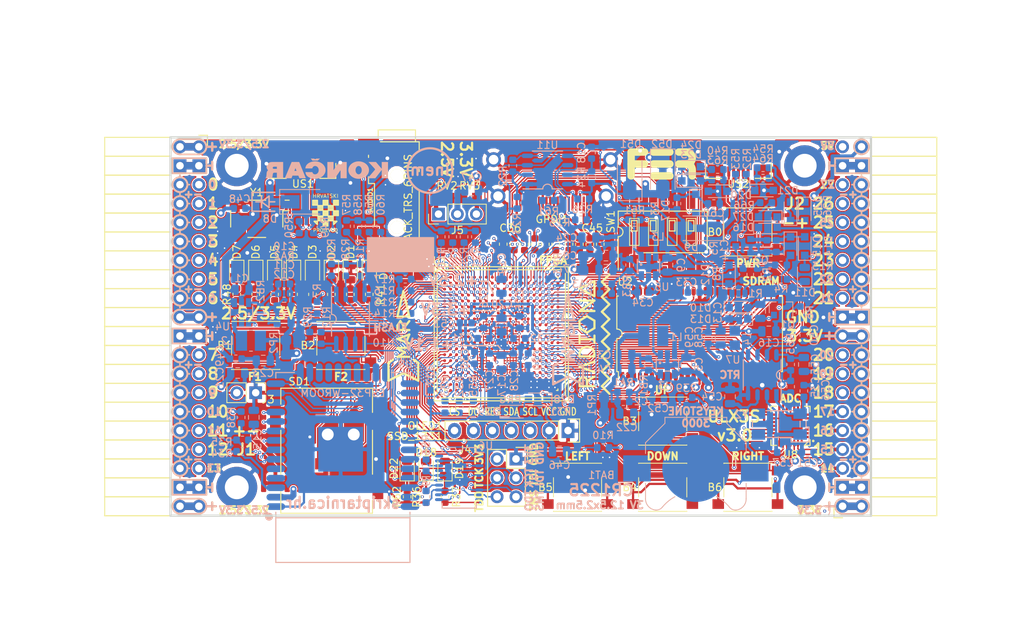
<source format=kicad_pcb>
(kicad_pcb (version 20171130) (host pcbnew 5.0.0+dfsg1-2)

  (general
    (thickness 1.6)
    (drawings 521)
    (tracks 5292)
    (zones 0)
    (modules 220)
    (nets 272)
  )

  (page A4)
  (layers
    (0 F.Cu signal)
    (1 In1.Cu signal)
    (2 In2.Cu signal)
    (31 B.Cu signal)
    (32 B.Adhes user)
    (33 F.Adhes user)
    (34 B.Paste user)
    (35 F.Paste user)
    (36 B.SilkS user)
    (37 F.SilkS user)
    (38 B.Mask user)
    (39 F.Mask user)
    (40 Dwgs.User user)
    (41 Cmts.User user)
    (42 Eco1.User user)
    (43 Eco2.User user)
    (44 Edge.Cuts user)
    (45 Margin user)
    (46 B.CrtYd user hide)
    (47 F.CrtYd user hide)
    (48 B.Fab user hide)
    (49 F.Fab user hide)
  )

  (setup
    (last_trace_width 0.3)
    (trace_clearance 0.127)
    (zone_clearance 0.127)
    (zone_45_only no)
    (trace_min 0.127)
    (segment_width 0.2)
    (edge_width 0.2)
    (via_size 0.419)
    (via_drill 0.2)
    (via_min_size 0.419)
    (via_min_drill 0.2)
    (uvia_size 0.3)
    (uvia_drill 0.1)
    (uvias_allowed no)
    (uvia_min_size 0.2)
    (uvia_min_drill 0.1)
    (pcb_text_width 0.3)
    (pcb_text_size 1.5 1.5)
    (mod_edge_width 0.15)
    (mod_text_size 1 1)
    (mod_text_width 0.15)
    (pad_size 0.4 0.4)
    (pad_drill 0)
    (pad_to_mask_clearance 0.05)
    (pad_to_paste_clearance -0.025)
    (aux_axis_origin 94.1 112.22)
    (grid_origin 94.1 112.22)
    (visible_elements 7FFFF7FF)
    (pcbplotparams
      (layerselection 0x010fc_ffffffff)
      (usegerberextensions true)
      (usegerberattributes false)
      (usegerberadvancedattributes false)
      (creategerberjobfile false)
      (excludeedgelayer true)
      (linewidth 0.100000)
      (plotframeref false)
      (viasonmask false)
      (mode 1)
      (useauxorigin false)
      (hpglpennumber 1)
      (hpglpenspeed 20)
      (hpglpendiameter 15.000000)
      (psnegative false)
      (psa4output false)
      (plotreference true)
      (plotvalue true)
      (plotinvisibletext false)
      (padsonsilk false)
      (subtractmaskfromsilk true)
      (outputformat 1)
      (mirror false)
      (drillshape 0)
      (scaleselection 1)
      (outputdirectory "plot"))
  )

  (net 0 "")
  (net 1 GND)
  (net 2 +5V)
  (net 3 /gpio/IN5V)
  (net 4 /gpio/OUT5V)
  (net 5 +3V3)
  (net 6 BTN_D)
  (net 7 BTN_F1)
  (net 8 BTN_F2)
  (net 9 BTN_L)
  (net 10 BTN_R)
  (net 11 BTN_U)
  (net 12 /power/FB1)
  (net 13 +2V5)
  (net 14 /power/PWREN)
  (net 15 /power/FB3)
  (net 16 /power/FB2)
  (net 17 /power/VBAT)
  (net 18 JTAG_TDI)
  (net 19 JTAG_TCK)
  (net 20 JTAG_TMS)
  (net 21 JTAG_TDO)
  (net 22 /power/WAKEUPn)
  (net 23 /power/WKUP)
  (net 24 /power/SHUT)
  (net 25 /power/WAKE)
  (net 26 /power/HOLD)
  (net 27 /power/WKn)
  (net 28 /power/OSCI_32k)
  (net 29 /power/OSCO_32k)
  (net 30 SHUTDOWN)
  (net 31 GPDI_SDA)
  (net 32 GPDI_SCL)
  (net 33 /gpdi/VREF2)
  (net 34 SD_CMD)
  (net 35 SD_CLK)
  (net 36 SD_D0)
  (net 37 SD_D1)
  (net 38 USB5V)
  (net 39 GPDI_CEC)
  (net 40 nRESET)
  (net 41 FTDI_nDTR)
  (net 42 SDRAM_CKE)
  (net 43 SDRAM_A7)
  (net 44 SDRAM_D15)
  (net 45 SDRAM_BA1)
  (net 46 SDRAM_D7)
  (net 47 SDRAM_A6)
  (net 48 SDRAM_CLK)
  (net 49 SDRAM_D13)
  (net 50 SDRAM_BA0)
  (net 51 SDRAM_D6)
  (net 52 SDRAM_A5)
  (net 53 SDRAM_D14)
  (net 54 SDRAM_A11)
  (net 55 SDRAM_D12)
  (net 56 SDRAM_D5)
  (net 57 SDRAM_A4)
  (net 58 SDRAM_A10)
  (net 59 SDRAM_D11)
  (net 60 SDRAM_A3)
  (net 61 SDRAM_D4)
  (net 62 SDRAM_D10)
  (net 63 SDRAM_D9)
  (net 64 SDRAM_A9)
  (net 65 SDRAM_D3)
  (net 66 SDRAM_D8)
  (net 67 SDRAM_A8)
  (net 68 SDRAM_A2)
  (net 69 SDRAM_A1)
  (net 70 SDRAM_A0)
  (net 71 SDRAM_D2)
  (net 72 SDRAM_D1)
  (net 73 SDRAM_D0)
  (net 74 SDRAM_DQM0)
  (net 75 SDRAM_nCS)
  (net 76 SDRAM_nRAS)
  (net 77 SDRAM_DQM1)
  (net 78 SDRAM_nCAS)
  (net 79 SDRAM_nWE)
  (net 80 /flash/FLASH_nWP)
  (net 81 /flash/FLASH_nHOLD)
  (net 82 /flash/FLASH_MOSI)
  (net 83 /flash/FLASH_MISO)
  (net 84 /flash/FLASH_SCK)
  (net 85 /flash/FLASH_nCS)
  (net 86 /flash/FPGA_PROGRAMN)
  (net 87 /flash/FPGA_DONE)
  (net 88 /flash/FPGA_INITN)
  (net 89 OLED_RES)
  (net 90 OLED_DC)
  (net 91 OLED_CS)
  (net 92 WIFI_EN)
  (net 93 FTDI_nRTS)
  (net 94 FTDI_TXD)
  (net 95 FTDI_RXD)
  (net 96 WIFI_RXD)
  (net 97 WIFI_GPIO0)
  (net 98 WIFI_TXD)
  (net 99 USB_FTDI_D+)
  (net 100 USB_FTDI_D-)
  (net 101 SD_D3)
  (net 102 AUDIO_L3)
  (net 103 AUDIO_L2)
  (net 104 AUDIO_L1)
  (net 105 AUDIO_L0)
  (net 106 AUDIO_R3)
  (net 107 AUDIO_R2)
  (net 108 AUDIO_R1)
  (net 109 AUDIO_R0)
  (net 110 OLED_CLK)
  (net 111 OLED_MOSI)
  (net 112 LED0)
  (net 113 LED1)
  (net 114 LED2)
  (net 115 LED3)
  (net 116 LED4)
  (net 117 LED5)
  (net 118 LED6)
  (net 119 LED7)
  (net 120 BTN_PWRn)
  (net 121 FTDI_nTXLED)
  (net 122 FTDI_nSLEEP)
  (net 123 /blinkey/LED_PWREN)
  (net 124 /blinkey/LED_TXLED)
  (net 125 /sdcard/SD3V3)
  (net 126 SD_D2)
  (net 127 CLK_25MHz)
  (net 128 /blinkey/BTNPUL)
  (net 129 /blinkey/BTNPUR)
  (net 130 USB_FPGA_D+)
  (net 131 /power/FTDI_nSUSPEND)
  (net 132 /blinkey/ALED0)
  (net 133 /blinkey/ALED1)
  (net 134 /blinkey/ALED2)
  (net 135 /blinkey/ALED3)
  (net 136 /blinkey/ALED4)
  (net 137 /blinkey/ALED5)
  (net 138 /blinkey/ALED6)
  (net 139 /blinkey/ALED7)
  (net 140 /usb/FTD-)
  (net 141 /usb/FTD+)
  (net 142 ADC_MISO)
  (net 143 ADC_MOSI)
  (net 144 ADC_CSn)
  (net 145 ADC_SCLK)
  (net 146 SW3)
  (net 147 SW2)
  (net 148 SW1)
  (net 149 USB_FPGA_D-)
  (net 150 /usb/FPD+)
  (net 151 /usb/FPD-)
  (net 152 WIFI_GPIO16)
  (net 153 /usb/ANT_433MHz)
  (net 154 PROG_DONE)
  (net 155 /power/P3V3)
  (net 156 /power/P2V5)
  (net 157 /power/L1)
  (net 158 /power/L3)
  (net 159 /power/L2)
  (net 160 FTDI_TXDEN)
  (net 161 SDRAM_A12)
  (net 162 /analog/AUDIO_V)
  (net 163 AUDIO_V3)
  (net 164 AUDIO_V2)
  (net 165 AUDIO_V1)
  (net 166 AUDIO_V0)
  (net 167 /blinkey/LED_WIFI)
  (net 168 /power/P1V1)
  (net 169 +1V1)
  (net 170 SW4)
  (net 171 /blinkey/SWPU)
  (net 172 /wifi/WIFIEN)
  (net 173 FT2V5)
  (net 174 GN0)
  (net 175 GP0)
  (net 176 GN1)
  (net 177 GP1)
  (net 178 GN2)
  (net 179 GP2)
  (net 180 GN3)
  (net 181 GP3)
  (net 182 GN4)
  (net 183 GP4)
  (net 184 GN5)
  (net 185 GP5)
  (net 186 GN6)
  (net 187 GP6)
  (net 188 GN14)
  (net 189 GP14)
  (net 190 GN15)
  (net 191 GP15)
  (net 192 GN16)
  (net 193 GP16)
  (net 194 GN17)
  (net 195 GP17)
  (net 196 GN18)
  (net 197 GP18)
  (net 198 GN19)
  (net 199 GP19)
  (net 200 GN20)
  (net 201 GP20)
  (net 202 GN21)
  (net 203 GP21)
  (net 204 GN22)
  (net 205 GP22)
  (net 206 GN23)
  (net 207 GP23)
  (net 208 GN24)
  (net 209 GP24)
  (net 210 GN25)
  (net 211 GP25)
  (net 212 GN26)
  (net 213 GP26)
  (net 214 GN27)
  (net 215 GP27)
  (net 216 GN7)
  (net 217 GP7)
  (net 218 GN8)
  (net 219 GP8)
  (net 220 GN9)
  (net 221 GP9)
  (net 222 GN10)
  (net 223 GP10)
  (net 224 GN11)
  (net 225 GP11)
  (net 226 GN12)
  (net 227 GP12)
  (net 228 GN13)
  (net 229 GP13)
  (net 230 WIFI_GPIO5)
  (net 231 WIFI_GPIO17)
  (net 232 USB_FPGA_PULL_D+)
  (net 233 USB_FPGA_PULL_D-)
  (net 234 "Net-(D23-Pad2)")
  (net 235 "Net-(D24-Pad1)")
  (net 236 "Net-(D25-Pad2)")
  (net 237 "Net-(D26-Pad1)")
  (net 238 /gpdi/GPDI_ETH+)
  (net 239 FPDI_ETH+)
  (net 240 /gpdi/GPDI_ETH-)
  (net 241 FPDI_ETH-)
  (net 242 /gpdi/GPDI_D2-)
  (net 243 FPDI_D2-)
  (net 244 /gpdi/GPDI_D1-)
  (net 245 FPDI_D1-)
  (net 246 /gpdi/GPDI_D0-)
  (net 247 FPDI_D0-)
  (net 248 /gpdi/GPDI_CLK-)
  (net 249 FPDI_CLK-)
  (net 250 /gpdi/GPDI_D2+)
  (net 251 FPDI_D2+)
  (net 252 /gpdi/GPDI_D1+)
  (net 253 FPDI_D1+)
  (net 254 /gpdi/GPDI_D0+)
  (net 255 FPDI_D0+)
  (net 256 /gpdi/GPDI_CLK+)
  (net 257 FPDI_CLK+)
  (net 258 FPDI_SDA)
  (net 259 FPDI_SCL)
  (net 260 /gpdi/FPDI_CEC)
  (net 261 2V5_3V3)
  (net 262 /usb/US2VBUS)
  (net 263 /power/SHD)
  (net 264 /power/RTCVDD)
  (net 265 "Net-(D27-Pad2)")
  (net 266 US2_ID)
  (net 267 /analog/AUDIO_L)
  (net 268 /analog/AUDIO_R)
  (net 269 /analog/ADC3V3)
  (net 270 PWRBTn)
  (net 271 USER_PROGRAMN)

  (net_class Default "This is the default net class."
    (clearance 0.127)
    (trace_width 0.3)
    (via_dia 0.419)
    (via_drill 0.2)
    (uvia_dia 0.3)
    (uvia_drill 0.1)
    (add_net +5V)
    (add_net /analog/ADC3V3)
    (add_net /analog/AUDIO_L)
    (add_net /analog/AUDIO_R)
    (add_net /analog/AUDIO_V)
    (add_net /blinkey/ALED0)
    (add_net /blinkey/ALED1)
    (add_net /blinkey/ALED2)
    (add_net /blinkey/ALED3)
    (add_net /blinkey/ALED4)
    (add_net /blinkey/ALED5)
    (add_net /blinkey/ALED6)
    (add_net /blinkey/ALED7)
    (add_net /blinkey/BTNPUL)
    (add_net /blinkey/BTNPUR)
    (add_net /blinkey/LED_PWREN)
    (add_net /blinkey/LED_TXLED)
    (add_net /blinkey/LED_WIFI)
    (add_net /blinkey/SWPU)
    (add_net /gpdi/GPDI_CLK+)
    (add_net /gpdi/GPDI_CLK-)
    (add_net /gpdi/GPDI_D0+)
    (add_net /gpdi/GPDI_D0-)
    (add_net /gpdi/GPDI_D1+)
    (add_net /gpdi/GPDI_D1-)
    (add_net /gpdi/GPDI_D2+)
    (add_net /gpdi/GPDI_D2-)
    (add_net /gpdi/GPDI_ETH+)
    (add_net /gpdi/GPDI_ETH-)
    (add_net /gpdi/VREF2)
    (add_net /gpio/IN5V)
    (add_net /gpio/OUT5V)
    (add_net /power/FB1)
    (add_net /power/FB2)
    (add_net /power/FB3)
    (add_net /power/FTDI_nSUSPEND)
    (add_net /power/HOLD)
    (add_net /power/L1)
    (add_net /power/L2)
    (add_net /power/L3)
    (add_net /power/OSCI_32k)
    (add_net /power/OSCO_32k)
    (add_net /power/P1V1)
    (add_net /power/P2V5)
    (add_net /power/P3V3)
    (add_net /power/PWREN)
    (add_net /power/RTCVDD)
    (add_net /power/SHD)
    (add_net /power/SHUT)
    (add_net /power/VBAT)
    (add_net /power/WAKE)
    (add_net /power/WAKEUPn)
    (add_net /power/WKUP)
    (add_net /power/WKn)
    (add_net /sdcard/SD3V3)
    (add_net /usb/ANT_433MHz)
    (add_net /usb/FPD+)
    (add_net /usb/FPD-)
    (add_net /usb/FTD+)
    (add_net /usb/FTD-)
    (add_net /usb/US2VBUS)
    (add_net /wifi/WIFIEN)
    (add_net FT2V5)
    (add_net "Net-(D23-Pad2)")
    (add_net "Net-(D24-Pad1)")
    (add_net "Net-(D25-Pad2)")
    (add_net "Net-(D26-Pad1)")
    (add_net "Net-(D27-Pad2)")
    (add_net PWRBTn)
    (add_net US2_ID)
    (add_net USB5V)
  )

  (net_class BGA ""
    (clearance 0.127)
    (trace_width 0.127)
    (via_dia 0.419)
    (via_drill 0.2)
    (uvia_dia 0.3)
    (uvia_drill 0.1)
    (add_net /flash/FLASH_MISO)
    (add_net /flash/FLASH_MOSI)
    (add_net /flash/FLASH_SCK)
    (add_net /flash/FLASH_nCS)
    (add_net /flash/FLASH_nHOLD)
    (add_net /flash/FLASH_nWP)
    (add_net /flash/FPGA_DONE)
    (add_net /flash/FPGA_INITN)
    (add_net /flash/FPGA_PROGRAMN)
    (add_net /gpdi/FPDI_CEC)
    (add_net ADC_CSn)
    (add_net ADC_MISO)
    (add_net ADC_MOSI)
    (add_net ADC_SCLK)
    (add_net AUDIO_L0)
    (add_net AUDIO_L1)
    (add_net AUDIO_L2)
    (add_net AUDIO_L3)
    (add_net AUDIO_R0)
    (add_net AUDIO_R1)
    (add_net AUDIO_R2)
    (add_net AUDIO_R3)
    (add_net AUDIO_V0)
    (add_net AUDIO_V1)
    (add_net AUDIO_V2)
    (add_net AUDIO_V3)
    (add_net BTN_D)
    (add_net BTN_F1)
    (add_net BTN_F2)
    (add_net BTN_L)
    (add_net BTN_PWRn)
    (add_net BTN_R)
    (add_net BTN_U)
    (add_net CLK_25MHz)
    (add_net FPDI_CLK+)
    (add_net FPDI_CLK-)
    (add_net FPDI_D0+)
    (add_net FPDI_D0-)
    (add_net FPDI_D1+)
    (add_net FPDI_D1-)
    (add_net FPDI_D2+)
    (add_net FPDI_D2-)
    (add_net FPDI_ETH+)
    (add_net FPDI_ETH-)
    (add_net FPDI_SCL)
    (add_net FPDI_SDA)
    (add_net FTDI_RXD)
    (add_net FTDI_TXD)
    (add_net FTDI_TXDEN)
    (add_net FTDI_nDTR)
    (add_net FTDI_nRTS)
    (add_net FTDI_nSLEEP)
    (add_net FTDI_nTXLED)
    (add_net GN0)
    (add_net GN1)
    (add_net GN10)
    (add_net GN11)
    (add_net GN12)
    (add_net GN13)
    (add_net GN14)
    (add_net GN15)
    (add_net GN16)
    (add_net GN17)
    (add_net GN18)
    (add_net GN19)
    (add_net GN2)
    (add_net GN20)
    (add_net GN21)
    (add_net GN22)
    (add_net GN23)
    (add_net GN24)
    (add_net GN25)
    (add_net GN26)
    (add_net GN27)
    (add_net GN3)
    (add_net GN4)
    (add_net GN5)
    (add_net GN6)
    (add_net GN7)
    (add_net GN8)
    (add_net GN9)
    (add_net GND)
    (add_net GP0)
    (add_net GP1)
    (add_net GP10)
    (add_net GP11)
    (add_net GP12)
    (add_net GP13)
    (add_net GP14)
    (add_net GP15)
    (add_net GP16)
    (add_net GP17)
    (add_net GP18)
    (add_net GP19)
    (add_net GP2)
    (add_net GP20)
    (add_net GP21)
    (add_net GP22)
    (add_net GP23)
    (add_net GP24)
    (add_net GP25)
    (add_net GP26)
    (add_net GP27)
    (add_net GP3)
    (add_net GP4)
    (add_net GP5)
    (add_net GP6)
    (add_net GP7)
    (add_net GP8)
    (add_net GP9)
    (add_net GPDI_CEC)
    (add_net GPDI_SCL)
    (add_net GPDI_SDA)
    (add_net JTAG_TCK)
    (add_net JTAG_TDI)
    (add_net JTAG_TDO)
    (add_net JTAG_TMS)
    (add_net LED0)
    (add_net LED1)
    (add_net LED2)
    (add_net LED3)
    (add_net LED4)
    (add_net LED5)
    (add_net LED6)
    (add_net LED7)
    (add_net OLED_CLK)
    (add_net OLED_CS)
    (add_net OLED_DC)
    (add_net OLED_MOSI)
    (add_net OLED_RES)
    (add_net PROG_DONE)
    (add_net SDRAM_A0)
    (add_net SDRAM_A1)
    (add_net SDRAM_A10)
    (add_net SDRAM_A11)
    (add_net SDRAM_A12)
    (add_net SDRAM_A2)
    (add_net SDRAM_A3)
    (add_net SDRAM_A4)
    (add_net SDRAM_A5)
    (add_net SDRAM_A6)
    (add_net SDRAM_A7)
    (add_net SDRAM_A8)
    (add_net SDRAM_A9)
    (add_net SDRAM_BA0)
    (add_net SDRAM_BA1)
    (add_net SDRAM_CKE)
    (add_net SDRAM_CLK)
    (add_net SDRAM_D0)
    (add_net SDRAM_D1)
    (add_net SDRAM_D10)
    (add_net SDRAM_D11)
    (add_net SDRAM_D12)
    (add_net SDRAM_D13)
    (add_net SDRAM_D14)
    (add_net SDRAM_D15)
    (add_net SDRAM_D2)
    (add_net SDRAM_D3)
    (add_net SDRAM_D4)
    (add_net SDRAM_D5)
    (add_net SDRAM_D6)
    (add_net SDRAM_D7)
    (add_net SDRAM_D8)
    (add_net SDRAM_D9)
    (add_net SDRAM_DQM0)
    (add_net SDRAM_DQM1)
    (add_net SDRAM_nCAS)
    (add_net SDRAM_nCS)
    (add_net SDRAM_nRAS)
    (add_net SDRAM_nWE)
    (add_net SD_CLK)
    (add_net SD_CMD)
    (add_net SD_D0)
    (add_net SD_D1)
    (add_net SD_D2)
    (add_net SD_D3)
    (add_net SHUTDOWN)
    (add_net SW1)
    (add_net SW2)
    (add_net SW3)
    (add_net SW4)
    (add_net USB_FPGA_D+)
    (add_net USB_FPGA_D-)
    (add_net USB_FPGA_PULL_D+)
    (add_net USB_FPGA_PULL_D-)
    (add_net USB_FTDI_D+)
    (add_net USB_FTDI_D-)
    (add_net USER_PROGRAMN)
    (add_net WIFI_EN)
    (add_net WIFI_GPIO0)
    (add_net WIFI_GPIO16)
    (add_net WIFI_GPIO17)
    (add_net WIFI_GPIO5)
    (add_net WIFI_RXD)
    (add_net WIFI_TXD)
    (add_net nRESET)
  )

  (net_class Medium ""
    (clearance 0.127)
    (trace_width 0.127)
    (via_dia 0.419)
    (via_drill 0.2)
    (uvia_dia 0.3)
    (uvia_drill 0.1)
    (add_net +1V1)
    (add_net +2V5)
    (add_net +3V3)
    (add_net 2V5_3V3)
  )

  (module TSOP54:TSOP54 (layer F.Cu) (tedit 5B93D014) (tstamp 5A111CAC)
    (at 165.093 87.8 90)
    (descr "TSOPII-54: Plastic Thin Small Outline Package; 54 leads; body width 10.16mm; (see 128m-as4c4m32s-tsopii.pdf and http://www.infineon.com/cms/packages/SMD_-_Surface_Mounted_Devices/P-PG-TSOPII/P-TSOPII-54-1.html)")
    (tags "TSOPII 0.8")
    (path /58D6D507/5A04F49A)
    (attr smd)
    (fp_text reference U2 (at 6.98 -9.993 180) (layer F.SilkS)
      (effects (font (size 1 1) (thickness 0.15)))
    )
    (fp_text value MT48LC16M16A2TG (at -2 0.127 180) (layer F.Fab) hide
      (effects (font (size 1 1) (thickness 0.15)))
    )
    (fp_line (start -5.08 11.1) (end -5.08 10.9) (layer F.SilkS) (width 0.15))
    (fp_line (start 5.08 11.1) (end 5.08 10.9) (layer F.SilkS) (width 0.15))
    (fp_line (start -5.08 -10.9) (end -5.9 -10.9) (layer F.SilkS) (width 0.15))
    (fp_line (start -5.08 -11.1) (end -5.08 -10.9) (layer F.SilkS) (width 0.15))
    (fp_line (start 5.08 -11.1) (end 5.08 -10.9) (layer F.SilkS) (width 0.15))
    (fp_line (start 5.08 11.11) (end -5.08 11.11) (layer F.SilkS) (width 0.15))
    (fp_line (start -5.08 -11.11) (end -0.635 -11.11) (layer F.SilkS) (width 0.15))
    (fp_arc (start 0 -11.049) (end -0.635 -11.049) (angle -180) (layer F.SilkS) (width 0.15))
    (fp_line (start 0.635 -11.11) (end 5.08 -11.11) (layer F.SilkS) (width 0.15))
    (fp_line (start 5.08 -11.049) (end 5.08 11.049) (layer F.Fab) (width 0.15))
    (fp_line (start 5.08 11.049) (end -5.08 11.049) (layer F.Fab) (width 0.15))
    (fp_line (start -5.08 11.049) (end -5.08 -9.906) (layer F.Fab) (width 0.15))
    (fp_line (start -5.08 -9.906) (end -4.064 -11.049) (layer F.Fab) (width 0.15))
    (fp_line (start -4.064 -11.049) (end 5.08 -11.049) (layer F.Fab) (width 0.15))
    (fp_text user %R (at 0 0) (layer F.Fab)
      (effects (font (size 1 1) (thickness 0.15)))
    )
    (pad 28 smd oval (at 5.73 10.4 90) (size 1.2 0.56) (layers F.Cu F.Paste F.Mask)
      (net 1 GND))
    (pad 1 smd rect (at -5.73 -10.4 90) (size 1.2 0.56) (layers F.Cu F.Paste F.Mask)
      (net 5 +3V3))
    (pad 2 smd oval (at -5.73 -9.6 90) (size 1.2 0.56) (layers F.Cu F.Paste F.Mask)
      (net 73 SDRAM_D0))
    (pad 3 smd oval (at -5.73 -8.8 90) (size 1.2 0.56) (layers F.Cu F.Paste F.Mask)
      (net 5 +3V3))
    (pad 4 smd oval (at -5.73 -8 90) (size 1.2 0.56) (layers F.Cu F.Paste F.Mask)
      (net 72 SDRAM_D1))
    (pad 5 smd oval (at -5.73 -7.2 90) (size 1.2 0.56) (layers F.Cu F.Paste F.Mask)
      (net 71 SDRAM_D2))
    (pad 6 smd oval (at -5.73 -6.4 90) (size 1.2 0.56) (layers F.Cu F.Paste F.Mask)
      (net 1 GND))
    (pad 7 smd oval (at -5.73 -5.6 90) (size 1.2 0.56) (layers F.Cu F.Paste F.Mask)
      (net 65 SDRAM_D3))
    (pad 8 smd oval (at -5.73 -4.8 90) (size 1.2 0.56) (layers F.Cu F.Paste F.Mask)
      (net 61 SDRAM_D4))
    (pad 9 smd oval (at -5.73 -4 90) (size 1.2 0.56) (layers F.Cu F.Paste F.Mask)
      (net 5 +3V3))
    (pad 10 smd oval (at -5.73 -3.2 90) (size 1.2 0.56) (layers F.Cu F.Paste F.Mask)
      (net 56 SDRAM_D5))
    (pad 11 smd oval (at -5.73 -2.4 90) (size 1.2 0.56) (layers F.Cu F.Paste F.Mask)
      (net 51 SDRAM_D6))
    (pad 12 smd oval (at -5.73 -1.6 90) (size 1.2 0.56) (layers F.Cu F.Paste F.Mask)
      (net 1 GND))
    (pad 13 smd oval (at -5.73 -0.8 90) (size 1.2 0.56) (layers F.Cu F.Paste F.Mask)
      (net 46 SDRAM_D7))
    (pad 14 smd oval (at -5.73 0 90) (size 1.2 0.56) (layers F.Cu F.Paste F.Mask)
      (net 5 +3V3))
    (pad 15 smd oval (at -5.73 0.8 90) (size 1.2 0.56) (layers F.Cu F.Paste F.Mask)
      (net 74 SDRAM_DQM0))
    (pad 16 smd oval (at -5.73 1.6 90) (size 1.2 0.56) (layers F.Cu F.Paste F.Mask)
      (net 79 SDRAM_nWE))
    (pad 17 smd oval (at -5.73 2.4 90) (size 1.2 0.56) (layers F.Cu F.Paste F.Mask)
      (net 78 SDRAM_nCAS))
    (pad 18 smd oval (at -5.73 3.2 90) (size 1.2 0.56) (layers F.Cu F.Paste F.Mask)
      (net 76 SDRAM_nRAS))
    (pad 19 smd oval (at -5.73 4 90) (size 1.2 0.56) (layers F.Cu F.Paste F.Mask)
      (net 75 SDRAM_nCS))
    (pad 20 smd oval (at -5.73 4.8 90) (size 1.2 0.56) (layers F.Cu F.Paste F.Mask)
      (net 50 SDRAM_BA0))
    (pad 21 smd oval (at -5.73 5.6 90) (size 1.2 0.56) (layers F.Cu F.Paste F.Mask)
      (net 45 SDRAM_BA1))
    (pad 22 smd oval (at -5.73 6.4 90) (size 1.2 0.56) (layers F.Cu F.Paste F.Mask)
      (net 58 SDRAM_A10))
    (pad 23 smd oval (at -5.73 7.2 90) (size 1.2 0.56) (layers F.Cu F.Paste F.Mask)
      (net 70 SDRAM_A0))
    (pad 24 smd oval (at -5.73 8 90) (size 1.2 0.56) (layers F.Cu F.Paste F.Mask)
      (net 69 SDRAM_A1))
    (pad 25 smd oval (at -5.73 8.8 90) (size 1.2 0.56) (layers F.Cu F.Paste F.Mask)
      (net 68 SDRAM_A2))
    (pad 26 smd oval (at -5.73 9.6 90) (size 1.2 0.56) (layers F.Cu F.Paste F.Mask)
      (net 60 SDRAM_A3))
    (pad 27 smd oval (at -5.73 10.4 90) (size 1.2 0.56) (layers F.Cu F.Paste F.Mask)
      (net 5 +3V3))
    (pad 29 smd oval (at 5.73 9.6 90) (size 1.2 0.56) (layers F.Cu F.Paste F.Mask)
      (net 57 SDRAM_A4))
    (pad 30 smd oval (at 5.73 8.8 90) (size 1.2 0.56) (layers F.Cu F.Paste F.Mask)
      (net 52 SDRAM_A5))
    (pad 31 smd oval (at 5.73 8 90) (size 1.2 0.56) (layers F.Cu F.Paste F.Mask)
      (net 47 SDRAM_A6))
    (pad 32 smd oval (at 5.73 7.2 90) (size 1.2 0.56) (layers F.Cu F.Paste F.Mask)
      (net 43 SDRAM_A7))
    (pad 33 smd oval (at 5.73 6.4 90) (size 1.2 0.56) (layers F.Cu F.Paste F.Mask)
      (net 67 SDRAM_A8))
    (pad 34 smd oval (at 5.73 5.6 90) (size 1.2 0.56) (layers F.Cu F.Paste F.Mask)
      (net 64 SDRAM_A9))
    (pad 35 smd oval (at 5.73 4.8 90) (size 1.2 0.56) (layers F.Cu F.Paste F.Mask)
      (net 54 SDRAM_A11))
    (pad 36 smd oval (at 5.73 4 90) (size 1.2 0.56) (layers F.Cu F.Paste F.Mask)
      (net 161 SDRAM_A12))
    (pad 37 smd oval (at 5.73 3.2 90) (size 1.2 0.56) (layers F.Cu F.Paste F.Mask)
      (net 42 SDRAM_CKE))
    (pad 38 smd oval (at 5.73 2.4 90) (size 1.2 0.56) (layers F.Cu F.Paste F.Mask)
      (net 48 SDRAM_CLK))
    (pad 39 smd oval (at 5.73 1.6 90) (size 1.2 0.56) (layers F.Cu F.Paste F.Mask)
      (net 77 SDRAM_DQM1))
    (pad 40 smd oval (at 5.73 0.8 90) (size 1.2 0.56) (layers F.Cu F.Paste F.Mask))
    (pad 41 smd oval (at 5.73 0 90) (size 1.2 0.56) (layers F.Cu F.Paste F.Mask)
      (net 1 GND))
    (pad 42 smd oval (at 5.73 -0.8 90) (size 1.2 0.56) (layers F.Cu F.Paste F.Mask)
      (net 66 SDRAM_D8))
    (pad 43 smd oval (at 5.73 -1.6 90) (size 1.2 0.56) (layers F.Cu F.Paste F.Mask)
      (net 5 +3V3))
    (pad 44 smd oval (at 5.73 -2.4 90) (size 1.2 0.56) (layers F.Cu F.Paste F.Mask)
      (net 63 SDRAM_D9))
    (pad 45 smd oval (at 5.73 -3.2 90) (size 1.2 0.56) (layers F.Cu F.Paste F.Mask)
      (net 62 SDRAM_D10))
    (pad 46 smd oval (at 5.73 -4 90) (size 1.2 0.56) (layers F.Cu F.Paste F.Mask)
      (net 1 GND))
    (pad 47 smd oval (at 5.73 -4.8 90) (size 1.2 0.56) (layers F.Cu F.Paste F.Mask)
      (net 59 SDRAM_D11))
    (pad 48 smd oval (at 5.73 -5.6 90) (size 1.2 0.56) (layers F.Cu F.Paste F.Mask)
      (net 55 SDRAM_D12))
    (pad 49 smd oval (at 5.73 -6.4 90) (size 1.2 0.56) (layers F.Cu F.Paste F.Mask)
      (net 5 +3V3))
    (pad 50 smd oval (at 5.73 -7.2 90) (size 1.2 0.56) (layers F.Cu F.Paste F.Mask)
      (net 49 SDRAM_D13))
    (pad 51 smd oval (at 5.73 -8 90) (size 1.2 0.56) (layers F.Cu F.Paste F.Mask)
      (net 53 SDRAM_D14))
    (pad 52 smd oval (at 5.73 -8.8 90) (size 1.2 0.56) (layers F.Cu F.Paste F.Mask)
      (net 1 GND))
    (pad 53 smd oval (at 5.73 -9.6 90) (size 1.2 0.56) (layers F.Cu F.Paste F.Mask)
      (net 44 SDRAM_D15))
    (pad 54 smd oval (at 5.73 -10.4 90) (size 1.2 0.56) (layers F.Cu F.Paste F.Mask)
      (net 1 GND))
    (model ./footprints/sdram/TSOP54.3dshapes/TSOP54.wrl
      (at (xyz 0 0 0))
      (scale (xyz 0.3937 0.3937 0.3937))
      (rotate (xyz 0 0 90))
    )
  )

  (module jumper:R_0805_2012Metric_Pad1.29x1.40mm_HandSolder_Jumper_NC (layer B.Cu) (tedit 5B9F6BA5) (tstamp 5B552FE6)
    (at 109.609 89.632 270)
    (descr "Resistor SMD 0805 (2012 Metric), square (rectangular) end terminal, IPC_7351 nominal with elongated pad for handsoldering. (Body size source: http://www.tortai-tech.com/upload/download/2011102023233369053.pdf), generated with kicad-footprint-generator")
    (tags "resistor handsolder")
    (path /58D51CAD/59DFB617)
    (attr virtual)
    (fp_text reference RP2 (at -0.635 1.651 270) (layer B.SilkS)
      (effects (font (size 1 1) (thickness 0.15)) (justify mirror))
    )
    (fp_text value 0 (at -1.542 0.015 270) (layer B.Fab) hide
      (effects (font (size 1 1) (thickness 0.15)) (justify mirror))
    )
    (fp_line (start -1 0) (end 1 0) (layer B.Mask) (width 1.2))
    (fp_line (start -1 0) (end 1 0) (layer B.Cu) (width 1))
    (fp_text user %R (at -0.018 0.015 270) (layer Eco2.User) hide
      (effects (font (size 0.5 0.5) (thickness 0.08)))
    )
    (fp_line (start 1.86 -0.95) (end -1.86 -0.95) (layer B.CrtYd) (width 0.05))
    (fp_line (start 1.86 0.95) (end 1.86 -0.95) (layer B.CrtYd) (width 0.05))
    (fp_line (start -1.86 0.95) (end 1.86 0.95) (layer B.CrtYd) (width 0.05))
    (fp_line (start -1.86 -0.95) (end -1.86 0.95) (layer B.CrtYd) (width 0.05))
    (fp_line (start 1 -0.6) (end -1 -0.6) (layer B.Fab) (width 0.1))
    (fp_line (start 1 0.6) (end 1 -0.6) (layer B.Fab) (width 0.1))
    (fp_line (start -1 0.6) (end 1 0.6) (layer B.Fab) (width 0.1))
    (fp_line (start -1 -0.6) (end -1 0.6) (layer B.Fab) (width 0.1))
    (pad 2 smd roundrect (at 0.9675 0 270) (size 1.295 1.4) (layers B.Cu B.Mask) (roundrect_rratio 0.25)
      (net 13 +2V5))
    (pad 1 smd roundrect (at -0.9675 0 270) (size 1.295 1.4) (layers B.Cu B.Mask) (roundrect_rratio 0.25)
      (net 156 /power/P2V5))
    (model ${KISYS3DMOD}/Resistor_SMD.3dshapes/R_0805_2012Metric.wrl_disabled
      (at (xyz 0 0 0))
      (scale (xyz 1 1 1))
      (rotate (xyz 0 0 0))
    )
  )

  (module jumper:R_0805_2012Metric_Pad1.29x1.40mm_HandSolder_Jumper_NC (layer B.Cu) (tedit 5B9F6BA5) (tstamp 5B550CF3)
    (at 149.472 78.311 270)
    (descr "Resistor SMD 0805 (2012 Metric), square (rectangular) end terminal, IPC_7351 nominal with elongated pad for handsoldering. (Body size source: http://www.tortai-tech.com/upload/download/2011102023233369053.pdf), generated with kicad-footprint-generator")
    (tags "resistor handsolder")
    (path /58D51CAD/59DFBF34)
    (attr virtual)
    (fp_text reference RP3 (at 0 3.414 270) (layer B.SilkS)
      (effects (font (size 1 1) (thickness 0.15)) (justify mirror))
    )
    (fp_text value 0 (at -1.711 -0.008 270) (layer B.Fab) hide
      (effects (font (size 1 1) (thickness 0.15)) (justify mirror))
    )
    (fp_line (start -1 0) (end 1 0) (layer B.Mask) (width 1.2))
    (fp_line (start -1 0) (end 1 0) (layer B.Cu) (width 1))
    (fp_text user %R (at -0.018 0.015 270) (layer Eco2.User) hide
      (effects (font (size 0.5 0.5) (thickness 0.08)))
    )
    (fp_line (start 1.86 -0.95) (end -1.86 -0.95) (layer B.CrtYd) (width 0.05))
    (fp_line (start 1.86 0.95) (end 1.86 -0.95) (layer B.CrtYd) (width 0.05))
    (fp_line (start -1.86 0.95) (end 1.86 0.95) (layer B.CrtYd) (width 0.05))
    (fp_line (start -1.86 -0.95) (end -1.86 0.95) (layer B.CrtYd) (width 0.05))
    (fp_line (start 1 -0.6) (end -1 -0.6) (layer B.Fab) (width 0.1))
    (fp_line (start 1 0.6) (end 1 -0.6) (layer B.Fab) (width 0.1))
    (fp_line (start -1 0.6) (end 1 0.6) (layer B.Fab) (width 0.1))
    (fp_line (start -1 -0.6) (end -1 0.6) (layer B.Fab) (width 0.1))
    (pad 2 smd roundrect (at 0.9675 0 270) (size 1.295 1.4) (layers B.Cu B.Mask) (roundrect_rratio 0.25)
      (net 5 +3V3))
    (pad 1 smd roundrect (at -0.9675 0 270) (size 1.295 1.4) (layers B.Cu B.Mask) (roundrect_rratio 0.25)
      (net 155 /power/P3V3))
    (model ${KISYS3DMOD}/Resistor_SMD.3dshapes/R_0805_2012Metric.wrl_disabled
      (at (xyz 0 0 0))
      (scale (xyz 1 1 1))
      (rotate (xyz 0 0 0))
    )
  )

  (module jumper:R_0805_2012Metric_Pad1.29x1.40mm_HandSolder_Jumper_NC (layer B.Cu) (tedit 5B9F6BA5) (tstamp 5B550CE2)
    (at 152.281 97.361 270)
    (descr "Resistor SMD 0805 (2012 Metric), square (rectangular) end terminal, IPC_7351 nominal with elongated pad for handsoldering. (Body size source: http://www.tortai-tech.com/upload/download/2011102023233369053.pdf), generated with kicad-footprint-generator")
    (tags "resistor handsolder")
    (path /58D51CAD/59DFB08A)
    (attr virtual)
    (fp_text reference RP1 (at 0 1.65 270) (layer B.SilkS)
      (effects (font (size 1 1) (thickness 0.15)) (justify mirror))
    )
    (fp_text value 0 (at 1.639 0.001 270) (layer B.Fab) hide
      (effects (font (size 1 1) (thickness 0.15)) (justify mirror))
    )
    (fp_line (start -1 0) (end 1 0) (layer B.Mask) (width 1.2))
    (fp_line (start -1 0) (end 1 0) (layer B.Cu) (width 1))
    (fp_text user %R (at -0.018 0.015 270) (layer Eco2.User) hide
      (effects (font (size 0.5 0.5) (thickness 0.08)))
    )
    (fp_line (start 1.86 -0.95) (end -1.86 -0.95) (layer B.CrtYd) (width 0.05))
    (fp_line (start 1.86 0.95) (end 1.86 -0.95) (layer B.CrtYd) (width 0.05))
    (fp_line (start -1.86 0.95) (end 1.86 0.95) (layer B.CrtYd) (width 0.05))
    (fp_line (start -1.86 -0.95) (end -1.86 0.95) (layer B.CrtYd) (width 0.05))
    (fp_line (start 1 -0.6) (end -1 -0.6) (layer B.Fab) (width 0.1))
    (fp_line (start 1 0.6) (end 1 -0.6) (layer B.Fab) (width 0.1))
    (fp_line (start -1 0.6) (end 1 0.6) (layer B.Fab) (width 0.1))
    (fp_line (start -1 -0.6) (end -1 0.6) (layer B.Fab) (width 0.1))
    (pad 2 smd roundrect (at 0.9675 0 270) (size 1.295 1.4) (layers B.Cu B.Mask) (roundrect_rratio 0.25)
      (net 169 +1V1))
    (pad 1 smd roundrect (at -0.9675 0 270) (size 1.295 1.4) (layers B.Cu B.Mask) (roundrect_rratio 0.25)
      (net 168 /power/P1V1))
    (model ${KISYS3DMOD}/Resistor_SMD.3dshapes/R_0805_2012Metric.wrl_disabled
      (at (xyz 0 0 0))
      (scale (xyz 1 1 1))
      (rotate (xyz 0 0 0))
    )
  )

  (module jumper:D_SMA_Jumper_NC (layer B.Cu) (tedit 5B9F6BF1) (tstamp 5B5FA651)
    (at 160.155 66.391 270)
    (descr "Diode SMA (DO-214AC)")
    (tags "Diode SMA (DO-214AC)")
    (path /56AC389C/56AC4846)
    (attr virtual)
    (fp_text reference D52 (at -4.064 0.127) (layer B.SilkS)
      (effects (font (size 1 1) (thickness 0.15)) (justify mirror))
    )
    (fp_text value 0 (at 2.649 0.015 270) (layer B.Fab) hide
      (effects (font (size 1 1) (thickness 0.15)) (justify mirror))
    )
    (fp_line (start -2 0) (end 2 0) (layer B.Mask) (width 1.2))
    (fp_line (start -2 0) (end 2 0) (layer B.Cu) (width 1))
    (fp_line (start -3.4 1.65) (end 2 1.65) (layer B.SilkS) (width 0.12))
    (fp_line (start -3.4 -1.65) (end 2 -1.65) (layer B.SilkS) (width 0.12))
    (fp_line (start -0.64944 -0.00102) (end 0.50118 0.79908) (layer B.Fab) (width 0.1))
    (fp_line (start -0.64944 -0.00102) (end 0.50118 -0.75032) (layer B.Fab) (width 0.1))
    (fp_line (start 0.50118 -0.75032) (end 0.50118 0.79908) (layer B.Fab) (width 0.1))
    (fp_line (start -0.64944 0.79908) (end -0.64944 -0.80112) (layer B.Fab) (width 0.1))
    (fp_line (start 0.50118 -0.00102) (end 1.4994 -0.00102) (layer B.Fab) (width 0.1))
    (fp_line (start -0.64944 -0.00102) (end -1.55114 -0.00102) (layer B.Fab) (width 0.1))
    (fp_line (start -3.5 -1.75) (end -3.5 1.75) (layer B.CrtYd) (width 0.05))
    (fp_line (start 3.5 -1.75) (end -3.5 -1.75) (layer B.CrtYd) (width 0.05))
    (fp_line (start 3.5 1.75) (end 3.5 -1.75) (layer B.CrtYd) (width 0.05))
    (fp_line (start -3.5 1.75) (end 3.5 1.75) (layer B.CrtYd) (width 0.05))
    (fp_line (start 2.3 1.5) (end -2.3 1.5) (layer B.Fab) (width 0.1))
    (fp_line (start 2.3 1.5) (end 2.3 -1.5) (layer B.Fab) (width 0.1))
    (fp_line (start -2.3 -1.5) (end -2.3 1.5) (layer B.Fab) (width 0.1))
    (fp_line (start 2.3 -1.5) (end -2.3 -1.5) (layer B.Fab) (width 0.1))
    (fp_line (start -3.4 1.65) (end -3.4 -1.65) (layer B.SilkS) (width 0.12))
    (fp_text user %R (at 1.574 -2.57 270) (layer Eco2.User) hide
      (effects (font (size 1 1) (thickness 0.15)))
    )
    (pad 2 smd roundrect (at 2 0 270) (size 2.5 1.8) (layers B.Cu B.Mask) (roundrect_rratio 0.25)
      (net 2 +5V))
    (pad 1 smd roundrect (at -2 0 270) (size 2.5 1.8) (layers B.Cu B.Mask) (roundrect_rratio 0.25)
      (net 4 /gpio/OUT5V))
    (model ${KISYS3DMOD}/Diode_SMD.3dshapes/D_SMA.wrl_disabled
      (at (xyz 0 0 0))
      (scale (xyz 1 1 1))
      (rotate (xyz 0 0 0))
    )
  )

  (module jumper:D_SMA_Jumper_NC (layer B.Cu) (tedit 5B9F6BF1) (tstamp 5B857B7C)
    (at 155.71 66.518 90)
    (descr "Diode SMA (DO-214AC)")
    (tags "Diode SMA (DO-214AC)")
    (path /56AC389C/56AC483B)
    (attr virtual)
    (fp_text reference D51 (at 4.191 0.127 180) (layer B.SilkS)
      (effects (font (size 1 1) (thickness 0.15)) (justify mirror))
    )
    (fp_text value 0 (at -2.522 0.112 90) (layer B.Fab) hide
      (effects (font (size 1 1) (thickness 0.15)) (justify mirror))
    )
    (fp_line (start -2 0) (end 2 0) (layer B.Mask) (width 1.2))
    (fp_line (start -2 0) (end 2 0) (layer B.Cu) (width 1))
    (fp_line (start -3.4 1.65) (end 2 1.65) (layer B.SilkS) (width 0.12))
    (fp_line (start -3.4 -1.65) (end 2 -1.65) (layer B.SilkS) (width 0.12))
    (fp_line (start -0.64944 -0.00102) (end 0.50118 0.79908) (layer B.Fab) (width 0.1))
    (fp_line (start -0.64944 -0.00102) (end 0.50118 -0.75032) (layer B.Fab) (width 0.1))
    (fp_line (start 0.50118 -0.75032) (end 0.50118 0.79908) (layer B.Fab) (width 0.1))
    (fp_line (start -0.64944 0.79908) (end -0.64944 -0.80112) (layer B.Fab) (width 0.1))
    (fp_line (start 0.50118 -0.00102) (end 1.4994 -0.00102) (layer B.Fab) (width 0.1))
    (fp_line (start -0.64944 -0.00102) (end -1.55114 -0.00102) (layer B.Fab) (width 0.1))
    (fp_line (start -3.5 -1.75) (end -3.5 1.75) (layer B.CrtYd) (width 0.05))
    (fp_line (start 3.5 -1.75) (end -3.5 -1.75) (layer B.CrtYd) (width 0.05))
    (fp_line (start 3.5 1.75) (end 3.5 -1.75) (layer B.CrtYd) (width 0.05))
    (fp_line (start -3.5 1.75) (end 3.5 1.75) (layer B.CrtYd) (width 0.05))
    (fp_line (start 2.3 1.5) (end -2.3 1.5) (layer B.Fab) (width 0.1))
    (fp_line (start 2.3 1.5) (end 2.3 -1.5) (layer B.Fab) (width 0.1))
    (fp_line (start -2.3 -1.5) (end -2.3 1.5) (layer B.Fab) (width 0.1))
    (fp_line (start 2.3 -1.5) (end -2.3 -1.5) (layer B.Fab) (width 0.1))
    (fp_line (start -3.4 1.65) (end -3.4 -1.65) (layer B.SilkS) (width 0.12))
    (fp_text user %R (at 1.574 -2.57 90) (layer Eco2.User) hide
      (effects (font (size 1 1) (thickness 0.15)))
    )
    (pad 2 smd roundrect (at 2 0 90) (size 2.5 1.8) (layers B.Cu B.Mask) (roundrect_rratio 0.25)
      (net 3 /gpio/IN5V))
    (pad 1 smd roundrect (at -2 0 90) (size 2.5 1.8) (layers B.Cu B.Mask) (roundrect_rratio 0.25)
      (net 2 +5V))
    (model ${KISYS3DMOD}/Diode_SMD.3dshapes/D_SMA.wrl_disabled
      (at (xyz 0 0 0))
      (scale (xyz 1 1 1))
      (rotate (xyz 0 0 0))
    )
  )

  (module jumper:D_SMA_Jumper_NC (layer B.Cu) (tedit 5B9F6BF1) (tstamp 5B5FA61D)
    (at 164.854 73.63 180)
    (descr "Diode SMA (DO-214AC)")
    (tags "Diode SMA (DO-214AC)")
    (path /58D6BF46/58D6C83C)
    (attr virtual)
    (fp_text reference D9 (at 0.889 -2.54 180) (layer B.SilkS)
      (effects (font (size 1 1) (thickness 0.15)) (justify mirror))
    )
    (fp_text value 0 (at 0 -2.6 180) (layer B.Fab) hide
      (effects (font (size 1 1) (thickness 0.15)) (justify mirror))
    )
    (fp_line (start -2 0) (end 2 0) (layer B.Mask) (width 1.2))
    (fp_line (start -2 0) (end 2 0) (layer B.Cu) (width 1))
    (fp_line (start -3.4 1.65) (end 2 1.65) (layer B.SilkS) (width 0.12))
    (fp_line (start -3.4 -1.65) (end 2 -1.65) (layer B.SilkS) (width 0.12))
    (fp_line (start -0.64944 -0.00102) (end 0.50118 0.79908) (layer B.Fab) (width 0.1))
    (fp_line (start -0.64944 -0.00102) (end 0.50118 -0.75032) (layer B.Fab) (width 0.1))
    (fp_line (start 0.50118 -0.75032) (end 0.50118 0.79908) (layer B.Fab) (width 0.1))
    (fp_line (start -0.64944 0.79908) (end -0.64944 -0.80112) (layer B.Fab) (width 0.1))
    (fp_line (start 0.50118 -0.00102) (end 1.4994 -0.00102) (layer B.Fab) (width 0.1))
    (fp_line (start -0.64944 -0.00102) (end -1.55114 -0.00102) (layer B.Fab) (width 0.1))
    (fp_line (start -3.5 -1.75) (end -3.5 1.75) (layer B.CrtYd) (width 0.05))
    (fp_line (start 3.5 -1.75) (end -3.5 -1.75) (layer B.CrtYd) (width 0.05))
    (fp_line (start 3.5 1.75) (end 3.5 -1.75) (layer B.CrtYd) (width 0.05))
    (fp_line (start -3.5 1.75) (end 3.5 1.75) (layer B.CrtYd) (width 0.05))
    (fp_line (start 2.3 1.5) (end -2.3 1.5) (layer B.Fab) (width 0.1))
    (fp_line (start 2.3 1.5) (end 2.3 -1.5) (layer B.Fab) (width 0.1))
    (fp_line (start -2.3 -1.5) (end -2.3 1.5) (layer B.Fab) (width 0.1))
    (fp_line (start 2.3 -1.5) (end -2.3 -1.5) (layer B.Fab) (width 0.1))
    (fp_line (start -3.4 1.65) (end -3.4 -1.65) (layer B.SilkS) (width 0.12))
    (fp_text user %R (at 1.574 -2.57 180) (layer Eco2.User) hide
      (effects (font (size 1 1) (thickness 0.15)))
    )
    (pad 2 smd roundrect (at 2 0 180) (size 2.5 1.8) (layers B.Cu B.Mask) (roundrect_rratio 0.25)
      (net 2 +5V))
    (pad 1 smd roundrect (at -2 0 180) (size 2.5 1.8) (layers B.Cu B.Mask) (roundrect_rratio 0.25)
      (net 262 /usb/US2VBUS))
    (model ${KISYS3DMOD}/Diode_SMD.3dshapes/D_SMA.wrl_disabled
      (at (xyz 0 0 0))
      (scale (xyz 1 1 1))
      (rotate (xyz 0 0 0))
    )
  )

  (module lfe5bg381:BGA-381_pitch0.8mm_dia0.4mm (layer F.Cu) (tedit 5B9D222C) (tstamp 58D8D57E)
    (at 138.48 87.8)
    (path /56AC389C/5A0783C9)
    (attr smd)
    (fp_text reference U1 (at -8.2 -9.8) (layer F.SilkS)
      (effects (font (size 1 1) (thickness 0.15)))
    )
    (fp_text value LFE5U-85F-6BG381C (at -0.184 3.1475) (layer F.Fab) hide
      (effects (font (size 1 1) (thickness 0.15)))
    )
    (fp_line (start -8.6 -8.6) (end 8.1 -8.6) (layer F.SilkS) (width 0.15))
    (fp_line (start 8.6 -8.1) (end 8.6 8.1) (layer F.SilkS) (width 0.15))
    (fp_line (start 8.1 8.6) (end -8.1 8.6) (layer F.SilkS) (width 0.15))
    (fp_line (start -8.6 8.1) (end -8.6 -8.6) (layer F.SilkS) (width 0.15))
    (fp_line (start -9 -9) (end 9 -9) (layer F.SilkS) (width 0.15))
    (fp_line (start 9 -9) (end 9 9) (layer F.SilkS) (width 0.15))
    (fp_line (start 9 9) (end -9 9) (layer F.SilkS) (width 0.15))
    (fp_line (start -9 9) (end -9 -9) (layer F.SilkS) (width 0.15))
    (fp_line (start -8.2 -9) (end -9 -8.2) (layer F.SilkS) (width 0.15))
    (fp_line (start -7.6 7.4) (end -7.6 7.6) (layer F.SilkS) (width 0.15))
    (fp_line (start -7.6 7.6) (end -7.4 7.6) (layer F.SilkS) (width 0.15))
    (fp_line (start 7.4 7.6) (end 7.6 7.6) (layer F.SilkS) (width 0.15))
    (fp_line (start 7.6 7.6) (end 7.6 7.4) (layer F.SilkS) (width 0.15))
    (fp_line (start 7.4 -7.6) (end 7.6 -7.6) (layer F.SilkS) (width 0.15))
    (fp_line (start 7.6 -7.6) (end 7.6 -7.4) (layer F.SilkS) (width 0.15))
    (fp_line (start -7.6 -7.4) (end -7.6 -7.6) (layer F.SilkS) (width 0.15))
    (fp_line (start -7.6 -7.6) (end -7.4 -7.6) (layer F.SilkS) (width 0.15))
    (fp_line (start -8.2 -9) (end 9 -9) (layer F.Fab) (width 0.15))
    (fp_line (start 9 -9) (end 9 9) (layer F.Fab) (width 0.15))
    (fp_line (start 9 9) (end -9 9) (layer F.Fab) (width 0.15))
    (fp_line (start -9 9) (end -9 -8.2) (layer F.Fab) (width 0.15))
    (fp_line (start -9 -8.2) (end -8.2 -9) (layer F.Fab) (width 0.15))
    (fp_text user %R (at 0 -0.98) (layer F.Fab)
      (effects (font (size 1 1) (thickness 0.15)))
    )
    (pad Y19 smd circle (at 6.8 7.6) (size 0.4 0.4) (layers F.Cu F.Paste F.Mask)
      (net 1 GND) (solder_mask_margin 0.05) (solder_paste_margin -0.025))
    (pad Y17 smd circle (at 5.2 7.6) (size 0.4 0.4) (layers F.Cu F.Paste F.Mask)
      (net 1 GND) (solder_mask_margin 0.05) (solder_paste_margin -0.025))
    (pad Y16 smd circle (at 4.4 7.6) (size 0.4 0.4) (layers F.Cu F.Paste F.Mask)
      (net 1 GND) (solder_mask_margin 0.05) (solder_paste_margin -0.025))
    (pad Y15 smd circle (at 3.6 7.6) (size 0.4 0.4) (layers F.Cu F.Paste F.Mask)
      (net 1 GND) (solder_mask_margin 0.05) (solder_paste_margin -0.025))
    (pad Y14 smd circle (at 2.8 7.6) (size 0.4 0.4) (layers F.Cu F.Paste F.Mask)
      (net 1 GND) (solder_mask_margin 0.05) (solder_paste_margin -0.025))
    (pad Y12 smd circle (at 1.2 7.6) (size 0.4 0.4) (layers F.Cu F.Paste F.Mask)
      (net 1 GND) (solder_mask_margin 0.05) (solder_paste_margin -0.025))
    (pad Y11 smd circle (at 0.4 7.6) (size 0.4 0.4) (layers F.Cu F.Paste F.Mask)
      (net 1 GND) (solder_mask_margin 0.05) (solder_paste_margin -0.025))
    (pad Y8 smd circle (at -2 7.6) (size 0.4 0.4) (layers F.Cu F.Paste F.Mask)
      (net 1 GND) (solder_mask_margin 0.05) (solder_paste_margin -0.025))
    (pad Y7 smd circle (at -2.8 7.6) (size 0.4 0.4) (layers F.Cu F.Paste F.Mask)
      (net 1 GND) (solder_mask_margin 0.05) (solder_paste_margin -0.025))
    (pad Y6 smd circle (at -3.6 7.6) (size 0.4 0.4) (layers F.Cu F.Paste F.Mask)
      (net 1 GND) (solder_mask_margin 0.05) (solder_paste_margin -0.025))
    (pad Y5 smd circle (at -4.4 7.6) (size 0.4 0.4) (layers F.Cu F.Paste F.Mask)
      (net 1 GND) (solder_mask_margin 0.05) (solder_paste_margin -0.025))
    (pad Y3 smd circle (at -6 7.6) (size 0.4 0.4) (layers F.Cu F.Paste F.Mask)
      (net 87 /flash/FPGA_DONE) (solder_mask_margin 0.05) (solder_paste_margin -0.025))
    (pad Y2 smd circle (at -6.8 7.6) (size 0.4 0.4) (layers F.Cu F.Paste F.Mask)
      (net 80 /flash/FLASH_nWP) (solder_mask_margin 0.05) (solder_paste_margin -0.025))
    (pad W20 smd circle (at 7.6 6.8) (size 0.4 0.4) (layers F.Cu F.Paste F.Mask)
      (net 1 GND) (solder_mask_margin 0.05) (solder_paste_margin -0.025))
    (pad W19 smd circle (at 6.8 6.8) (size 0.4 0.4) (layers F.Cu F.Paste F.Mask)
      (net 1 GND) (solder_mask_margin 0.05) (solder_paste_margin -0.025))
    (pad W18 smd circle (at 6 6.8) (size 0.4 0.4) (layers F.Cu F.Paste F.Mask)
      (solder_mask_margin 0.05) (solder_paste_margin -0.025))
    (pad W17 smd circle (at 5.2 6.8) (size 0.4 0.4) (layers F.Cu F.Paste F.Mask)
      (solder_mask_margin 0.05) (solder_paste_margin -0.025))
    (pad W16 smd circle (at 4.4 6.8) (size 0.4 0.4) (layers F.Cu F.Paste F.Mask)
      (net 1 GND) (solder_mask_margin 0.05) (solder_paste_margin -0.025))
    (pad W15 smd circle (at 3.6 6.8) (size 0.4 0.4) (layers F.Cu F.Paste F.Mask)
      (net 1 GND) (solder_mask_margin 0.05) (solder_paste_margin -0.025))
    (pad W14 smd circle (at 2.8 6.8) (size 0.4 0.4) (layers F.Cu F.Paste F.Mask)
      (solder_mask_margin 0.05) (solder_paste_margin -0.025))
    (pad W13 smd circle (at 2 6.8) (size 0.4 0.4) (layers F.Cu F.Paste F.Mask)
      (solder_mask_margin 0.05) (solder_paste_margin -0.025))
    (pad W12 smd circle (at 1.2 6.8) (size 0.4 0.4) (layers F.Cu F.Paste F.Mask)
      (net 1 GND) (solder_mask_margin 0.05) (solder_paste_margin -0.025))
    (pad W11 smd circle (at 0.4 6.8) (size 0.4 0.4) (layers F.Cu F.Paste F.Mask)
      (solder_mask_margin 0.05) (solder_paste_margin -0.025))
    (pad W10 smd circle (at -0.4 6.8) (size 0.4 0.4) (layers F.Cu F.Paste F.Mask)
      (solder_mask_margin 0.05) (solder_paste_margin -0.025))
    (pad W9 smd circle (at -1.2 6.8) (size 0.4 0.4) (layers F.Cu F.Paste F.Mask)
      (solder_mask_margin 0.05) (solder_paste_margin -0.025))
    (pad W8 smd circle (at -2 6.8) (size 0.4 0.4) (layers F.Cu F.Paste F.Mask)
      (solder_mask_margin 0.05) (solder_paste_margin -0.025))
    (pad W7 smd circle (at -2.8 6.8) (size 0.4 0.4) (layers F.Cu F.Paste F.Mask)
      (net 1 GND) (solder_mask_margin 0.05) (solder_paste_margin -0.025))
    (pad W6 smd circle (at -3.6 6.8) (size 0.4 0.4) (layers F.Cu F.Paste F.Mask)
      (net 1 GND) (solder_mask_margin 0.05) (solder_paste_margin -0.025))
    (pad W5 smd circle (at -4.4 6.8) (size 0.4 0.4) (layers F.Cu F.Paste F.Mask)
      (solder_mask_margin 0.05) (solder_paste_margin -0.025))
    (pad W4 smd circle (at -5.2 6.8) (size 0.4 0.4) (layers F.Cu F.Paste F.Mask)
      (solder_mask_margin 0.05) (solder_paste_margin -0.025))
    (pad W3 smd circle (at -6 6.8) (size 0.4 0.4) (layers F.Cu F.Paste F.Mask)
      (net 86 /flash/FPGA_PROGRAMN) (solder_mask_margin 0.05) (solder_paste_margin -0.025))
    (pad W2 smd circle (at -6.8 6.8) (size 0.4 0.4) (layers F.Cu F.Paste F.Mask)
      (net 82 /flash/FLASH_MOSI) (solder_mask_margin 0.05) (solder_paste_margin -0.025))
    (pad W1 smd circle (at -7.6 6.8) (size 0.4 0.4) (layers F.Cu F.Paste F.Mask)
      (net 81 /flash/FLASH_nHOLD) (solder_mask_margin 0.05) (solder_paste_margin -0.025))
    (pad V20 smd circle (at 7.6 6) (size 0.4 0.4) (layers F.Cu F.Paste F.Mask)
      (net 1 GND) (solder_mask_margin 0.05) (solder_paste_margin -0.025))
    (pad V19 smd circle (at 6.8 6) (size 0.4 0.4) (layers F.Cu F.Paste F.Mask)
      (net 1 GND) (solder_mask_margin 0.05) (solder_paste_margin -0.025))
    (pad V18 smd circle (at 6 6) (size 0.4 0.4) (layers F.Cu F.Paste F.Mask)
      (net 1 GND) (solder_mask_margin 0.05) (solder_paste_margin -0.025))
    (pad V17 smd circle (at 5.2 6) (size 0.4 0.4) (layers F.Cu F.Paste F.Mask)
      (net 1 GND) (solder_mask_margin 0.05) (solder_paste_margin -0.025))
    (pad V16 smd circle (at 4.4 6) (size 0.4 0.4) (layers F.Cu F.Paste F.Mask)
      (net 1 GND) (solder_mask_margin 0.05) (solder_paste_margin -0.025))
    (pad V15 smd circle (at 3.6 6) (size 0.4 0.4) (layers F.Cu F.Paste F.Mask)
      (net 1 GND) (solder_mask_margin 0.05) (solder_paste_margin -0.025))
    (pad V14 smd circle (at 2.8 6) (size 0.4 0.4) (layers F.Cu F.Paste F.Mask)
      (net 1 GND) (solder_mask_margin 0.05) (solder_paste_margin -0.025))
    (pad V13 smd circle (at 2 6) (size 0.4 0.4) (layers F.Cu F.Paste F.Mask)
      (net 1 GND) (solder_mask_margin 0.05) (solder_paste_margin -0.025))
    (pad V12 smd circle (at 1.2 6) (size 0.4 0.4) (layers F.Cu F.Paste F.Mask)
      (net 1 GND) (solder_mask_margin 0.05) (solder_paste_margin -0.025))
    (pad V11 smd circle (at 0.4 6) (size 0.4 0.4) (layers F.Cu F.Paste F.Mask)
      (net 1 GND) (solder_mask_margin 0.05) (solder_paste_margin -0.025))
    (pad V10 smd circle (at -0.4 6) (size 0.4 0.4) (layers F.Cu F.Paste F.Mask)
      (net 1 GND) (solder_mask_margin 0.05) (solder_paste_margin -0.025))
    (pad V9 smd circle (at -1.2 6) (size 0.4 0.4) (layers F.Cu F.Paste F.Mask)
      (net 1 GND) (solder_mask_margin 0.05) (solder_paste_margin -0.025))
    (pad V8 smd circle (at -2 6) (size 0.4 0.4) (layers F.Cu F.Paste F.Mask)
      (net 1 GND) (solder_mask_margin 0.05) (solder_paste_margin -0.025))
    (pad V7 smd circle (at -2.8 6) (size 0.4 0.4) (layers F.Cu F.Paste F.Mask)
      (net 1 GND) (solder_mask_margin 0.05) (solder_paste_margin -0.025))
    (pad V6 smd circle (at -3.6 6) (size 0.4 0.4) (layers F.Cu F.Paste F.Mask)
      (net 1 GND) (solder_mask_margin 0.05) (solder_paste_margin -0.025))
    (pad V5 smd circle (at -4.4 6) (size 0.4 0.4) (layers F.Cu F.Paste F.Mask)
      (net 1 GND) (solder_mask_margin 0.05) (solder_paste_margin -0.025))
    (pad V4 smd circle (at -5.2 6) (size 0.4 0.4) (layers F.Cu F.Paste F.Mask)
      (net 21 JTAG_TDO) (solder_mask_margin 0.05) (solder_paste_margin -0.025))
    (pad V3 smd circle (at -6 6) (size 0.4 0.4) (layers F.Cu F.Paste F.Mask)
      (net 88 /flash/FPGA_INITN) (solder_mask_margin 0.05) (solder_paste_margin -0.025))
    (pad V2 smd circle (at -6.8 6) (size 0.4 0.4) (layers F.Cu F.Paste F.Mask)
      (net 83 /flash/FLASH_MISO) (solder_mask_margin 0.05) (solder_paste_margin -0.025))
    (pad V1 smd circle (at -7.6 6) (size 0.4 0.4) (layers F.Cu F.Paste F.Mask)
      (net 6 BTN_D) (solder_mask_margin 0.05) (solder_paste_margin -0.025))
    (pad U20 smd circle (at 7.6 5.2) (size 0.4 0.4) (layers F.Cu F.Paste F.Mask)
      (net 46 SDRAM_D7) (solder_mask_margin 0.05) (solder_paste_margin -0.025))
    (pad U19 smd circle (at 6.8 5.2) (size 0.4 0.4) (layers F.Cu F.Paste F.Mask)
      (net 74 SDRAM_DQM0) (solder_mask_margin 0.05) (solder_paste_margin -0.025))
    (pad U18 smd circle (at 6 5.2) (size 0.4 0.4) (layers F.Cu F.Paste F.Mask)
      (net 189 GP14) (solder_mask_margin 0.05) (solder_paste_margin -0.025))
    (pad U17 smd circle (at 5.2 5.2) (size 0.4 0.4) (layers F.Cu F.Paste F.Mask)
      (net 188 GN14) (solder_mask_margin 0.05) (solder_paste_margin -0.025))
    (pad U16 smd circle (at 4.4 5.2) (size 0.4 0.4) (layers F.Cu F.Paste F.Mask)
      (net 142 ADC_MISO) (solder_mask_margin 0.05) (solder_paste_margin -0.025))
    (pad U15 smd circle (at 3.6 5.2) (size 0.4 0.4) (layers F.Cu F.Paste F.Mask)
      (net 1 GND) (solder_mask_margin 0.05) (solder_paste_margin -0.025))
    (pad U14 smd circle (at 2.8 5.2) (size 0.4 0.4) (layers F.Cu F.Paste F.Mask)
      (net 1 GND) (solder_mask_margin 0.05) (solder_paste_margin -0.025))
    (pad U13 smd circle (at 2 5.2) (size 0.4 0.4) (layers F.Cu F.Paste F.Mask)
      (net 1 GND) (solder_mask_margin 0.05) (solder_paste_margin -0.025))
    (pad U12 smd circle (at 1.2 5.2) (size 0.4 0.4) (layers F.Cu F.Paste F.Mask)
      (net 1 GND) (solder_mask_margin 0.05) (solder_paste_margin -0.025))
    (pad U11 smd circle (at 0.4 5.2) (size 0.4 0.4) (layers F.Cu F.Paste F.Mask)
      (net 1 GND) (solder_mask_margin 0.05) (solder_paste_margin -0.025))
    (pad U10 smd circle (at -0.4 5.2) (size 0.4 0.4) (layers F.Cu F.Paste F.Mask)
      (net 1 GND) (solder_mask_margin 0.05) (solder_paste_margin -0.025))
    (pad U9 smd circle (at -1.2 5.2) (size 0.4 0.4) (layers F.Cu F.Paste F.Mask)
      (net 1 GND) (solder_mask_margin 0.05) (solder_paste_margin -0.025))
    (pad U8 smd circle (at -2 5.2) (size 0.4 0.4) (layers F.Cu F.Paste F.Mask)
      (net 1 GND) (solder_mask_margin 0.05) (solder_paste_margin -0.025))
    (pad U7 smd circle (at -2.8 5.2) (size 0.4 0.4) (layers F.Cu F.Paste F.Mask)
      (net 1 GND) (solder_mask_margin 0.05) (solder_paste_margin -0.025))
    (pad U6 smd circle (at -3.6 5.2) (size 0.4 0.4) (layers F.Cu F.Paste F.Mask)
      (net 1 GND) (solder_mask_margin 0.05) (solder_paste_margin -0.025))
    (pad U5 smd circle (at -4.4 5.2) (size 0.4 0.4) (layers F.Cu F.Paste F.Mask)
      (net 20 JTAG_TMS) (solder_mask_margin 0.05) (solder_paste_margin -0.025))
    (pad U4 smd circle (at -5.2 5.2) (size 0.4 0.4) (layers F.Cu F.Paste F.Mask)
      (net 1 GND) (solder_mask_margin 0.05) (solder_paste_margin -0.025))
    (pad U3 smd circle (at -6 5.2) (size 0.4 0.4) (layers F.Cu F.Paste F.Mask)
      (net 84 /flash/FLASH_SCK) (solder_mask_margin 0.05) (solder_paste_margin -0.025))
    (pad U2 smd circle (at -6.8 5.2) (size 0.4 0.4) (layers F.Cu F.Paste F.Mask)
      (net 5 +3V3) (solder_mask_margin 0.05) (solder_paste_margin -0.025))
    (pad U1 smd circle (at -7.6 5.2) (size 0.4 0.4) (layers F.Cu F.Paste F.Mask)
      (net 9 BTN_L) (solder_mask_margin 0.05) (solder_paste_margin -0.025))
    (pad T20 smd circle (at 7.6 4.4) (size 0.4 0.4) (layers F.Cu F.Paste F.Mask)
      (net 79 SDRAM_nWE) (solder_mask_margin 0.05) (solder_paste_margin -0.025))
    (pad T19 smd circle (at 6.8 4.4) (size 0.4 0.4) (layers F.Cu F.Paste F.Mask)
      (net 78 SDRAM_nCAS) (solder_mask_margin 0.05) (solder_paste_margin -0.025))
    (pad T18 smd circle (at 6 4.4) (size 0.4 0.4) (layers F.Cu F.Paste F.Mask)
      (net 56 SDRAM_D5) (solder_mask_margin 0.05) (solder_paste_margin -0.025))
    (pad T17 smd circle (at 5.2 4.4) (size 0.4 0.4) (layers F.Cu F.Paste F.Mask)
      (net 51 SDRAM_D6) (solder_mask_margin 0.05) (solder_paste_margin -0.025))
    (pad T16 smd circle (at 4.4 4.4) (size 0.4 0.4) (layers F.Cu F.Paste F.Mask)
      (solder_mask_margin 0.05) (solder_paste_margin -0.025))
    (pad T15 smd circle (at 3.6 4.4) (size 0.4 0.4) (layers F.Cu F.Paste F.Mask)
      (net 1 GND) (solder_mask_margin 0.05) (solder_paste_margin -0.025))
    (pad T14 smd circle (at 2.8 4.4) (size 0.4 0.4) (layers F.Cu F.Paste F.Mask)
      (net 1 GND) (solder_mask_margin 0.05) (solder_paste_margin -0.025))
    (pad T13 smd circle (at 2 4.4) (size 0.4 0.4) (layers F.Cu F.Paste F.Mask)
      (net 1 GND) (solder_mask_margin 0.05) (solder_paste_margin -0.025))
    (pad T12 smd circle (at 1.2 4.4) (size 0.4 0.4) (layers F.Cu F.Paste F.Mask)
      (net 1 GND) (solder_mask_margin 0.05) (solder_paste_margin -0.025))
    (pad T11 smd circle (at 0.4 4.4) (size 0.4 0.4) (layers F.Cu F.Paste F.Mask)
      (net 1 GND) (solder_mask_margin 0.05) (solder_paste_margin -0.025))
    (pad T10 smd circle (at -0.4 4.4) (size 0.4 0.4) (layers F.Cu F.Paste F.Mask)
      (net 1 GND) (solder_mask_margin 0.05) (solder_paste_margin -0.025))
    (pad T9 smd circle (at -1.2 4.4) (size 0.4 0.4) (layers F.Cu F.Paste F.Mask)
      (net 1 GND) (solder_mask_margin 0.05) (solder_paste_margin -0.025))
    (pad T8 smd circle (at -2 4.4) (size 0.4 0.4) (layers F.Cu F.Paste F.Mask)
      (net 1 GND) (solder_mask_margin 0.05) (solder_paste_margin -0.025))
    (pad T7 smd circle (at -2.8 4.4) (size 0.4 0.4) (layers F.Cu F.Paste F.Mask)
      (net 1 GND) (solder_mask_margin 0.05) (solder_paste_margin -0.025))
    (pad T6 smd circle (at -3.6 4.4) (size 0.4 0.4) (layers F.Cu F.Paste F.Mask)
      (net 1 GND) (solder_mask_margin 0.05) (solder_paste_margin -0.025))
    (pad T5 smd circle (at -4.4 4.4) (size 0.4 0.4) (layers F.Cu F.Paste F.Mask)
      (net 19 JTAG_TCK) (solder_mask_margin 0.05) (solder_paste_margin -0.025))
    (pad T4 smd circle (at -5.2 4.4) (size 0.4 0.4) (layers F.Cu F.Paste F.Mask)
      (net 5 +3V3) (solder_mask_margin 0.05) (solder_paste_margin -0.025))
    (pad T3 smd circle (at -6 4.4) (size 0.4 0.4) (layers F.Cu F.Paste F.Mask)
      (net 5 +3V3) (solder_mask_margin 0.05) (solder_paste_margin -0.025))
    (pad T2 smd circle (at -6.8 4.4) (size 0.4 0.4) (layers F.Cu F.Paste F.Mask)
      (net 5 +3V3) (solder_mask_margin 0.05) (solder_paste_margin -0.025))
    (pad T1 smd circle (at -7.6 4.4) (size 0.4 0.4) (layers F.Cu F.Paste F.Mask)
      (net 8 BTN_F2) (solder_mask_margin 0.05) (solder_paste_margin -0.025))
    (pad R20 smd circle (at 7.6 3.6) (size 0.4 0.4) (layers F.Cu F.Paste F.Mask)
      (net 76 SDRAM_nRAS) (solder_mask_margin 0.05) (solder_paste_margin -0.025))
    (pad R19 smd circle (at 6.8 3.6) (size 0.4 0.4) (layers F.Cu F.Paste F.Mask)
      (net 1 GND) (solder_mask_margin 0.05) (solder_paste_margin -0.025))
    (pad R18 smd circle (at 6 3.6) (size 0.4 0.4) (layers F.Cu F.Paste F.Mask)
      (net 11 BTN_U) (solder_mask_margin 0.05) (solder_paste_margin -0.025))
    (pad R17 smd circle (at 5.2 3.6) (size 0.4 0.4) (layers F.Cu F.Paste F.Mask)
      (net 144 ADC_CSn) (solder_mask_margin 0.05) (solder_paste_margin -0.025))
    (pad R16 smd circle (at 4.4 3.6) (size 0.4 0.4) (layers F.Cu F.Paste F.Mask)
      (net 143 ADC_MOSI) (solder_mask_margin 0.05) (solder_paste_margin -0.025))
    (pad R5 smd circle (at -4.4 3.6) (size 0.4 0.4) (layers F.Cu F.Paste F.Mask)
      (net 18 JTAG_TDI) (solder_mask_margin 0.05) (solder_paste_margin -0.025))
    (pad R4 smd circle (at -5.2 3.6) (size 0.4 0.4) (layers F.Cu F.Paste F.Mask)
      (net 1 GND) (solder_mask_margin 0.05) (solder_paste_margin -0.025))
    (pad R3 smd circle (at -6 3.6) (size 0.4 0.4) (layers F.Cu F.Paste F.Mask)
      (solder_mask_margin 0.05) (solder_paste_margin -0.025))
    (pad R2 smd circle (at -6.8 3.6) (size 0.4 0.4) (layers F.Cu F.Paste F.Mask)
      (net 85 /flash/FLASH_nCS) (solder_mask_margin 0.05) (solder_paste_margin -0.025))
    (pad R1 smd circle (at -7.6 3.6) (size 0.4 0.4) (layers F.Cu F.Paste F.Mask)
      (net 7 BTN_F1) (solder_mask_margin 0.05) (solder_paste_margin -0.025))
    (pad P20 smd circle (at 7.6 2.8) (size 0.4 0.4) (layers F.Cu F.Paste F.Mask)
      (net 75 SDRAM_nCS) (solder_mask_margin 0.05) (solder_paste_margin -0.025))
    (pad P19 smd circle (at 6.8 2.8) (size 0.4 0.4) (layers F.Cu F.Paste F.Mask)
      (net 50 SDRAM_BA0) (solder_mask_margin 0.05) (solder_paste_margin -0.025))
    (pad P18 smd circle (at 6 2.8) (size 0.4 0.4) (layers F.Cu F.Paste F.Mask)
      (net 61 SDRAM_D4) (solder_mask_margin 0.05) (solder_paste_margin -0.025))
    (pad P17 smd circle (at 5.2 2.8) (size 0.4 0.4) (layers F.Cu F.Paste F.Mask)
      (net 145 ADC_SCLK) (solder_mask_margin 0.05) (solder_paste_margin -0.025))
    (pad P16 smd circle (at 4.4 2.8) (size 0.4 0.4) (layers F.Cu F.Paste F.Mask)
      (net 190 GN15) (solder_mask_margin 0.05) (solder_paste_margin -0.025))
    (pad P15 smd circle (at 3.6 2.8) (size 0.4 0.4) (layers F.Cu F.Paste F.Mask)
      (net 13 +2V5) (solder_mask_margin 0.05) (solder_paste_margin -0.025))
    (pad P14 smd circle (at 2.8 2.8) (size 0.4 0.4) (layers F.Cu F.Paste F.Mask)
      (net 1 GND) (solder_mask_margin 0.05) (solder_paste_margin -0.025))
    (pad P13 smd circle (at 2 2.8) (size 0.4 0.4) (layers F.Cu F.Paste F.Mask)
      (net 1 GND) (solder_mask_margin 0.05) (solder_paste_margin -0.025))
    (pad P12 smd circle (at 1.2 2.8) (size 0.4 0.4) (layers F.Cu F.Paste F.Mask)
      (net 1 GND) (solder_mask_margin 0.05) (solder_paste_margin -0.025))
    (pad P11 smd circle (at 0.4 2.8) (size 0.4 0.4) (layers F.Cu F.Paste F.Mask)
      (net 1 GND) (solder_mask_margin 0.05) (solder_paste_margin -0.025))
    (pad P10 smd circle (at -0.4 2.8) (size 0.4 0.4) (layers F.Cu F.Paste F.Mask)
      (net 5 +3V3) (solder_mask_margin 0.05) (solder_paste_margin -0.025))
    (pad P9 smd circle (at -1.2 2.8) (size 0.4 0.4) (layers F.Cu F.Paste F.Mask)
      (net 5 +3V3) (solder_mask_margin 0.05) (solder_paste_margin -0.025))
    (pad P8 smd circle (at -2 2.8) (size 0.4 0.4) (layers F.Cu F.Paste F.Mask)
      (net 1 GND) (solder_mask_margin 0.05) (solder_paste_margin -0.025))
    (pad P7 smd circle (at -2.8 2.8) (size 0.4 0.4) (layers F.Cu F.Paste F.Mask)
      (net 1 GND) (solder_mask_margin 0.05) (solder_paste_margin -0.025))
    (pad P6 smd circle (at -3.6 2.8) (size 0.4 0.4) (layers F.Cu F.Paste F.Mask)
      (net 13 +2V5) (solder_mask_margin 0.05) (solder_paste_margin -0.025))
    (pad P5 smd circle (at -4.4 2.8) (size 0.4 0.4) (layers F.Cu F.Paste F.Mask)
      (solder_mask_margin 0.05) (solder_paste_margin -0.025))
    (pad P4 smd circle (at -5.2 2.8) (size 0.4 0.4) (layers F.Cu F.Paste F.Mask)
      (net 110 OLED_CLK) (solder_mask_margin 0.05) (solder_paste_margin -0.025))
    (pad P3 smd circle (at -6 2.8) (size 0.4 0.4) (layers F.Cu F.Paste F.Mask)
      (net 111 OLED_MOSI) (solder_mask_margin 0.05) (solder_paste_margin -0.025))
    (pad P2 smd circle (at -6.8 2.8) (size 0.4 0.4) (layers F.Cu F.Paste F.Mask)
      (net 89 OLED_RES) (solder_mask_margin 0.05) (solder_paste_margin -0.025))
    (pad P1 smd circle (at -7.6 2.8) (size 0.4 0.4) (layers F.Cu F.Paste F.Mask)
      (net 90 OLED_DC) (solder_mask_margin 0.05) (solder_paste_margin -0.025))
    (pad N20 smd circle (at 7.6 2) (size 0.4 0.4) (layers F.Cu F.Paste F.Mask)
      (net 45 SDRAM_BA1) (solder_mask_margin 0.05) (solder_paste_margin -0.025))
    (pad N19 smd circle (at 6.8 2) (size 0.4 0.4) (layers F.Cu F.Paste F.Mask)
      (net 58 SDRAM_A10) (solder_mask_margin 0.05) (solder_paste_margin -0.025))
    (pad N18 smd circle (at 6 2) (size 0.4 0.4) (layers F.Cu F.Paste F.Mask)
      (net 65 SDRAM_D3) (solder_mask_margin 0.05) (solder_paste_margin -0.025))
    (pad N17 smd circle (at 5.2 2) (size 0.4 0.4) (layers F.Cu F.Paste F.Mask)
      (net 191 GP15) (solder_mask_margin 0.05) (solder_paste_margin -0.025))
    (pad N16 smd circle (at 4.4 2) (size 0.4 0.4) (layers F.Cu F.Paste F.Mask)
      (net 193 GP16) (solder_mask_margin 0.05) (solder_paste_margin -0.025))
    (pad N15 smd circle (at 3.6 2) (size 0.4 0.4) (layers F.Cu F.Paste F.Mask)
      (net 1 GND) (solder_mask_margin 0.05) (solder_paste_margin -0.025))
    (pad N14 smd circle (at 2.8 2) (size 0.4 0.4) (layers F.Cu F.Paste F.Mask)
      (net 1 GND) (solder_mask_margin 0.05) (solder_paste_margin -0.025))
    (pad N13 smd circle (at 2 2) (size 0.4 0.4) (layers F.Cu F.Paste F.Mask)
      (net 169 +1V1) (solder_mask_margin 0.05) (solder_paste_margin -0.025))
    (pad N12 smd circle (at 1.2 2) (size 0.4 0.4) (layers F.Cu F.Paste F.Mask)
      (net 169 +1V1) (solder_mask_margin 0.05) (solder_paste_margin -0.025))
    (pad N11 smd circle (at 0.4 2) (size 0.4 0.4) (layers F.Cu F.Paste F.Mask)
      (net 169 +1V1) (solder_mask_margin 0.05) (solder_paste_margin -0.025))
    (pad N10 smd circle (at -0.4 2) (size 0.4 0.4) (layers F.Cu F.Paste F.Mask)
      (net 169 +1V1) (solder_mask_margin 0.05) (solder_paste_margin -0.025))
    (pad N9 smd circle (at -1.2 2) (size 0.4 0.4) (layers F.Cu F.Paste F.Mask)
      (net 169 +1V1) (solder_mask_margin 0.05) (solder_paste_margin -0.025))
    (pad N8 smd circle (at -2 2) (size 0.4 0.4) (layers F.Cu F.Paste F.Mask)
      (net 169 +1V1) (solder_mask_margin 0.05) (solder_paste_margin -0.025))
    (pad N7 smd circle (at -2.8 2) (size 0.4 0.4) (layers F.Cu F.Paste F.Mask)
      (net 1 GND) (solder_mask_margin 0.05) (solder_paste_margin -0.025))
    (pad N6 smd circle (at -3.6 2) (size 0.4 0.4) (layers F.Cu F.Paste F.Mask)
      (net 1 GND) (solder_mask_margin 0.05) (solder_paste_margin -0.025))
    (pad N5 smd circle (at -4.4 2) (size 0.4 0.4) (layers F.Cu F.Paste F.Mask)
      (solder_mask_margin 0.05) (solder_paste_margin -0.025))
    (pad N4 smd circle (at -5.2 2) (size 0.4 0.4) (layers F.Cu F.Paste F.Mask)
      (net 230 WIFI_GPIO5) (solder_mask_margin 0.05) (solder_paste_margin -0.025))
    (pad N3 smd circle (at -6 2) (size 0.4 0.4) (layers F.Cu F.Paste F.Mask)
      (net 231 WIFI_GPIO17) (solder_mask_margin 0.05) (solder_paste_margin -0.025))
    (pad N2 smd circle (at -6.8 2) (size 0.4 0.4) (layers F.Cu F.Paste F.Mask)
      (net 91 OLED_CS) (solder_mask_margin 0.05) (solder_paste_margin -0.025))
    (pad N1 smd circle (at -7.6 2) (size 0.4 0.4) (layers F.Cu F.Paste F.Mask)
      (net 41 FTDI_nDTR) (solder_mask_margin 0.05) (solder_paste_margin -0.025))
    (pad M20 smd circle (at 7.6 1.2) (size 0.4 0.4) (layers F.Cu F.Paste F.Mask)
      (net 70 SDRAM_A0) (solder_mask_margin 0.05) (solder_paste_margin -0.025))
    (pad M19 smd circle (at 6.8 1.2) (size 0.4 0.4) (layers F.Cu F.Paste F.Mask)
      (net 69 SDRAM_A1) (solder_mask_margin 0.05) (solder_paste_margin -0.025))
    (pad M18 smd circle (at 6 1.2) (size 0.4 0.4) (layers F.Cu F.Paste F.Mask)
      (net 71 SDRAM_D2) (solder_mask_margin 0.05) (solder_paste_margin -0.025))
    (pad M17 smd circle (at 5.2 1.2) (size 0.4 0.4) (layers F.Cu F.Paste F.Mask)
      (net 192 GN16) (solder_mask_margin 0.05) (solder_paste_margin -0.025))
    (pad M16 smd circle (at 4.4 1.2) (size 0.4 0.4) (layers F.Cu F.Paste F.Mask)
      (net 1 GND) (solder_mask_margin 0.05) (solder_paste_margin -0.025))
    (pad M15 smd circle (at 3.6 1.2) (size 0.4 0.4) (layers F.Cu F.Paste F.Mask)
      (net 5 +3V3) (solder_mask_margin 0.05) (solder_paste_margin -0.025))
    (pad M14 smd circle (at 2.8 1.2) (size 0.4 0.4) (layers F.Cu F.Paste F.Mask)
      (net 1 GND) (solder_mask_margin 0.05) (solder_paste_margin -0.025))
    (pad M13 smd circle (at 2 1.2) (size 0.4 0.4) (layers F.Cu F.Paste F.Mask)
      (net 169 +1V1) (solder_mask_margin 0.05) (solder_paste_margin -0.025))
    (pad M12 smd circle (at 1.2 1.2) (size 0.4 0.4) (layers F.Cu F.Paste F.Mask)
      (net 1 GND) (solder_mask_margin 0.05) (solder_paste_margin -0.025))
    (pad M11 smd circle (at 0.4 1.2) (size 0.4 0.4) (layers F.Cu F.Paste F.Mask)
      (net 1 GND) (solder_mask_margin 0.05) (solder_paste_margin -0.025))
    (pad M10 smd circle (at -0.4 1.2) (size 0.4 0.4) (layers F.Cu F.Paste F.Mask)
      (net 1 GND) (solder_mask_margin 0.05) (solder_paste_margin -0.025))
    (pad M9 smd circle (at -1.2 1.2) (size 0.4 0.4) (layers F.Cu F.Paste F.Mask)
      (net 1 GND) (solder_mask_margin 0.05) (solder_paste_margin -0.025))
    (pad M8 smd circle (at -2 1.2) (size 0.4 0.4) (layers F.Cu F.Paste F.Mask)
      (net 169 +1V1) (solder_mask_margin 0.05) (solder_paste_margin -0.025))
    (pad M7 smd circle (at -2.8 1.2) (size 0.4 0.4) (layers F.Cu F.Paste F.Mask)
      (net 1 GND) (solder_mask_margin 0.05) (solder_paste_margin -0.025))
    (pad M6 smd circle (at -3.6 1.2) (size 0.4 0.4) (layers F.Cu F.Paste F.Mask)
      (net 5 +3V3) (solder_mask_margin 0.05) (solder_paste_margin -0.025))
    (pad M5 smd circle (at -4.4 1.2) (size 0.4 0.4) (layers F.Cu F.Paste F.Mask)
      (solder_mask_margin 0.05) (solder_paste_margin -0.025))
    (pad M4 smd circle (at -5.2 1.2) (size 0.4 0.4) (layers F.Cu F.Paste F.Mask)
      (net 271 USER_PROGRAMN) (solder_mask_margin 0.05) (solder_paste_margin -0.025))
    (pad M3 smd circle (at -6 1.2) (size 0.4 0.4) (layers F.Cu F.Paste F.Mask)
      (net 93 FTDI_nRTS) (solder_mask_margin 0.05) (solder_paste_margin -0.025))
    (pad M2 smd circle (at -6.8 1.2) (size 0.4 0.4) (layers F.Cu F.Paste F.Mask)
      (net 1 GND) (solder_mask_margin 0.05) (solder_paste_margin -0.025))
    (pad M1 smd circle (at -7.6 1.2) (size 0.4 0.4) (layers F.Cu F.Paste F.Mask)
      (net 94 FTDI_TXD) (solder_mask_margin 0.05) (solder_paste_margin -0.025))
    (pad L20 smd circle (at 7.6 0.4) (size 0.4 0.4) (layers F.Cu F.Paste F.Mask)
      (net 68 SDRAM_A2) (solder_mask_margin 0.05) (solder_paste_margin -0.025))
    (pad L19 smd circle (at 6.8 0.4) (size 0.4 0.4) (layers F.Cu F.Paste F.Mask)
      (net 60 SDRAM_A3) (solder_mask_margin 0.05) (solder_paste_margin -0.025))
    (pad L18 smd circle (at 6 0.4) (size 0.4 0.4) (layers F.Cu F.Paste F.Mask)
      (net 72 SDRAM_D1) (solder_mask_margin 0.05) (solder_paste_margin -0.025))
    (pad L17 smd circle (at 5.2 0.4) (size 0.4 0.4) (layers F.Cu F.Paste F.Mask)
      (net 194 GN17) (solder_mask_margin 0.05) (solder_paste_margin -0.025))
    (pad L16 smd circle (at 4.4 0.4) (size 0.4 0.4) (layers F.Cu F.Paste F.Mask)
      (net 195 GP17) (solder_mask_margin 0.05) (solder_paste_margin -0.025))
    (pad L15 smd circle (at 3.6 0.4) (size 0.4 0.4) (layers F.Cu F.Paste F.Mask)
      (net 5 +3V3) (solder_mask_margin 0.05) (solder_paste_margin -0.025))
    (pad L14 smd circle (at 2.8 0.4) (size 0.4 0.4) (layers F.Cu F.Paste F.Mask)
      (net 5 +3V3) (solder_mask_margin 0.05) (solder_paste_margin -0.025))
    (pad L13 smd circle (at 2 0.4) (size 0.4 0.4) (layers F.Cu F.Paste F.Mask)
      (net 169 +1V1) (solder_mask_margin 0.05) (solder_paste_margin -0.025))
    (pad L12 smd circle (at 1.2 0.4) (size 0.4 0.4) (layers F.Cu F.Paste F.Mask)
      (net 1 GND) (solder_mask_margin 0.05) (solder_paste_margin -0.025))
    (pad L11 smd circle (at 0.4 0.4) (size 0.4 0.4) (layers F.Cu F.Paste F.Mask)
      (net 1 GND) (solder_mask_margin 0.05) (solder_paste_margin -0.025))
    (pad L10 smd circle (at -0.4 0.4) (size 0.4 0.4) (layers F.Cu F.Paste F.Mask)
      (net 1 GND) (solder_mask_margin 0.05) (solder_paste_margin -0.025))
    (pad L9 smd circle (at -1.2 0.4) (size 0.4 0.4) (layers F.Cu F.Paste F.Mask)
      (net 1 GND) (solder_mask_margin 0.05) (solder_paste_margin -0.025))
    (pad L8 smd circle (at -2 0.4) (size 0.4 0.4) (layers F.Cu F.Paste F.Mask)
      (net 169 +1V1) (solder_mask_margin 0.05) (solder_paste_margin -0.025))
    (pad L7 smd circle (at -2.8 0.4) (size 0.4 0.4) (layers F.Cu F.Paste F.Mask)
      (net 5 +3V3) (solder_mask_margin 0.05) (solder_paste_margin -0.025))
    (pad L6 smd circle (at -3.6 0.4) (size 0.4 0.4) (layers F.Cu F.Paste F.Mask)
      (net 5 +3V3) (solder_mask_margin 0.05) (solder_paste_margin -0.025))
    (pad L5 smd circle (at -4.4 0.4) (size 0.4 0.4) (layers F.Cu F.Paste F.Mask)
      (solder_mask_margin 0.05) (solder_paste_margin -0.025))
    (pad L4 smd circle (at -5.2 0.4) (size 0.4 0.4) (layers F.Cu F.Paste F.Mask)
      (net 95 FTDI_RXD) (solder_mask_margin 0.05) (solder_paste_margin -0.025))
    (pad L3 smd circle (at -6 0.4) (size 0.4 0.4) (layers F.Cu F.Paste F.Mask)
      (net 160 FTDI_TXDEN) (solder_mask_margin 0.05) (solder_paste_margin -0.025))
    (pad L2 smd circle (at -6.8 0.4) (size 0.4 0.4) (layers F.Cu F.Paste F.Mask)
      (net 97 WIFI_GPIO0) (solder_mask_margin 0.05) (solder_paste_margin -0.025))
    (pad L1 smd circle (at -7.6 0.4) (size 0.4 0.4) (layers F.Cu F.Paste F.Mask)
      (net 152 WIFI_GPIO16) (solder_mask_margin 0.05) (solder_paste_margin -0.025))
    (pad K20 smd circle (at 7.6 -0.4) (size 0.4 0.4) (layers F.Cu F.Paste F.Mask)
      (net 57 SDRAM_A4) (solder_mask_margin 0.05) (solder_paste_margin -0.025))
    (pad K19 smd circle (at 6.8 -0.4) (size 0.4 0.4) (layers F.Cu F.Paste F.Mask)
      (net 52 SDRAM_A5) (solder_mask_margin 0.05) (solder_paste_margin -0.025))
    (pad K18 smd circle (at 6 -0.4) (size 0.4 0.4) (layers F.Cu F.Paste F.Mask)
      (net 47 SDRAM_A6) (solder_mask_margin 0.05) (solder_paste_margin -0.025))
    (pad K17 smd circle (at 5.2 -0.4) (size 0.4 0.4) (layers F.Cu F.Paste F.Mask)
      (solder_mask_margin 0.05) (solder_paste_margin -0.025))
    (pad K16 smd circle (at 4.4 -0.4) (size 0.4 0.4) (layers F.Cu F.Paste F.Mask)
      (solder_mask_margin 0.05) (solder_paste_margin -0.025))
    (pad K15 smd circle (at 3.6 -0.4) (size 0.4 0.4) (layers F.Cu F.Paste F.Mask)
      (net 1 GND) (solder_mask_margin 0.05) (solder_paste_margin -0.025))
    (pad K14 smd circle (at 2.8 -0.4) (size 0.4 0.4) (layers F.Cu F.Paste F.Mask)
      (net 1 GND) (solder_mask_margin 0.05) (solder_paste_margin -0.025))
    (pad K13 smd circle (at 2 -0.4) (size 0.4 0.4) (layers F.Cu F.Paste F.Mask)
      (net 169 +1V1) (solder_mask_margin 0.05) (solder_paste_margin -0.025))
    (pad K12 smd circle (at 1.2 -0.4) (size 0.4 0.4) (layers F.Cu F.Paste F.Mask)
      (net 1 GND) (solder_mask_margin 0.05) (solder_paste_margin -0.025))
    (pad K11 smd circle (at 0.4 -0.4) (size 0.4 0.4) (layers F.Cu F.Paste F.Mask)
      (net 1 GND) (solder_mask_margin 0.05) (solder_paste_margin -0.025))
    (pad K10 smd circle (at -0.4 -0.4) (size 0.4 0.4) (layers F.Cu F.Paste F.Mask)
      (net 1 GND) (solder_mask_margin 0.05) (solder_paste_margin -0.025))
    (pad K9 smd circle (at -1.2 -0.4) (size 0.4 0.4) (layers F.Cu F.Paste F.Mask)
      (net 1 GND) (solder_mask_margin 0.05) (solder_paste_margin -0.025))
    (pad K8 smd circle (at -2 -0.4) (size 0.4 0.4) (layers F.Cu F.Paste F.Mask)
      (net 169 +1V1) (solder_mask_margin 0.05) (solder_paste_margin -0.025))
    (pad K7 smd circle (at -2.8 -0.4) (size 0.4 0.4) (layers F.Cu F.Paste F.Mask)
      (net 1 GND) (solder_mask_margin 0.05) (solder_paste_margin -0.025))
    (pad K6 smd circle (at -3.6 -0.4) (size 0.4 0.4) (layers F.Cu F.Paste F.Mask)
      (net 1 GND) (solder_mask_margin 0.05) (solder_paste_margin -0.025))
    (pad K5 smd circle (at -4.4 -0.4) (size 0.4 0.4) (layers F.Cu F.Paste F.Mask)
      (solder_mask_margin 0.05) (solder_paste_margin -0.025))
    (pad K4 smd circle (at -5.2 -0.4) (size 0.4 0.4) (layers F.Cu F.Paste F.Mask)
      (net 98 WIFI_TXD) (solder_mask_margin 0.05) (solder_paste_margin -0.025))
    (pad K3 smd circle (at -6 -0.4) (size 0.4 0.4) (layers F.Cu F.Paste F.Mask)
      (net 96 WIFI_RXD) (solder_mask_margin 0.05) (solder_paste_margin -0.025))
    (pad K2 smd circle (at -6.8 -0.4) (size 0.4 0.4) (layers F.Cu F.Paste F.Mask)
      (net 101 SD_D3) (solder_mask_margin 0.05) (solder_paste_margin -0.025))
    (pad K1 smd circle (at -7.6 -0.4) (size 0.4 0.4) (layers F.Cu F.Paste F.Mask)
      (net 126 SD_D2) (solder_mask_margin 0.05) (solder_paste_margin -0.025))
    (pad J20 smd circle (at 7.6 -1.2) (size 0.4 0.4) (layers F.Cu F.Paste F.Mask)
      (net 43 SDRAM_A7) (solder_mask_margin 0.05) (solder_paste_margin -0.025))
    (pad J19 smd circle (at 6.8 -1.2) (size 0.4 0.4) (layers F.Cu F.Paste F.Mask)
      (net 67 SDRAM_A8) (solder_mask_margin 0.05) (solder_paste_margin -0.025))
    (pad J18 smd circle (at 6 -1.2) (size 0.4 0.4) (layers F.Cu F.Paste F.Mask)
      (net 53 SDRAM_D14) (solder_mask_margin 0.05) (solder_paste_margin -0.025))
    (pad J17 smd circle (at 5.2 -1.2) (size 0.4 0.4) (layers F.Cu F.Paste F.Mask)
      (net 44 SDRAM_D15) (solder_mask_margin 0.05) (solder_paste_margin -0.025))
    (pad J16 smd circle (at 4.4 -1.2) (size 0.4 0.4) (layers F.Cu F.Paste F.Mask)
      (net 73 SDRAM_D0) (solder_mask_margin 0.05) (solder_paste_margin -0.025))
    (pad J15 smd circle (at 3.6 -1.2) (size 0.4 0.4) (layers F.Cu F.Paste F.Mask)
      (net 5 +3V3) (solder_mask_margin 0.05) (solder_paste_margin -0.025))
    (pad J14 smd circle (at 2.8 -1.2) (size 0.4 0.4) (layers F.Cu F.Paste F.Mask)
      (net 1 GND) (solder_mask_margin 0.05) (solder_paste_margin -0.025))
    (pad J13 smd circle (at 2 -1.2) (size 0.4 0.4) (layers F.Cu F.Paste F.Mask)
      (net 169 +1V1) (solder_mask_margin 0.05) (solder_paste_margin -0.025))
    (pad J12 smd circle (at 1.2 -1.2) (size 0.4 0.4) (layers F.Cu F.Paste F.Mask)
      (net 1 GND) (solder_mask_margin 0.05) (solder_paste_margin -0.025))
    (pad J11 smd circle (at 0.4 -1.2) (size 0.4 0.4) (layers F.Cu F.Paste F.Mask)
      (net 1 GND) (solder_mask_margin 0.05) (solder_paste_margin -0.025))
    (pad J10 smd circle (at -0.4 -1.2) (size 0.4 0.4) (layers F.Cu F.Paste F.Mask)
      (net 1 GND) (solder_mask_margin 0.05) (solder_paste_margin -0.025))
    (pad J9 smd circle (at -1.2 -1.2) (size 0.4 0.4) (layers F.Cu F.Paste F.Mask)
      (net 1 GND) (solder_mask_margin 0.05) (solder_paste_margin -0.025))
    (pad J8 smd circle (at -2 -1.2) (size 0.4 0.4) (layers F.Cu F.Paste F.Mask)
      (net 169 +1V1) (solder_mask_margin 0.05) (solder_paste_margin -0.025))
    (pad J7 smd circle (at -2.8 -1.2) (size 0.4 0.4) (layers F.Cu F.Paste F.Mask)
      (net 1 GND) (solder_mask_margin 0.05) (solder_paste_margin -0.025))
    (pad J6 smd circle (at -3.6 -1.2) (size 0.4 0.4) (layers F.Cu F.Paste F.Mask)
      (net 261 2V5_3V3) (solder_mask_margin 0.05) (solder_paste_margin -0.025))
    (pad J5 smd circle (at -4.4 -1.2) (size 0.4 0.4) (layers F.Cu F.Paste F.Mask)
      (solder_mask_margin 0.05) (solder_paste_margin -0.025))
    (pad J4 smd circle (at -5.2 -1.2) (size 0.4 0.4) (layers F.Cu F.Paste F.Mask)
      (solder_mask_margin 0.05) (solder_paste_margin -0.025))
    (pad J3 smd circle (at -6 -1.2) (size 0.4 0.4) (layers F.Cu F.Paste F.Mask)
      (net 36 SD_D0) (solder_mask_margin 0.05) (solder_paste_margin -0.025))
    (pad J2 smd circle (at -6.8 -1.2) (size 0.4 0.4) (layers F.Cu F.Paste F.Mask)
      (net 1 GND) (solder_mask_margin 0.05) (solder_paste_margin -0.025))
    (pad J1 smd circle (at -7.6 -1.2) (size 0.4 0.4) (layers F.Cu F.Paste F.Mask)
      (net 34 SD_CMD) (solder_mask_margin 0.05) (solder_paste_margin -0.025))
    (pad H20 smd circle (at 7.6 -2) (size 0.4 0.4) (layers F.Cu F.Paste F.Mask)
      (net 64 SDRAM_A9) (solder_mask_margin 0.05) (solder_paste_margin -0.025))
    (pad H19 smd circle (at 6.8 -2) (size 0.4 0.4) (layers F.Cu F.Paste F.Mask)
      (net 1 GND) (solder_mask_margin 0.05) (solder_paste_margin -0.025))
    (pad H18 smd circle (at 6 -2) (size 0.4 0.4) (layers F.Cu F.Paste F.Mask)
      (net 197 GP18) (solder_mask_margin 0.05) (solder_paste_margin -0.025))
    (pad H17 smd circle (at 5.2 -2) (size 0.4 0.4) (layers F.Cu F.Paste F.Mask)
      (net 196 GN18) (solder_mask_margin 0.05) (solder_paste_margin -0.025))
    (pad H16 smd circle (at 4.4 -2) (size 0.4 0.4) (layers F.Cu F.Paste F.Mask)
      (net 10 BTN_R) (solder_mask_margin 0.05) (solder_paste_margin -0.025))
    (pad H15 smd circle (at 3.6 -2) (size 0.4 0.4) (layers F.Cu F.Paste F.Mask)
      (net 5 +3V3) (solder_mask_margin 0.05) (solder_paste_margin -0.025))
    (pad H14 smd circle (at 2.8 -2) (size 0.4 0.4) (layers F.Cu F.Paste F.Mask)
      (net 5 +3V3) (solder_mask_margin 0.05) (solder_paste_margin -0.025))
    (pad H13 smd circle (at 2 -2) (size 0.4 0.4) (layers F.Cu F.Paste F.Mask)
      (net 169 +1V1) (solder_mask_margin 0.05) (solder_paste_margin -0.025))
    (pad H12 smd circle (at 1.2 -2) (size 0.4 0.4) (layers F.Cu F.Paste F.Mask)
      (net 169 +1V1) (solder_mask_margin 0.05) (solder_paste_margin -0.025))
    (pad H11 smd circle (at 0.4 -2) (size 0.4 0.4) (layers F.Cu F.Paste F.Mask)
      (net 169 +1V1) (solder_mask_margin 0.05) (solder_paste_margin -0.025))
    (pad H10 smd circle (at -0.4 -2) (size 0.4 0.4) (layers F.Cu F.Paste F.Mask)
      (net 169 +1V1) (solder_mask_margin 0.05) (solder_paste_margin -0.025))
    (pad H9 smd circle (at -1.2 -2) (size 0.4 0.4) (layers F.Cu F.Paste F.Mask)
      (net 169 +1V1) (solder_mask_margin 0.05) (solder_paste_margin -0.025))
    (pad H8 smd circle (at -2 -2) (size 0.4 0.4) (layers F.Cu F.Paste F.Mask)
      (net 169 +1V1) (solder_mask_margin 0.05) (solder_paste_margin -0.025))
    (pad H7 smd circle (at -2.8 -2) (size 0.4 0.4) (layers F.Cu F.Paste F.Mask)
      (net 261 2V5_3V3) (solder_mask_margin 0.05) (solder_paste_margin -0.025))
    (pad H6 smd circle (at -3.6 -2) (size 0.4 0.4) (layers F.Cu F.Paste F.Mask)
      (net 261 2V5_3V3) (solder_mask_margin 0.05) (solder_paste_margin -0.025))
    (pad H5 smd circle (at -4.4 -2) (size 0.4 0.4) (layers F.Cu F.Paste F.Mask)
      (net 166 AUDIO_V0) (solder_mask_margin 0.05) (solder_paste_margin -0.025))
    (pad H4 smd circle (at -5.2 -2) (size 0.4 0.4) (layers F.Cu F.Paste F.Mask)
      (net 229 GP13) (solder_mask_margin 0.05) (solder_paste_margin -0.025))
    (pad H3 smd circle (at -6 -2) (size 0.4 0.4) (layers F.Cu F.Paste F.Mask)
      (net 119 LED7) (solder_mask_margin 0.05) (solder_paste_margin -0.025))
    (pad H2 smd circle (at -6.8 -2) (size 0.4 0.4) (layers F.Cu F.Paste F.Mask)
      (net 35 SD_CLK) (solder_mask_margin 0.05) (solder_paste_margin -0.025))
    (pad H1 smd circle (at -7.6 -2) (size 0.4 0.4) (layers F.Cu F.Paste F.Mask)
      (net 37 SD_D1) (solder_mask_margin 0.05) (solder_paste_margin -0.025))
    (pad G20 smd circle (at 7.6 -2.8) (size 0.4 0.4) (layers F.Cu F.Paste F.Mask)
      (net 54 SDRAM_A11) (solder_mask_margin 0.05) (solder_paste_margin -0.025))
    (pad G19 smd circle (at 6.8 -2.8) (size 0.4 0.4) (layers F.Cu F.Paste F.Mask)
      (net 161 SDRAM_A12) (solder_mask_margin 0.05) (solder_paste_margin -0.025))
    (pad G18 smd circle (at 6 -2.8) (size 0.4 0.4) (layers F.Cu F.Paste F.Mask)
      (net 198 GN19) (solder_mask_margin 0.05) (solder_paste_margin -0.025))
    (pad G17 smd circle (at 5.2 -2.8) (size 0.4 0.4) (layers F.Cu F.Paste F.Mask)
      (net 1 GND) (solder_mask_margin 0.05) (solder_paste_margin -0.025))
    (pad G16 smd circle (at 4.4 -2.8) (size 0.4 0.4) (layers F.Cu F.Paste F.Mask)
      (net 30 SHUTDOWN) (solder_mask_margin 0.05) (solder_paste_margin -0.025))
    (pad G15 smd circle (at 3.6 -2.8) (size 0.4 0.4) (layers F.Cu F.Paste F.Mask)
      (net 1 GND) (solder_mask_margin 0.05) (solder_paste_margin -0.025))
    (pad G14 smd circle (at 2.8 -2.8) (size 0.4 0.4) (layers F.Cu F.Paste F.Mask)
      (net 1 GND) (solder_mask_margin 0.05) (solder_paste_margin -0.025))
    (pad G13 smd circle (at 2 -2.8) (size 0.4 0.4) (layers F.Cu F.Paste F.Mask)
      (net 1 GND) (solder_mask_margin 0.05) (solder_paste_margin -0.025))
    (pad G12 smd circle (at 1.2 -2.8) (size 0.4 0.4) (layers F.Cu F.Paste F.Mask)
      (net 1 GND) (solder_mask_margin 0.05) (solder_paste_margin -0.025))
    (pad G11 smd circle (at 0.4 -2.8) (size 0.4 0.4) (layers F.Cu F.Paste F.Mask)
      (net 1 GND) (solder_mask_margin 0.05) (solder_paste_margin -0.025))
    (pad G10 smd circle (at -0.4 -2.8) (size 0.4 0.4) (layers F.Cu F.Paste F.Mask)
      (net 1 GND) (solder_mask_margin 0.05) (solder_paste_margin -0.025))
    (pad G9 smd circle (at -1.2 -2.8) (size 0.4 0.4) (layers F.Cu F.Paste F.Mask)
      (net 1 GND) (solder_mask_margin 0.05) (solder_paste_margin -0.025))
    (pad G8 smd circle (at -2 -2.8) (size 0.4 0.4) (layers F.Cu F.Paste F.Mask)
      (net 1 GND) (solder_mask_margin 0.05) (solder_paste_margin -0.025))
    (pad G7 smd circle (at -2.8 -2.8) (size 0.4 0.4) (layers F.Cu F.Paste F.Mask)
      (net 1 GND) (solder_mask_margin 0.05) (solder_paste_margin -0.025))
    (pad G6 smd circle (at -3.6 -2.8) (size 0.4 0.4) (layers F.Cu F.Paste F.Mask)
      (net 1 GND) (solder_mask_margin 0.05) (solder_paste_margin -0.025))
    (pad G5 smd circle (at -4.4 -2.8) (size 0.4 0.4) (layers F.Cu F.Paste F.Mask)
      (net 228 GN13) (solder_mask_margin 0.05) (solder_paste_margin -0.025))
    (pad G4 smd circle (at -5.2 -2.8) (size 0.4 0.4) (layers F.Cu F.Paste F.Mask)
      (net 1 GND) (solder_mask_margin 0.05) (solder_paste_margin -0.025))
    (pad G3 smd circle (at -6 -2.8) (size 0.4 0.4) (layers F.Cu F.Paste F.Mask)
      (net 227 GP12) (solder_mask_margin 0.05) (solder_paste_margin -0.025))
    (pad G2 smd circle (at -6.8 -2.8) (size 0.4 0.4) (layers F.Cu F.Paste F.Mask)
      (net 127 CLK_25MHz) (solder_mask_margin 0.05) (solder_paste_margin -0.025))
    (pad G1 smd circle (at -7.6 -2.8) (size 0.4 0.4) (layers F.Cu F.Paste F.Mask)
      (net 153 /usb/ANT_433MHz) (solder_mask_margin 0.05) (solder_paste_margin -0.025))
    (pad F20 smd circle (at 7.6 -3.6) (size 0.4 0.4) (layers F.Cu F.Paste F.Mask)
      (net 42 SDRAM_CKE) (solder_mask_margin 0.05) (solder_paste_margin -0.025))
    (pad F19 smd circle (at 6.8 -3.6) (size 0.4 0.4) (layers F.Cu F.Paste F.Mask)
      (net 48 SDRAM_CLK) (solder_mask_margin 0.05) (solder_paste_margin -0.025))
    (pad F18 smd circle (at 6 -3.6) (size 0.4 0.4) (layers F.Cu F.Paste F.Mask)
      (net 49 SDRAM_D13) (solder_mask_margin 0.05) (solder_paste_margin -0.025))
    (pad F17 smd circle (at 5.2 -3.6) (size 0.4 0.4) (layers F.Cu F.Paste F.Mask)
      (net 199 GP19) (solder_mask_margin 0.05) (solder_paste_margin -0.025))
    (pad F16 smd circle (at 4.4 -3.6) (size 0.4 0.4) (layers F.Cu F.Paste F.Mask)
      (net 149 USB_FPGA_D-) (solder_mask_margin 0.05) (solder_paste_margin -0.025))
    (pad F15 smd circle (at 3.6 -3.6) (size 0.4 0.4) (layers F.Cu F.Paste F.Mask)
      (net 13 +2V5) (solder_mask_margin 0.05) (solder_paste_margin -0.025))
    (pad F14 smd circle (at 2.8 -3.6) (size 0.4 0.4) (layers F.Cu F.Paste F.Mask)
      (net 1 GND) (solder_mask_margin 0.05) (solder_paste_margin -0.025))
    (pad F13 smd circle (at 2 -3.6) (size 0.4 0.4) (layers F.Cu F.Paste F.Mask)
      (net 1 GND) (solder_mask_margin 0.05) (solder_paste_margin -0.025))
    (pad F12 smd circle (at 1.2 -3.6) (size 0.4 0.4) (layers F.Cu F.Paste F.Mask)
      (net 5 +3V3) (solder_mask_margin 0.05) (solder_paste_margin -0.025))
    (pad F11 smd circle (at 0.4 -3.6) (size 0.4 0.4) (layers F.Cu F.Paste F.Mask)
      (net 5 +3V3) (solder_mask_margin 0.05) (solder_paste_margin -0.025))
    (pad F10 smd circle (at -0.4 -3.6) (size 0.4 0.4) (layers F.Cu F.Paste F.Mask)
      (net 261 2V5_3V3) (solder_mask_margin 0.05) (solder_paste_margin -0.025))
    (pad F9 smd circle (at -1.2 -3.6) (size 0.4 0.4) (layers F.Cu F.Paste F.Mask)
      (net 261 2V5_3V3) (solder_mask_margin 0.05) (solder_paste_margin -0.025))
    (pad F8 smd circle (at -2 -3.6) (size 0.4 0.4) (layers F.Cu F.Paste F.Mask)
      (net 1 GND) (solder_mask_margin 0.05) (solder_paste_margin -0.025))
    (pad F7 smd circle (at -2.8 -3.6) (size 0.4 0.4) (layers F.Cu F.Paste F.Mask)
      (net 1 GND) (solder_mask_margin 0.05) (solder_paste_margin -0.025))
    (pad F6 smd circle (at -3.6 -3.6) (size 0.4 0.4) (layers F.Cu F.Paste F.Mask)
      (net 13 +2V5) (solder_mask_margin 0.05) (solder_paste_margin -0.025))
    (pad F5 smd circle (at -4.4 -3.6) (size 0.4 0.4) (layers F.Cu F.Paste F.Mask)
      (net 164 AUDIO_V2) (solder_mask_margin 0.05) (solder_paste_margin -0.025))
    (pad F4 smd circle (at -5.2 -3.6) (size 0.4 0.4) (layers F.Cu F.Paste F.Mask)
      (net 225 GP11) (solder_mask_margin 0.05) (solder_paste_margin -0.025))
    (pad F3 smd circle (at -6 -3.6) (size 0.4 0.4) (layers F.Cu F.Paste F.Mask)
      (net 226 GN12) (solder_mask_margin 0.05) (solder_paste_margin -0.025))
    (pad F2 smd circle (at -6.8 -3.6) (size 0.4 0.4) (layers F.Cu F.Paste F.Mask)
      (net 165 AUDIO_V1) (solder_mask_margin 0.05) (solder_paste_margin -0.025))
    (pad F1 smd circle (at -7.6 -3.6) (size 0.4 0.4) (layers F.Cu F.Paste F.Mask)
      (net 92 WIFI_EN) (solder_mask_margin 0.05) (solder_paste_margin -0.025))
    (pad E20 smd circle (at 7.6 -4.4) (size 0.4 0.4) (layers F.Cu F.Paste F.Mask)
      (net 77 SDRAM_DQM1) (solder_mask_margin 0.05) (solder_paste_margin -0.025))
    (pad E19 smd circle (at 6.8 -4.4) (size 0.4 0.4) (layers F.Cu F.Paste F.Mask)
      (net 66 SDRAM_D8) (solder_mask_margin 0.05) (solder_paste_margin -0.025))
    (pad E18 smd circle (at 6 -4.4) (size 0.4 0.4) (layers F.Cu F.Paste F.Mask)
      (net 55 SDRAM_D12) (solder_mask_margin 0.05) (solder_paste_margin -0.025))
    (pad E17 smd circle (at 5.2 -4.4) (size 0.4 0.4) (layers F.Cu F.Paste F.Mask)
      (net 200 GN20) (solder_mask_margin 0.05) (solder_paste_margin -0.025))
    (pad E16 smd circle (at 4.4 -4.4) (size 0.4 0.4) (layers F.Cu F.Paste F.Mask)
      (net 130 USB_FPGA_D+) (solder_mask_margin 0.05) (solder_paste_margin -0.025))
    (pad E15 smd circle (at 3.6 -4.4) (size 0.4 0.4) (layers F.Cu F.Paste F.Mask)
      (net 149 USB_FPGA_D-) (solder_mask_margin 0.05) (solder_paste_margin -0.025))
    (pad E14 smd circle (at 2.8 -4.4) (size 0.4 0.4) (layers F.Cu F.Paste F.Mask)
      (net 210 GN25) (solder_mask_margin 0.05) (solder_paste_margin -0.025))
    (pad E13 smd circle (at 2 -4.4) (size 0.4 0.4) (layers F.Cu F.Paste F.Mask)
      (net 214 GN27) (solder_mask_margin 0.05) (solder_paste_margin -0.025))
    (pad E12 smd circle (at 1.2 -4.4) (size 0.4 0.4) (layers F.Cu F.Paste F.Mask)
      (net 259 FPDI_SCL) (solder_mask_margin 0.05) (solder_paste_margin -0.025))
    (pad E11 smd circle (at 0.4 -4.4) (size 0.4 0.4) (layers F.Cu F.Paste F.Mask)
      (solder_mask_margin 0.05) (solder_paste_margin -0.025))
    (pad E10 smd circle (at -0.4 -4.4) (size 0.4 0.4) (layers F.Cu F.Paste F.Mask)
      (solder_mask_margin 0.05) (solder_paste_margin -0.025))
    (pad E9 smd circle (at -1.2 -4.4) (size 0.4 0.4) (layers F.Cu F.Paste F.Mask)
      (solder_mask_margin 0.05) (solder_paste_margin -0.025))
    (pad E8 smd circle (at -2 -4.4) (size 0.4 0.4) (layers F.Cu F.Paste F.Mask)
      (net 148 SW1) (solder_mask_margin 0.05) (solder_paste_margin -0.025))
    (pad E7 smd circle (at -2.8 -4.4) (size 0.4 0.4) (layers F.Cu F.Paste F.Mask)
      (net 170 SW4) (solder_mask_margin 0.05) (solder_paste_margin -0.025))
    (pad E6 smd circle (at -3.6 -4.4) (size 0.4 0.4) (layers F.Cu F.Paste F.Mask)
      (solder_mask_margin 0.05) (solder_paste_margin -0.025))
    (pad E5 smd circle (at -4.4 -4.4) (size 0.4 0.4) (layers F.Cu F.Paste F.Mask)
      (net 163 AUDIO_V3) (solder_mask_margin 0.05) (solder_paste_margin -0.025))
    (pad E4 smd circle (at -5.2 -4.4) (size 0.4 0.4) (layers F.Cu F.Paste F.Mask)
      (net 105 AUDIO_L0) (solder_mask_margin 0.05) (solder_paste_margin -0.025))
    (pad E3 smd circle (at -6 -4.4) (size 0.4 0.4) (layers F.Cu F.Paste F.Mask)
      (net 224 GN11) (solder_mask_margin 0.05) (solder_paste_margin -0.025))
    (pad E2 smd circle (at -6.8 -4.4) (size 0.4 0.4) (layers F.Cu F.Paste F.Mask)
      (net 117 LED5) (solder_mask_margin 0.05) (solder_paste_margin -0.025))
    (pad E1 smd circle (at -7.6 -4.4) (size 0.4 0.4) (layers F.Cu F.Paste F.Mask)
      (net 118 LED6) (solder_mask_margin 0.05) (solder_paste_margin -0.025))
    (pad D20 smd circle (at 7.6 -5.2) (size 0.4 0.4) (layers F.Cu F.Paste F.Mask)
      (net 63 SDRAM_D9) (solder_mask_margin 0.05) (solder_paste_margin -0.025))
    (pad D19 smd circle (at 6.8 -5.2) (size 0.4 0.4) (layers F.Cu F.Paste F.Mask)
      (net 62 SDRAM_D10) (solder_mask_margin 0.05) (solder_paste_margin -0.025))
    (pad D18 smd circle (at 6 -5.2) (size 0.4 0.4) (layers F.Cu F.Paste F.Mask)
      (net 201 GP20) (solder_mask_margin 0.05) (solder_paste_margin -0.025))
    (pad D17 smd circle (at 5.2 -5.2) (size 0.4 0.4) (layers F.Cu F.Paste F.Mask)
      (net 202 GN21) (solder_mask_margin 0.05) (solder_paste_margin -0.025))
    (pad D16 smd circle (at 4.4 -5.2) (size 0.4 0.4) (layers F.Cu F.Paste F.Mask)
      (net 208 GN24) (solder_mask_margin 0.05) (solder_paste_margin -0.025))
    (pad D15 smd circle (at 3.6 -5.2) (size 0.4 0.4) (layers F.Cu F.Paste F.Mask)
      (net 130 USB_FPGA_D+) (solder_mask_margin 0.05) (solder_paste_margin -0.025))
    (pad D14 smd circle (at 2.8 -5.2) (size 0.4 0.4) (layers F.Cu F.Paste F.Mask)
      (net 211 GP25) (solder_mask_margin 0.05) (solder_paste_margin -0.025))
    (pad D13 smd circle (at 2 -5.2) (size 0.4 0.4) (layers F.Cu F.Paste F.Mask)
      (net 215 GP27) (solder_mask_margin 0.05) (solder_paste_margin -0.025))
    (pad D12 smd circle (at 1.2 -5.2) (size 0.4 0.4) (layers F.Cu F.Paste F.Mask)
      (solder_mask_margin 0.05) (solder_paste_margin -0.025))
    (pad D11 smd circle (at 0.4 -5.2) (size 0.4 0.4) (layers F.Cu F.Paste F.Mask)
      (solder_mask_margin 0.05) (solder_paste_margin -0.025))
    (pad D10 smd circle (at -0.4 -5.2) (size 0.4 0.4) (layers F.Cu F.Paste F.Mask)
      (solder_mask_margin 0.05) (solder_paste_margin -0.025))
    (pad D9 smd circle (at -1.2 -5.2) (size 0.4 0.4) (layers F.Cu F.Paste F.Mask)
      (solder_mask_margin 0.05) (solder_paste_margin -0.025))
    (pad D8 smd circle (at -2 -5.2) (size 0.4 0.4) (layers F.Cu F.Paste F.Mask)
      (net 147 SW2) (solder_mask_margin 0.05) (solder_paste_margin -0.025))
    (pad D7 smd circle (at -2.8 -5.2) (size 0.4 0.4) (layers F.Cu F.Paste F.Mask)
      (net 146 SW3) (solder_mask_margin 0.05) (solder_paste_margin -0.025))
    (pad D6 smd circle (at -3.6 -5.2) (size 0.4 0.4) (layers F.Cu F.Paste F.Mask)
      (net 120 BTN_PWRn) (solder_mask_margin 0.05) (solder_paste_margin -0.025))
    (pad D5 smd circle (at -4.4 -5.2) (size 0.4 0.4) (layers F.Cu F.Paste F.Mask)
      (net 107 AUDIO_R2) (solder_mask_margin 0.05) (solder_paste_margin -0.025))
    (pad D4 smd circle (at -5.2 -5.2) (size 0.4 0.4) (layers F.Cu F.Paste F.Mask)
      (net 1 GND) (solder_mask_margin 0.05) (solder_paste_margin -0.025))
    (pad D3 smd circle (at -6 -5.2) (size 0.4 0.4) (layers F.Cu F.Paste F.Mask)
      (net 104 AUDIO_L1) (solder_mask_margin 0.05) (solder_paste_margin -0.025))
    (pad D2 smd circle (at -6.8 -5.2) (size 0.4 0.4) (layers F.Cu F.Paste F.Mask)
      (net 115 LED3) (solder_mask_margin 0.05) (solder_paste_margin -0.025))
    (pad D1 smd circle (at -7.6 -5.2) (size 0.4 0.4) (layers F.Cu F.Paste F.Mask)
      (net 116 LED4) (solder_mask_margin 0.05) (solder_paste_margin -0.025))
    (pad C20 smd circle (at 7.6 -6) (size 0.4 0.4) (layers F.Cu F.Paste F.Mask)
      (net 59 SDRAM_D11) (solder_mask_margin 0.05) (solder_paste_margin -0.025))
    (pad C19 smd circle (at 6.8 -6) (size 0.4 0.4) (layers F.Cu F.Paste F.Mask)
      (net 1 GND) (solder_mask_margin 0.05) (solder_paste_margin -0.025))
    (pad C18 smd circle (at 6 -6) (size 0.4 0.4) (layers F.Cu F.Paste F.Mask)
      (net 203 GP21) (solder_mask_margin 0.05) (solder_paste_margin -0.025))
    (pad C17 smd circle (at 5.2 -6) (size 0.4 0.4) (layers F.Cu F.Paste F.Mask)
      (net 206 GN23) (solder_mask_margin 0.05) (solder_paste_margin -0.025))
    (pad C16 smd circle (at 4.4 -6) (size 0.4 0.4) (layers F.Cu F.Paste F.Mask)
      (net 209 GP24) (solder_mask_margin 0.05) (solder_paste_margin -0.025))
    (pad C15 smd circle (at 3.6 -6) (size 0.4 0.4) (layers F.Cu F.Paste F.Mask)
      (net 204 GN22) (solder_mask_margin 0.05) (solder_paste_margin -0.025))
    (pad C14 smd circle (at 2.8 -6) (size 0.4 0.4) (layers F.Cu F.Paste F.Mask)
      (net 245 FPDI_D1-) (solder_mask_margin 0.05) (solder_paste_margin -0.025))
    (pad C13 smd circle (at 2 -6) (size 0.4 0.4) (layers F.Cu F.Paste F.Mask)
      (net 212 GN26) (solder_mask_margin 0.05) (solder_paste_margin -0.025))
    (pad C12 smd circle (at 1.2 -6) (size 0.4 0.4) (layers F.Cu F.Paste F.Mask)
      (net 233 USB_FPGA_PULL_D-) (solder_mask_margin 0.05) (solder_paste_margin -0.025))
    (pad C11 smd circle (at 0.4 -6) (size 0.4 0.4) (layers F.Cu F.Paste F.Mask)
      (net 174 GN0) (solder_mask_margin 0.05) (solder_paste_margin -0.025))
    (pad C10 smd circle (at -0.4 -6) (size 0.4 0.4) (layers F.Cu F.Paste F.Mask)
      (net 180 GN3) (solder_mask_margin 0.05) (solder_paste_margin -0.025))
    (pad C9 smd circle (at -1.2 -6) (size 0.4 0.4) (layers F.Cu F.Paste F.Mask)
      (solder_mask_margin 0.05) (solder_paste_margin -0.025))
    (pad C8 smd circle (at -2 -6) (size 0.4 0.4) (layers F.Cu F.Paste F.Mask)
      (net 185 GP5) (solder_mask_margin 0.05) (solder_paste_margin -0.025))
    (pad C7 smd circle (at -2.8 -6) (size 0.4 0.4) (layers F.Cu F.Paste F.Mask)
      (net 186 GN6) (solder_mask_margin 0.05) (solder_paste_margin -0.025))
    (pad C6 smd circle (at -3.6 -6) (size 0.4 0.4) (layers F.Cu F.Paste F.Mask)
      (net 187 GP6) (solder_mask_margin 0.05) (solder_paste_margin -0.025))
    (pad C5 smd circle (at -4.4 -6) (size 0.4 0.4) (layers F.Cu F.Paste F.Mask)
      (net 106 AUDIO_R3) (solder_mask_margin 0.05) (solder_paste_margin -0.025))
    (pad C4 smd circle (at -5.2 -6) (size 0.4 0.4) (layers F.Cu F.Paste F.Mask)
      (net 223 GP10) (solder_mask_margin 0.05) (solder_paste_margin -0.025))
    (pad C3 smd circle (at -6 -6) (size 0.4 0.4) (layers F.Cu F.Paste F.Mask)
      (net 103 AUDIO_L2) (solder_mask_margin 0.05) (solder_paste_margin -0.025))
    (pad C2 smd circle (at -6.8 -6) (size 0.4 0.4) (layers F.Cu F.Paste F.Mask)
      (net 113 LED1) (solder_mask_margin 0.05) (solder_paste_margin -0.025))
    (pad C1 smd circle (at -7.6 -6) (size 0.4 0.4) (layers F.Cu F.Paste F.Mask)
      (net 114 LED2) (solder_mask_margin 0.05) (solder_paste_margin -0.025))
    (pad B20 smd circle (at 7.6 -6.8) (size 0.4 0.4) (layers F.Cu F.Paste F.Mask)
      (net 241 FPDI_ETH-) (solder_mask_margin 0.05) (solder_paste_margin -0.025))
    (pad B19 smd circle (at 6.8 -6.8) (size 0.4 0.4) (layers F.Cu F.Paste F.Mask)
      (net 258 FPDI_SDA) (solder_mask_margin 0.05) (solder_paste_margin -0.025))
    (pad B18 smd circle (at 6 -6.8) (size 0.4 0.4) (layers F.Cu F.Paste F.Mask)
      (net 249 FPDI_CLK-) (solder_mask_margin 0.05) (solder_paste_margin -0.025))
    (pad B17 smd circle (at 5.2 -6.8) (size 0.4 0.4) (layers F.Cu F.Paste F.Mask)
      (net 207 GP23) (solder_mask_margin 0.05) (solder_paste_margin -0.025))
    (pad B16 smd circle (at 4.4 -6.8) (size 0.4 0.4) (layers F.Cu F.Paste F.Mask)
      (net 247 FPDI_D0-) (solder_mask_margin 0.05) (solder_paste_margin -0.025))
    (pad B15 smd circle (at 3.6 -6.8) (size 0.4 0.4) (layers F.Cu F.Paste F.Mask)
      (net 205 GP22) (solder_mask_margin 0.05) (solder_paste_margin -0.025))
    (pad B14 smd circle (at 2.8 -6.8) (size 0.4 0.4) (layers F.Cu F.Paste F.Mask)
      (net 1 GND) (solder_mask_margin 0.05) (solder_paste_margin -0.025))
    (pad B13 smd circle (at 2 -6.8) (size 0.4 0.4) (layers F.Cu F.Paste F.Mask)
      (net 213 GP26) (solder_mask_margin 0.05) (solder_paste_margin -0.025))
    (pad B12 smd circle (at 1.2 -6.8) (size 0.4 0.4) (layers F.Cu F.Paste F.Mask)
      (net 232 USB_FPGA_PULL_D+) (solder_mask_margin 0.05) (solder_paste_margin -0.025))
    (pad B11 smd circle (at 0.4 -6.8) (size 0.4 0.4) (layers F.Cu F.Paste F.Mask)
      (net 175 GP0) (solder_mask_margin 0.05) (solder_paste_margin -0.025))
    (pad B10 smd circle (at -0.4 -6.8) (size 0.4 0.4) (layers F.Cu F.Paste F.Mask)
      (net 178 GN2) (solder_mask_margin 0.05) (solder_paste_margin -0.025))
    (pad B9 smd circle (at -1.2 -6.8) (size 0.4 0.4) (layers F.Cu F.Paste F.Mask)
      (net 181 GP3) (solder_mask_margin 0.05) (solder_paste_margin -0.025))
    (pad B8 smd circle (at -2 -6.8) (size 0.4 0.4) (layers F.Cu F.Paste F.Mask)
      (net 184 GN5) (solder_mask_margin 0.05) (solder_paste_margin -0.025))
    (pad B7 smd circle (at -2.8 -6.8) (size 0.4 0.4) (layers F.Cu F.Paste F.Mask)
      (net 1 GND) (solder_mask_margin 0.05) (solder_paste_margin -0.025))
    (pad B6 smd circle (at -3.6 -6.8) (size 0.4 0.4) (layers F.Cu F.Paste F.Mask)
      (net 216 GN7) (solder_mask_margin 0.05) (solder_paste_margin -0.025))
    (pad B5 smd circle (at -4.4 -6.8) (size 0.4 0.4) (layers F.Cu F.Paste F.Mask)
      (net 108 AUDIO_R1) (solder_mask_margin 0.05) (solder_paste_margin -0.025))
    (pad B4 smd circle (at -5.2 -6.8) (size 0.4 0.4) (layers F.Cu F.Paste F.Mask)
      (net 222 GN10) (solder_mask_margin 0.05) (solder_paste_margin -0.025))
    (pad B3 smd circle (at -6 -6.8) (size 0.4 0.4) (layers F.Cu F.Paste F.Mask)
      (net 102 AUDIO_L3) (solder_mask_margin 0.05) (solder_paste_margin -0.025))
    (pad B2 smd circle (at -6.8 -6.8) (size 0.4 0.4) (layers F.Cu F.Paste F.Mask)
      (net 112 LED0) (solder_mask_margin 0.05) (solder_paste_margin -0.025))
    (pad B1 smd circle (at -7.6 -6.8) (size 0.4 0.4) (layers F.Cu F.Paste F.Mask)
      (net 220 GN9) (solder_mask_margin 0.05) (solder_paste_margin -0.025))
    (pad A19 smd circle (at 6.8 -7.6) (size 0.4 0.4) (layers F.Cu F.Paste F.Mask)
      (net 239 FPDI_ETH+) (solder_mask_margin 0.05) (solder_paste_margin -0.025))
    (pad A18 smd circle (at 6 -7.6) (size 0.4 0.4) (layers F.Cu F.Paste F.Mask)
      (net 260 /gpdi/FPDI_CEC) (solder_mask_margin 0.05) (solder_paste_margin -0.025))
    (pad A17 smd circle (at 5.2 -7.6) (size 0.4 0.4) (layers F.Cu F.Paste F.Mask)
      (net 257 FPDI_CLK+) (solder_mask_margin 0.05) (solder_paste_margin -0.025))
    (pad A16 smd circle (at 4.4 -7.6) (size 0.4 0.4) (layers F.Cu F.Paste F.Mask)
      (net 255 FPDI_D0+) (solder_mask_margin 0.05) (solder_paste_margin -0.025))
    (pad A15 smd circle (at 3.6 -7.6) (size 0.4 0.4) (layers F.Cu F.Paste F.Mask)
      (solder_mask_margin 0.05) (solder_paste_margin -0.025))
    (pad A14 smd circle (at 2.8 -7.6) (size 0.4 0.4) (layers F.Cu F.Paste F.Mask)
      (net 253 FPDI_D1+) (solder_mask_margin 0.05) (solder_paste_margin -0.025))
    (pad A13 smd circle (at 2 -7.6) (size 0.4 0.4) (layers F.Cu F.Paste F.Mask)
      (net 243 FPDI_D2-) (solder_mask_margin 0.05) (solder_paste_margin -0.025))
    (pad A12 smd circle (at 1.2 -7.6) (size 0.4 0.4) (layers F.Cu F.Paste F.Mask)
      (net 251 FPDI_D2+) (solder_mask_margin 0.05) (solder_paste_margin -0.025))
    (pad A11 smd circle (at 0.4 -7.6) (size 0.4 0.4) (layers F.Cu F.Paste F.Mask)
      (net 176 GN1) (solder_mask_margin 0.05) (solder_paste_margin -0.025))
    (pad A10 smd circle (at -0.4 -7.6) (size 0.4 0.4) (layers F.Cu F.Paste F.Mask)
      (net 177 GP1) (solder_mask_margin 0.05) (solder_paste_margin -0.025))
    (pad A9 smd circle (at -1.2 -7.6) (size 0.4 0.4) (layers F.Cu F.Paste F.Mask)
      (net 179 GP2) (solder_mask_margin 0.05) (solder_paste_margin -0.025))
    (pad A8 smd circle (at -2 -7.6) (size 0.4 0.4) (layers F.Cu F.Paste F.Mask)
      (net 182 GN4) (solder_mask_margin 0.05) (solder_paste_margin -0.025))
    (pad A7 smd circle (at -2.8 -7.6) (size 0.4 0.4) (layers F.Cu F.Paste F.Mask)
      (net 183 GP4) (solder_mask_margin 0.05) (solder_paste_margin -0.025))
    (pad A6 smd circle (at -3.6 -7.6) (size 0.4 0.4) (layers F.Cu F.Paste F.Mask)
      (net 217 GP7) (solder_mask_margin 0.05) (solder_paste_margin -0.025))
    (pad A5 smd circle (at -4.4 -7.6) (size 0.4 0.4) (layers F.Cu F.Paste F.Mask)
      (net 218 GN8) (solder_mask_margin 0.05) (solder_paste_margin -0.025))
    (pad A4 smd circle (at -5.2 -7.6) (size 0.4 0.4) (layers F.Cu F.Paste F.Mask)
      (net 219 GP8) (solder_mask_margin 0.05) (solder_paste_margin -0.025))
    (pad A3 smd circle (at -6 -7.6) (size 0.4 0.4) (layers F.Cu F.Paste F.Mask)
      (net 109 AUDIO_R0) (solder_mask_margin 0.05) (solder_paste_margin -0.025))
    (pad A2 smd circle (at -6.8 -7.6) (size 0.4 0.4) (layers F.Cu F.Paste F.Mask)
      (net 221 GP9) (solder_mask_margin 0.05) (solder_paste_margin -0.025))
    (pad X smd oval (at 8.5 -8.5) (size 0.127 0.508) (layers F.Cu F.Mask))
    (pad X smd oval (at 8.5 -8.5) (size 0.508 0.127) (layers F.Cu F.Mask))
    (pad X smd oval (at -8.5 8.5) (size 0.127 0.508) (layers F.Cu F.Mask))
    (pad X smd oval (at -8.5 8.5) (size 0.508 0.127) (layers F.Cu F.Mask))
    (pad X smd oval (at 8.5 8.5) (size 0.508 0.127) (layers F.Cu F.Mask))
    (pad X smd oval (at 8.5 8.5) (size 0.127 0.508) (layers F.Cu F.Mask))
    (model ${KISYS3DMOD}/Package_BGA.3dshapes/BGA-256_17.0x17.0mm_Layout16x16_P1.0mm_Ball0.5mm_Pad0.4mm_NSMD.wrl
      (at (xyz 0 0 0))
      (scale (xyz 1 1 1))
      (rotate (xyz 0 0 0))
    )
  )

  (module max1112x-tqfn28:MAX1112x-TQFN-28-1EP_5x5mm_Pitch0.5mm (layer F.Cu) (tedit 5B9AA36A) (tstamp 5BA5A627)
    (at 177.285 100.155 180)
    (descr "28-Lead Plastic Quad Flat, No Lead Package (MQ) - 5x5x0.9 mm Body [QFN or VQFN]; (see Microchip Packaging Specification 00000049BS.pdf)")
    (tags "TQFN 0.5")
    (path /58D82BD0/595A6DC1)
    (attr smd)
    (fp_text reference U8 (at 0 -3.875 180) (layer F.SilkS)
      (effects (font (size 1 1) (thickness 0.15)))
    )
    (fp_text value MAX11125 (at 0 3.875 180) (layer F.Fab) hide
      (effects (font (size 1 1) (thickness 0.15)))
    )
    (fp_line (start -2.625 -1.875) (end -1.875 -2.625) (layer F.SilkS) (width 0.15))
    (fp_text user %R (at 0 0 180) (layer F.Fab)
      (effects (font (size 1 1) (thickness 0.15)))
    )
    (fp_line (start 2.625 -2.625) (end 1.875 -2.625) (layer F.SilkS) (width 0.15))
    (fp_line (start 2.625 2.625) (end 1.875 2.625) (layer F.SilkS) (width 0.15))
    (fp_line (start -2.625 2.625) (end -1.875 2.625) (layer F.SilkS) (width 0.15))
    (fp_line (start -2.625 -2.625) (end -2.625 -1.875) (layer F.SilkS) (width 0.15))
    (fp_line (start 2.625 2.625) (end 2.625 1.875) (layer F.SilkS) (width 0.15))
    (fp_line (start -2.625 2.625) (end -2.625 1.875) (layer F.SilkS) (width 0.15))
    (fp_line (start 2.625 -2.625) (end 2.625 -1.875) (layer F.SilkS) (width 0.15))
    (fp_line (start -3.15 3.15) (end 3.15 3.15) (layer F.CrtYd) (width 0.05))
    (fp_line (start -3.15 -3.15) (end 3.15 -3.15) (layer F.CrtYd) (width 0.05))
    (fp_line (start 3.15 -3.15) (end 3.15 3.15) (layer F.CrtYd) (width 0.05))
    (fp_line (start -3.15 -3.15) (end -3.15 3.15) (layer F.CrtYd) (width 0.05))
    (fp_line (start -2.5 -1.5) (end -1.5 -2.5) (layer F.Fab) (width 0.15))
    (fp_line (start -2.5 2.5) (end -2.5 -1.5) (layer F.Fab) (width 0.15))
    (fp_line (start 2.5 2.5) (end -2.5 2.5) (layer F.Fab) (width 0.15))
    (fp_line (start 2.5 -2.5) (end 2.5 2.5) (layer F.Fab) (width 0.15))
    (fp_line (start -1.5 -2.5) (end 2.5 -2.5) (layer F.Fab) (width 0.15))
    (fp_line (start -2.625 -2.625) (end -1.875 -2.625) (layer F.SilkS) (width 0.15))
    (fp_circle (center -3.048 -2.032) (end -2.9464 -2.032) (layer F.SilkS) (width 0.15))
    (pad 29 smd rect (at -0.8125 -0.8125 180) (size 1.625 1.625) (layers F.Cu F.Paste F.Mask)
      (net 1 GND) (solder_paste_margin_ratio -0.2))
    (pad 29 smd rect (at -0.8125 0.8125 180) (size 1.625 1.625) (layers F.Cu F.Paste F.Mask)
      (net 1 GND) (solder_paste_margin_ratio -0.2))
    (pad 29 smd rect (at 0.8125 -0.8125 180) (size 1.625 1.625) (layers F.Cu F.Paste F.Mask)
      (net 1 GND) (solder_paste_margin_ratio -0.2))
    (pad 29 smd rect (at 0.8125 0.8125 180) (size 1.625 1.625) (layers F.Cu F.Paste F.Mask)
      (net 1 GND) (solder_paste_margin_ratio -0.2))
    (pad 28 smd oval (at -1.5 -2.34 270) (size 0.95 0.3) (layers F.Cu F.Paste F.Mask)
      (net 190 GN15))
    (pad 27 smd oval (at -1 -2.34 270) (size 0.95 0.3) (layers F.Cu F.Paste F.Mask)
      (net 189 GP14))
    (pad 26 smd oval (at -0.5 -2.34 270) (size 0.95 0.3) (layers F.Cu F.Paste F.Mask)
      (net 188 GN14))
    (pad 25 smd oval (at 0 -2.34 270) (size 0.95 0.3) (layers F.Cu F.Paste F.Mask))
    (pad 24 smd oval (at 0.5 -2.34 270) (size 0.95 0.3) (layers F.Cu F.Paste F.Mask)
      (net 142 ADC_MISO))
    (pad 23 smd oval (at 1 -2.34 270) (size 0.95 0.3) (layers F.Cu F.Paste F.Mask)
      (net 269 /analog/ADC3V3))
    (pad 22 smd oval (at 1.5 -2.34 270) (size 0.95 0.3) (layers F.Cu F.Paste F.Mask)
      (net 1 GND))
    (pad 21 smd oval (at 2.34 -1.5 180) (size 0.95 0.3) (layers F.Cu F.Paste F.Mask)
      (net 143 ADC_MOSI))
    (pad 20 smd oval (at 2.34 -1 180) (size 0.95 0.3) (layers F.Cu F.Paste F.Mask)
      (net 144 ADC_CSn))
    (pad 19 smd oval (at 2.34 -0.5 180) (size 0.95 0.3) (layers F.Cu F.Paste F.Mask)
      (net 145 ADC_SCLK))
    (pad 18 smd oval (at 2.34 0 180) (size 0.95 0.3) (layers F.Cu F.Paste F.Mask)
      (net 269 /analog/ADC3V3))
    (pad 17 smd oval (at 2.34 0.5 180) (size 0.95 0.3) (layers F.Cu F.Paste F.Mask)
      (net 269 /analog/ADC3V3))
    (pad 16 smd oval (at 2.34 1 180) (size 0.95 0.3) (layers F.Cu F.Paste F.Mask)
      (net 1 GND))
    (pad 15 smd oval (at 2.34 1.5 180) (size 0.95 0.3) (layers F.Cu F.Paste F.Mask)
      (net 269 /analog/ADC3V3))
    (pad 14 smd oval (at 1.5 2.34 270) (size 0.95 0.3) (layers F.Cu F.Paste F.Mask)
      (net 1 GND))
    (pad 13 smd oval (at 1 2.34 270) (size 0.95 0.3) (layers F.Cu F.Paste F.Mask)
      (net 1 GND))
    (pad 12 smd oval (at 0.5 2.34 270) (size 0.95 0.3) (layers F.Cu F.Paste F.Mask))
    (pad 11 smd oval (at 0 2.34 270) (size 0.95 0.3) (layers F.Cu F.Paste F.Mask)
      (net 1 GND))
    (pad 10 smd oval (at -0.5 2.34 270) (size 0.95 0.3) (layers F.Cu F.Paste F.Mask)
      (net 1 GND))
    (pad 9 smd oval (at -1 2.34 270) (size 0.95 0.3) (layers F.Cu F.Paste F.Mask)
      (net 1 GND))
    (pad 8 smd oval (at -1.5 2.34 270) (size 0.95 0.3) (layers F.Cu F.Paste F.Mask)
      (net 1 GND))
    (pad 7 smd oval (at -2.34 1.5 180) (size 0.95 0.3) (layers F.Cu F.Paste F.Mask)
      (net 1 GND))
    (pad 6 smd oval (at -2.34 1 180) (size 0.95 0.3) (layers F.Cu F.Paste F.Mask)
      (net 1 GND))
    (pad 5 smd oval (at -2.34 0.5 180) (size 0.95 0.3) (layers F.Cu F.Paste F.Mask)
      (net 195 GP17))
    (pad 4 smd oval (at -2.34 0 180) (size 0.95 0.3) (layers F.Cu F.Paste F.Mask)
      (net 194 GN17))
    (pad 3 smd oval (at -2.34 -0.5 180) (size 0.95 0.3) (layers F.Cu F.Paste F.Mask)
      (net 193 GP16))
    (pad 2 smd oval (at -2.34 -1 180) (size 0.95 0.3) (layers F.Cu F.Paste F.Mask)
      (net 192 GN16))
    (pad 1 smd rect (at -2.34 -1.5 180) (size 0.95 0.3) (layers F.Cu F.Paste F.Mask)
      (net 191 GP15))
    (model ${KISYS3DMOD}/Package_DFN_QFN.3dshapes/QFN-28-1EP_5x5mm_P0.5mm_EP3.35x3.35mm.wrl
      (at (xyz 0 0 0))
      (scale (xyz 1 1 1))
      (rotate (xyz 0 0 0))
    )
  )

  (module ft231x:FT231X-SSOP-20_4.4x6.5mm_Pitch0.65mm (layer B.Cu) (tedit 5B9966E3) (tstamp 5B2637EB)
    (at 132.835 107.14 180)
    (descr "FT231X SSOP20: plastic shrink small outline package; 20 leads; body width 4.4 mm; (see NXP SSOP-TSSOP-VSO-REFLOW.pdf and sot266-1_po.pdf)")
    (tags "FT231X SSOP 0.65")
    (path /58D6BF46/58EB61C6)
    (attr smd)
    (fp_text reference U6 (at -3.556 4.318 180) (layer B.SilkS)
      (effects (font (size 1 1) (thickness 0.15)) (justify mirror))
    )
    (fp_text value FT231XS (at -0.045 -4.86 180) (layer B.Fab) hide
      (effects (font (size 1 1) (thickness 0.15)) (justify mirror))
    )
    (fp_line (start 2.286 -4.064) (end 2.286 -3.429) (layer B.SilkS) (width 0.15))
    (fp_line (start -2.286 -4.064) (end 2.286 -4.064) (layer B.SilkS) (width 0.15))
    (fp_line (start -2.286 -3.429) (end -2.286 -4.064) (layer B.SilkS) (width 0.15))
    (fp_line (start -2.286 3.429) (end -3.302 3.429) (layer B.SilkS) (width 0.15))
    (fp_line (start -2.286 4.064) (end -2.286 3.429) (layer B.SilkS) (width 0.15))
    (fp_line (start -0.508 4.064) (end -2.286 4.064) (layer B.SilkS) (width 0.15))
    (fp_line (start 2.286 4.064) (end 2.286 3.429) (layer B.SilkS) (width 0.15))
    (fp_line (start 0.508 4.064) (end 2.286 4.064) (layer B.SilkS) (width 0.15))
    (fp_arc (start 0 4.064) (end -0.508 4.064) (angle 180) (layer B.SilkS) (width 0.15))
    (fp_line (start -3.65 -3.55) (end 3.65 -3.55) (layer B.CrtYd) (width 0.05))
    (fp_line (start -3.65 3.55) (end 3.65 3.55) (layer B.CrtYd) (width 0.05))
    (fp_line (start 3.65 3.55) (end 3.65 -3.55) (layer B.CrtYd) (width 0.05))
    (fp_line (start -3.65 3.55) (end -3.65 -3.55) (layer B.CrtYd) (width 0.05))
    (fp_line (start -2.2 2.25) (end -1.2 3.25) (layer B.Fab) (width 0.15))
    (fp_line (start -2.2 -3.25) (end -2.2 2.25) (layer B.Fab) (width 0.15))
    (fp_line (start 2.2 -3.25) (end -2.2 -3.25) (layer B.Fab) (width 0.15))
    (fp_line (start 2.2 3.25) (end 2.2 -3.25) (layer B.Fab) (width 0.15))
    (fp_line (start -1.2 3.25) (end 2.2 3.25) (layer B.Fab) (width 0.15))
    (fp_text user %R (at 0 0 180) (layer B.Fab)
      (effects (font (size 1 1) (thickness 0.15)) (justify mirror))
    )
    (pad 20 smd oval (at 2.7 2.925 180) (size 1.1 0.4) (layers B.Cu B.Paste B.Mask)
      (net 94 FTDI_TXD))
    (pad 19 smd oval (at 2.7 2.275 180) (size 1.1 0.4) (layers B.Cu B.Paste B.Mask)
      (net 122 FTDI_nSLEEP))
    (pad 18 smd oval (at 2.7 1.625 180) (size 1.1 0.4) (layers B.Cu B.Paste B.Mask)
      (net 160 FTDI_TXDEN))
    (pad 17 smd oval (at 2.7 0.975 180) (size 1.1 0.4) (layers B.Cu B.Paste B.Mask))
    (pad 16 smd oval (at 2.7 0.325 180) (size 1.1 0.4) (layers B.Cu B.Paste B.Mask)
      (net 1 GND))
    (pad 15 smd oval (at 2.7 -0.325 180) (size 1.1 0.4) (layers B.Cu B.Paste B.Mask)
      (net 38 USB5V))
    (pad 14 smd oval (at 2.7 -0.975 180) (size 1.1 0.4) (layers B.Cu B.Paste B.Mask)
      (net 40 nRESET))
    (pad 13 smd oval (at 2.7 -1.625 180) (size 1.1 0.4) (layers B.Cu B.Paste B.Mask)
      (net 173 FT2V5))
    (pad 12 smd oval (at 2.7 -2.275 180) (size 1.1 0.4) (layers B.Cu B.Paste B.Mask)
      (net 100 USB_FTDI_D-))
    (pad 11 smd oval (at 2.7 -2.925 180) (size 1.1 0.4) (layers B.Cu B.Paste B.Mask)
      (net 99 USB_FTDI_D+))
    (pad 10 smd oval (at -2.7 -2.925 180) (size 1.1 0.4) (layers B.Cu B.Paste B.Mask)
      (net 121 FTDI_nTXLED))
    (pad 9 smd oval (at -2.7 -2.275 180) (size 1.1 0.4) (layers B.Cu B.Paste B.Mask)
      (net 21 JTAG_TDO))
    (pad 8 smd oval (at -2.7 -1.625 180) (size 1.1 0.4) (layers B.Cu B.Paste B.Mask)
      (net 20 JTAG_TMS))
    (pad 7 smd oval (at -2.7 -0.975 180) (size 1.1 0.4) (layers B.Cu B.Paste B.Mask)
      (net 19 JTAG_TCK))
    (pad 6 smd oval (at -2.7 -0.325 180) (size 1.1 0.4) (layers B.Cu B.Paste B.Mask)
      (net 1 GND))
    (pad 5 smd oval (at -2.7 0.325 180) (size 1.1 0.4) (layers B.Cu B.Paste B.Mask)
      (net 18 JTAG_TDI))
    (pad 4 smd oval (at -2.7 0.975 180) (size 1.1 0.4) (layers B.Cu B.Paste B.Mask)
      (net 95 FTDI_RXD))
    (pad 3 smd oval (at -2.7 1.625 180) (size 1.1 0.4) (layers B.Cu B.Paste B.Mask)
      (net 173 FT2V5))
    (pad 2 smd oval (at -2.7 2.275 180) (size 1.1 0.4) (layers B.Cu B.Paste B.Mask)
      (net 93 FTDI_nRTS))
    (pad 1 smd rect (at -2.7 2.925 180) (size 1.1 0.4) (layers B.Cu B.Paste B.Mask)
      (net 41 FTDI_nDTR))
    (model ${KISYS3DMOD}/Package_SO.3dshapes/SSOP-20_4.4x6.5mm_P0.65mm.wrl
      (at (xyz 0 0 0))
      (scale (xyz 0.93 1 1))
      (rotate (xyz 0 0 0))
    )
  )

  (module Capacitor_SMD:C_0603_1608Metric (layer F.Cu) (tedit 5B301BBE) (tstamp 5AF6F50B)
    (at 151.758 75.771 90)
    (descr "Capacitor SMD 0603 (1608 Metric), square (rectangular) end terminal, IPC_7351 nominal, (Body size source: http://www.tortai-tech.com/upload/download/2011102023233369053.pdf), generated with kicad-footprint-generator")
    (tags capacitor)
    (path /58D686D9/5A878B40)
    (attr smd)
    (fp_text reference C37 (at 0 -1.65 90) (layer F.SilkS) hide
      (effects (font (size 1 1) (thickness 0.15)))
    )
    (fp_text value 220nF (at 0 1.65 90) (layer F.Fab) hide
      (effects (font (size 1 1) (thickness 0.15)))
    )
    (fp_text user %R (at 0 0 90) (layer F.Fab)
      (effects (font (size 0.4 0.4) (thickness 0.06)))
    )
    (fp_line (start 1.48 0.73) (end -1.48 0.73) (layer F.CrtYd) (width 0.05))
    (fp_line (start 1.48 -0.73) (end 1.48 0.73) (layer F.CrtYd) (width 0.05))
    (fp_line (start -1.48 -0.73) (end 1.48 -0.73) (layer F.CrtYd) (width 0.05))
    (fp_line (start -1.48 0.73) (end -1.48 -0.73) (layer F.CrtYd) (width 0.05))
    (fp_line (start -0.162779 0.51) (end 0.162779 0.51) (layer F.SilkS) (width 0.12))
    (fp_line (start -0.162779 -0.51) (end 0.162779 -0.51) (layer F.SilkS) (width 0.12))
    (fp_line (start 0.8 0.4) (end -0.8 0.4) (layer F.Fab) (width 0.1))
    (fp_line (start 0.8 -0.4) (end 0.8 0.4) (layer F.Fab) (width 0.1))
    (fp_line (start -0.8 -0.4) (end 0.8 -0.4) (layer F.Fab) (width 0.1))
    (fp_line (start -0.8 0.4) (end -0.8 -0.4) (layer F.Fab) (width 0.1))
    (pad 2 smd roundrect (at 0.7875 0 90) (size 0.875 0.95) (layers F.Cu F.Paste F.Mask) (roundrect_rratio 0.25)
      (net 240 /gpdi/GPDI_ETH-))
    (pad 1 smd roundrect (at -0.7875 0 90) (size 0.875 0.95) (layers F.Cu F.Paste F.Mask) (roundrect_rratio 0.25)
      (net 241 FPDI_ETH-))
    (model ${KISYS3DMOD}/Capacitor_SMD.3dshapes/C_0603_1608Metric.wrl
      (at (xyz 0 0 0))
      (scale (xyz 1 1 1))
      (rotate (xyz 0 0 0))
    )
  )

  (module Capacitor_SMD:C_0603_1608Metric (layer F.Cu) (tedit 5B301BBE) (tstamp 5AF6F4FB)
    (at 150.361 75.771 90)
    (descr "Capacitor SMD 0603 (1608 Metric), square (rectangular) end terminal, IPC_7351 nominal, (Body size source: http://www.tortai-tech.com/upload/download/2011102023233369053.pdf), generated with kicad-footprint-generator")
    (tags capacitor)
    (path /58D686D9/5A878883)
    (attr smd)
    (fp_text reference C36 (at 2.171 -10.681 180) (layer F.SilkS)
      (effects (font (size 1 1) (thickness 0.15)))
    )
    (fp_text value 220nF (at 0 1.65 90) (layer F.Fab) hide
      (effects (font (size 1 1) (thickness 0.15)))
    )
    (fp_text user %R (at 0 0 90) (layer F.Fab)
      (effects (font (size 0.4 0.4) (thickness 0.06)))
    )
    (fp_line (start 1.48 0.73) (end -1.48 0.73) (layer F.CrtYd) (width 0.05))
    (fp_line (start 1.48 -0.73) (end 1.48 0.73) (layer F.CrtYd) (width 0.05))
    (fp_line (start -1.48 -0.73) (end 1.48 -0.73) (layer F.CrtYd) (width 0.05))
    (fp_line (start -1.48 0.73) (end -1.48 -0.73) (layer F.CrtYd) (width 0.05))
    (fp_line (start -0.162779 0.51) (end 0.162779 0.51) (layer F.SilkS) (width 0.12))
    (fp_line (start -0.162779 -0.51) (end 0.162779 -0.51) (layer F.SilkS) (width 0.12))
    (fp_line (start 0.8 0.4) (end -0.8 0.4) (layer F.Fab) (width 0.1))
    (fp_line (start 0.8 -0.4) (end 0.8 0.4) (layer F.Fab) (width 0.1))
    (fp_line (start -0.8 -0.4) (end 0.8 -0.4) (layer F.Fab) (width 0.1))
    (fp_line (start -0.8 0.4) (end -0.8 -0.4) (layer F.Fab) (width 0.1))
    (pad 2 smd roundrect (at 0.7875 0 90) (size 0.875 0.95) (layers F.Cu F.Paste F.Mask) (roundrect_rratio 0.25)
      (net 238 /gpdi/GPDI_ETH+))
    (pad 1 smd roundrect (at -0.7875 0 90) (size 0.875 0.95) (layers F.Cu F.Paste F.Mask) (roundrect_rratio 0.25)
      (net 239 FPDI_ETH+))
    (model ${KISYS3DMOD}/Capacitor_SMD.3dshapes/C_0603_1608Metric.wrl
      (at (xyz 0 0 0))
      (scale (xyz 1 1 1))
      (rotate (xyz 0 0 0))
    )
  )

  (module Capacitor_SMD:C_0603_1608Metric (layer F.Cu) (tedit 5B301BBE) (tstamp 5AF6F54B)
    (at 148.964 75.771 90)
    (descr "Capacitor SMD 0603 (1608 Metric), square (rectangular) end terminal, IPC_7351 nominal, (Body size source: http://www.tortai-tech.com/upload/download/2011102023233369053.pdf), generated with kicad-footprint-generator")
    (tags capacitor)
    (path /58D686D9/5A87EC93)
    (attr smd)
    (fp_text reference C41 (at 0 -1.65 90) (layer F.SilkS) hide
      (effects (font (size 1 1) (thickness 0.15)))
    )
    (fp_text value 220nF (at 0 1.65 90) (layer F.Fab) hide
      (effects (font (size 1 1) (thickness 0.15)))
    )
    (fp_text user %R (at 0 0 90) (layer F.Fab)
      (effects (font (size 0.4 0.4) (thickness 0.06)))
    )
    (fp_line (start 1.48 0.73) (end -1.48 0.73) (layer F.CrtYd) (width 0.05))
    (fp_line (start 1.48 -0.73) (end 1.48 0.73) (layer F.CrtYd) (width 0.05))
    (fp_line (start -1.48 -0.73) (end 1.48 -0.73) (layer F.CrtYd) (width 0.05))
    (fp_line (start -1.48 0.73) (end -1.48 -0.73) (layer F.CrtYd) (width 0.05))
    (fp_line (start -0.162779 0.51) (end 0.162779 0.51) (layer F.SilkS) (width 0.12))
    (fp_line (start -0.162779 -0.51) (end 0.162779 -0.51) (layer F.SilkS) (width 0.12))
    (fp_line (start 0.8 0.4) (end -0.8 0.4) (layer F.Fab) (width 0.1))
    (fp_line (start 0.8 -0.4) (end 0.8 0.4) (layer F.Fab) (width 0.1))
    (fp_line (start -0.8 -0.4) (end 0.8 -0.4) (layer F.Fab) (width 0.1))
    (fp_line (start -0.8 0.4) (end -0.8 -0.4) (layer F.Fab) (width 0.1))
    (pad 2 smd roundrect (at 0.7875 0 90) (size 0.875 0.95) (layers F.Cu F.Paste F.Mask) (roundrect_rratio 0.25)
      (net 248 /gpdi/GPDI_CLK-))
    (pad 1 smd roundrect (at -0.7875 0 90) (size 0.875 0.95) (layers F.Cu F.Paste F.Mask) (roundrect_rratio 0.25)
      (net 249 FPDI_CLK-))
    (model ${KISYS3DMOD}/Capacitor_SMD.3dshapes/C_0603_1608Metric.wrl
      (at (xyz 0 0 0))
      (scale (xyz 1 1 1))
      (rotate (xyz 0 0 0))
    )
  )

  (module Capacitor_SMD:C_0603_1608Metric (layer F.Cu) (tedit 5B301BBE) (tstamp 5AFDD148)
    (at 147.567 75.759 90)
    (descr "Capacitor SMD 0603 (1608 Metric), square (rectangular) end terminal, IPC_7351 nominal, (Body size source: http://www.tortai-tech.com/upload/download/2011102023233369053.pdf), generated with kicad-footprint-generator")
    (tags capacitor)
    (path /58D686D9/5A87EC41)
    (attr smd)
    (fp_text reference C45 (at 2.159 3.113 180) (layer F.SilkS)
      (effects (font (size 1 1) (thickness 0.15)))
    )
    (fp_text value 220nF (at 0 1.65 90) (layer F.Fab) hide
      (effects (font (size 1 1) (thickness 0.15)))
    )
    (fp_text user %R (at 0 0 90) (layer F.Fab)
      (effects (font (size 0.4 0.4) (thickness 0.06)))
    )
    (fp_line (start 1.48 0.73) (end -1.48 0.73) (layer F.CrtYd) (width 0.05))
    (fp_line (start 1.48 -0.73) (end 1.48 0.73) (layer F.CrtYd) (width 0.05))
    (fp_line (start -1.48 -0.73) (end 1.48 -0.73) (layer F.CrtYd) (width 0.05))
    (fp_line (start -1.48 0.73) (end -1.48 -0.73) (layer F.CrtYd) (width 0.05))
    (fp_line (start -0.162779 0.51) (end 0.162779 0.51) (layer F.SilkS) (width 0.12))
    (fp_line (start -0.162779 -0.51) (end 0.162779 -0.51) (layer F.SilkS) (width 0.12))
    (fp_line (start 0.8 0.4) (end -0.8 0.4) (layer F.Fab) (width 0.1))
    (fp_line (start 0.8 -0.4) (end 0.8 0.4) (layer F.Fab) (width 0.1))
    (fp_line (start -0.8 -0.4) (end 0.8 -0.4) (layer F.Fab) (width 0.1))
    (fp_line (start -0.8 0.4) (end -0.8 -0.4) (layer F.Fab) (width 0.1))
    (pad 2 smd roundrect (at 0.7875 0 90) (size 0.875 0.95) (layers F.Cu F.Paste F.Mask) (roundrect_rratio 0.25)
      (net 256 /gpdi/GPDI_CLK+))
    (pad 1 smd roundrect (at -0.7875 0 90) (size 0.875 0.95) (layers F.Cu F.Paste F.Mask) (roundrect_rratio 0.25)
      (net 257 FPDI_CLK+))
    (model ${KISYS3DMOD}/Capacitor_SMD.3dshapes/C_0603_1608Metric.wrl
      (at (xyz 0 0 0))
      (scale (xyz 1 1 1))
      (rotate (xyz 0 0 0))
    )
  )

  (module Capacitor_SMD:C_0603_1608Metric (layer F.Cu) (tedit 5B301BBE) (tstamp 5AF6F53B)
    (at 145.789 75.771 90)
    (descr "Capacitor SMD 0603 (1608 Metric), square (rectangular) end terminal, IPC_7351 nominal, (Body size source: http://www.tortai-tech.com/upload/download/2011102023233369053.pdf), generated with kicad-footprint-generator")
    (tags capacitor)
    (path /58D686D9/5A87EEE5)
    (attr smd)
    (fp_text reference C40 (at 0 -1.65 90) (layer F.SilkS) hide
      (effects (font (size 1 1) (thickness 0.15)))
    )
    (fp_text value 220nF (at 0 1.65 90) (layer F.Fab) hide
      (effects (font (size 1 1) (thickness 0.15)))
    )
    (fp_text user %R (at 0 0 90) (layer F.Fab)
      (effects (font (size 0.4 0.4) (thickness 0.06)))
    )
    (fp_line (start 1.48 0.73) (end -1.48 0.73) (layer F.CrtYd) (width 0.05))
    (fp_line (start 1.48 -0.73) (end 1.48 0.73) (layer F.CrtYd) (width 0.05))
    (fp_line (start -1.48 -0.73) (end 1.48 -0.73) (layer F.CrtYd) (width 0.05))
    (fp_line (start -1.48 0.73) (end -1.48 -0.73) (layer F.CrtYd) (width 0.05))
    (fp_line (start -0.162779 0.51) (end 0.162779 0.51) (layer F.SilkS) (width 0.12))
    (fp_line (start -0.162779 -0.51) (end 0.162779 -0.51) (layer F.SilkS) (width 0.12))
    (fp_line (start 0.8 0.4) (end -0.8 0.4) (layer F.Fab) (width 0.1))
    (fp_line (start 0.8 -0.4) (end 0.8 0.4) (layer F.Fab) (width 0.1))
    (fp_line (start -0.8 -0.4) (end 0.8 -0.4) (layer F.Fab) (width 0.1))
    (fp_line (start -0.8 0.4) (end -0.8 -0.4) (layer F.Fab) (width 0.1))
    (pad 2 smd roundrect (at 0.7875 0 90) (size 0.875 0.95) (layers F.Cu F.Paste F.Mask) (roundrect_rratio 0.25)
      (net 246 /gpdi/GPDI_D0-))
    (pad 1 smd roundrect (at -0.7875 0 90) (size 0.875 0.95) (layers F.Cu F.Paste F.Mask) (roundrect_rratio 0.25)
      (net 247 FPDI_D0-))
    (model ${KISYS3DMOD}/Capacitor_SMD.3dshapes/C_0603_1608Metric.wrl
      (at (xyz 0 0 0))
      (scale (xyz 1 1 1))
      (rotate (xyz 0 0 0))
    )
  )

  (module Capacitor_SMD:C_0603_1608Metric (layer F.Cu) (tedit 5B301BBE) (tstamp 5AF6F57B)
    (at 144.392 75.771 90)
    (descr "Capacitor SMD 0603 (1608 Metric), square (rectangular) end terminal, IPC_7351 nominal, (Body size source: http://www.tortai-tech.com/upload/download/2011102023233369053.pdf), generated with kicad-footprint-generator")
    (tags capacitor)
    (path /58D686D9/5A87EF45)
    (attr smd)
    (fp_text reference C44 (at 0 -1.65 90) (layer F.SilkS) hide
      (effects (font (size 1 1) (thickness 0.15)))
    )
    (fp_text value 220nF (at 0 1.65 90) (layer F.Fab) hide
      (effects (font (size 1 1) (thickness 0.15)))
    )
    (fp_text user %R (at 0 0 90) (layer F.Fab)
      (effects (font (size 0.4 0.4) (thickness 0.06)))
    )
    (fp_line (start 1.48 0.73) (end -1.48 0.73) (layer F.CrtYd) (width 0.05))
    (fp_line (start 1.48 -0.73) (end 1.48 0.73) (layer F.CrtYd) (width 0.05))
    (fp_line (start -1.48 -0.73) (end 1.48 -0.73) (layer F.CrtYd) (width 0.05))
    (fp_line (start -1.48 0.73) (end -1.48 -0.73) (layer F.CrtYd) (width 0.05))
    (fp_line (start -0.162779 0.51) (end 0.162779 0.51) (layer F.SilkS) (width 0.12))
    (fp_line (start -0.162779 -0.51) (end 0.162779 -0.51) (layer F.SilkS) (width 0.12))
    (fp_line (start 0.8 0.4) (end -0.8 0.4) (layer F.Fab) (width 0.1))
    (fp_line (start 0.8 -0.4) (end 0.8 0.4) (layer F.Fab) (width 0.1))
    (fp_line (start -0.8 -0.4) (end 0.8 -0.4) (layer F.Fab) (width 0.1))
    (fp_line (start -0.8 0.4) (end -0.8 -0.4) (layer F.Fab) (width 0.1))
    (pad 2 smd roundrect (at 0.7875 0 90) (size 0.875 0.95) (layers F.Cu F.Paste F.Mask) (roundrect_rratio 0.25)
      (net 254 /gpdi/GPDI_D0+))
    (pad 1 smd roundrect (at -0.7875 0 90) (size 0.875 0.95) (layers F.Cu F.Paste F.Mask) (roundrect_rratio 0.25)
      (net 255 FPDI_D0+))
    (model ${KISYS3DMOD}/Capacitor_SMD.3dshapes/C_0603_1608Metric.wrl
      (at (xyz 0 0 0))
      (scale (xyz 1 1 1))
      (rotate (xyz 0 0 0))
    )
  )

  (module Capacitor_SMD:C_0603_1608Metric (layer F.Cu) (tedit 5B301BBE) (tstamp 5AF6F52B)
    (at 142.995 75.771 90)
    (descr "Capacitor SMD 0603 (1608 Metric), square (rectangular) end terminal, IPC_7351 nominal, (Body size source: http://www.tortai-tech.com/upload/download/2011102023233369053.pdf), generated with kicad-footprint-generator")
    (tags capacitor)
    (path /58D686D9/5A87F247)
    (attr smd)
    (fp_text reference C39 (at 0 -1.65 90) (layer F.SilkS) hide
      (effects (font (size 1 1) (thickness 0.15)))
    )
    (fp_text value 220nF (at 0 1.65 90) (layer F.Fab) hide
      (effects (font (size 1 1) (thickness 0.15)))
    )
    (fp_text user %R (at 0 0 90) (layer F.Fab)
      (effects (font (size 0.4 0.4) (thickness 0.06)))
    )
    (fp_line (start 1.48 0.73) (end -1.48 0.73) (layer F.CrtYd) (width 0.05))
    (fp_line (start 1.48 -0.73) (end 1.48 0.73) (layer F.CrtYd) (width 0.05))
    (fp_line (start -1.48 -0.73) (end 1.48 -0.73) (layer F.CrtYd) (width 0.05))
    (fp_line (start -1.48 0.73) (end -1.48 -0.73) (layer F.CrtYd) (width 0.05))
    (fp_line (start -0.162779 0.51) (end 0.162779 0.51) (layer F.SilkS) (width 0.12))
    (fp_line (start -0.162779 -0.51) (end 0.162779 -0.51) (layer F.SilkS) (width 0.12))
    (fp_line (start 0.8 0.4) (end -0.8 0.4) (layer F.Fab) (width 0.1))
    (fp_line (start 0.8 -0.4) (end 0.8 0.4) (layer F.Fab) (width 0.1))
    (fp_line (start -0.8 -0.4) (end 0.8 -0.4) (layer F.Fab) (width 0.1))
    (fp_line (start -0.8 0.4) (end -0.8 -0.4) (layer F.Fab) (width 0.1))
    (pad 2 smd roundrect (at 0.7875 0 90) (size 0.875 0.95) (layers F.Cu F.Paste F.Mask) (roundrect_rratio 0.25)
      (net 244 /gpdi/GPDI_D1-))
    (pad 1 smd roundrect (at -0.7875 0 90) (size 0.875 0.95) (layers F.Cu F.Paste F.Mask) (roundrect_rratio 0.25)
      (net 245 FPDI_D1-))
    (model ${KISYS3DMOD}/Capacitor_SMD.3dshapes/C_0603_1608Metric.wrl
      (at (xyz 0 0 0))
      (scale (xyz 1 1 1))
      (rotate (xyz 0 0 0))
    )
  )

  (module Capacitor_SMD:C_0603_1608Metric (layer F.Cu) (tedit 5B301BBE) (tstamp 5AF6F56B)
    (at 141.598 75.771 90)
    (descr "Capacitor SMD 0603 (1608 Metric), square (rectangular) end terminal, IPC_7351 nominal, (Body size source: http://www.tortai-tech.com/upload/download/2011102023233369053.pdf), generated with kicad-footprint-generator")
    (tags capacitor)
    (path /58D686D9/5A87F2A7)
    (attr smd)
    (fp_text reference C43 (at 0 -1.65 90) (layer F.SilkS) hide
      (effects (font (size 1 1) (thickness 0.15)))
    )
    (fp_text value 220nF (at 0 1.65 90) (layer F.Fab) hide
      (effects (font (size 1 1) (thickness 0.15)))
    )
    (fp_text user %R (at 0 0 90) (layer F.Fab)
      (effects (font (size 0.4 0.4) (thickness 0.06)))
    )
    (fp_line (start 1.48 0.73) (end -1.48 0.73) (layer F.CrtYd) (width 0.05))
    (fp_line (start 1.48 -0.73) (end 1.48 0.73) (layer F.CrtYd) (width 0.05))
    (fp_line (start -1.48 -0.73) (end 1.48 -0.73) (layer F.CrtYd) (width 0.05))
    (fp_line (start -1.48 0.73) (end -1.48 -0.73) (layer F.CrtYd) (width 0.05))
    (fp_line (start -0.162779 0.51) (end 0.162779 0.51) (layer F.SilkS) (width 0.12))
    (fp_line (start -0.162779 -0.51) (end 0.162779 -0.51) (layer F.SilkS) (width 0.12))
    (fp_line (start 0.8 0.4) (end -0.8 0.4) (layer F.Fab) (width 0.1))
    (fp_line (start 0.8 -0.4) (end 0.8 0.4) (layer F.Fab) (width 0.1))
    (fp_line (start -0.8 -0.4) (end 0.8 -0.4) (layer F.Fab) (width 0.1))
    (fp_line (start -0.8 0.4) (end -0.8 -0.4) (layer F.Fab) (width 0.1))
    (pad 2 smd roundrect (at 0.7875 0 90) (size 0.875 0.95) (layers F.Cu F.Paste F.Mask) (roundrect_rratio 0.25)
      (net 252 /gpdi/GPDI_D1+))
    (pad 1 smd roundrect (at -0.7875 0 90) (size 0.875 0.95) (layers F.Cu F.Paste F.Mask) (roundrect_rratio 0.25)
      (net 253 FPDI_D1+))
    (model ${KISYS3DMOD}/Capacitor_SMD.3dshapes/C_0603_1608Metric.wrl
      (at (xyz 0 0 0))
      (scale (xyz 1 1 1))
      (rotate (xyz 0 0 0))
    )
  )

  (module Capacitor_SMD:C_0603_1608Metric (layer F.Cu) (tedit 5B301BBE) (tstamp 5AF6F51B)
    (at 140.201 75.771 90)
    (descr "Capacitor SMD 0603 (1608 Metric), square (rectangular) end terminal, IPC_7351 nominal, (Body size source: http://www.tortai-tech.com/upload/download/2011102023233369053.pdf), generated with kicad-footprint-generator")
    (tags capacitor)
    (path /58D686D9/5A87F5AA)
    (attr smd)
    (fp_text reference C38 (at 0 -1.65 90) (layer F.SilkS) hide
      (effects (font (size 1 1) (thickness 0.15)))
    )
    (fp_text value 220nF (at 0 1.65 90) (layer F.Fab) hide
      (effects (font (size 1 1) (thickness 0.15)))
    )
    (fp_text user %R (at 0 0 90) (layer F.Fab)
      (effects (font (size 0.4 0.4) (thickness 0.06)))
    )
    (fp_line (start 1.48 0.73) (end -1.48 0.73) (layer F.CrtYd) (width 0.05))
    (fp_line (start 1.48 -0.73) (end 1.48 0.73) (layer F.CrtYd) (width 0.05))
    (fp_line (start -1.48 -0.73) (end 1.48 -0.73) (layer F.CrtYd) (width 0.05))
    (fp_line (start -1.48 0.73) (end -1.48 -0.73) (layer F.CrtYd) (width 0.05))
    (fp_line (start -0.162779 0.51) (end 0.162779 0.51) (layer F.SilkS) (width 0.12))
    (fp_line (start -0.162779 -0.51) (end 0.162779 -0.51) (layer F.SilkS) (width 0.12))
    (fp_line (start 0.8 0.4) (end -0.8 0.4) (layer F.Fab) (width 0.1))
    (fp_line (start 0.8 -0.4) (end 0.8 0.4) (layer F.Fab) (width 0.1))
    (fp_line (start -0.8 -0.4) (end 0.8 -0.4) (layer F.Fab) (width 0.1))
    (fp_line (start -0.8 0.4) (end -0.8 -0.4) (layer F.Fab) (width 0.1))
    (pad 2 smd roundrect (at 0.7875 0 90) (size 0.875 0.95) (layers F.Cu F.Paste F.Mask) (roundrect_rratio 0.25)
      (net 242 /gpdi/GPDI_D2-))
    (pad 1 smd roundrect (at -0.7875 0 90) (size 0.875 0.95) (layers F.Cu F.Paste F.Mask) (roundrect_rratio 0.25)
      (net 243 FPDI_D2-))
    (model ${KISYS3DMOD}/Capacitor_SMD.3dshapes/C_0603_1608Metric.wrl
      (at (xyz 0 0 0))
      (scale (xyz 1 1 1))
      (rotate (xyz 0 0 0))
    )
  )

  (module Capacitor_SMD:C_0603_1608Metric (layer F.Cu) (tedit 5B301BBE) (tstamp 5AF6F55B)
    (at 138.7428 75.7636 90)
    (descr "Capacitor SMD 0603 (1608 Metric), square (rectangular) end terminal, IPC_7351 nominal, (Body size source: http://www.tortai-tech.com/upload/download/2011102023233369053.pdf), generated with kicad-footprint-generator")
    (tags capacitor)
    (path /58D686D9/5A87F538)
    (attr smd)
    (fp_text reference C42 (at 0 -1.65 90) (layer F.SilkS) hide
      (effects (font (size 1 1) (thickness 0.15)))
    )
    (fp_text value 220nF (at 0 1.65 90) (layer F.Fab) hide
      (effects (font (size 1 1) (thickness 0.15)))
    )
    (fp_text user %R (at 0 0 90) (layer F.Fab)
      (effects (font (size 0.4 0.4) (thickness 0.06)))
    )
    (fp_line (start 1.48 0.73) (end -1.48 0.73) (layer F.CrtYd) (width 0.05))
    (fp_line (start 1.48 -0.73) (end 1.48 0.73) (layer F.CrtYd) (width 0.05))
    (fp_line (start -1.48 -0.73) (end 1.48 -0.73) (layer F.CrtYd) (width 0.05))
    (fp_line (start -1.48 0.73) (end -1.48 -0.73) (layer F.CrtYd) (width 0.05))
    (fp_line (start -0.162779 0.51) (end 0.162779 0.51) (layer F.SilkS) (width 0.12))
    (fp_line (start -0.162779 -0.51) (end 0.162779 -0.51) (layer F.SilkS) (width 0.12))
    (fp_line (start 0.8 0.4) (end -0.8 0.4) (layer F.Fab) (width 0.1))
    (fp_line (start 0.8 -0.4) (end 0.8 0.4) (layer F.Fab) (width 0.1))
    (fp_line (start -0.8 -0.4) (end 0.8 -0.4) (layer F.Fab) (width 0.1))
    (fp_line (start -0.8 0.4) (end -0.8 -0.4) (layer F.Fab) (width 0.1))
    (pad 2 smd roundrect (at 0.7875 0 90) (size 0.875 0.95) (layers F.Cu F.Paste F.Mask) (roundrect_rratio 0.25)
      (net 250 /gpdi/GPDI_D2+))
    (pad 1 smd roundrect (at -0.7875 0 90) (size 0.875 0.95) (layers F.Cu F.Paste F.Mask) (roundrect_rratio 0.25)
      (net 251 FPDI_D2+))
    (model ${KISYS3DMOD}/Capacitor_SMD.3dshapes/C_0603_1608Metric.wrl
      (at (xyz 0 0 0))
      (scale (xyz 1 1 1))
      (rotate (xyz 0 0 0))
    )
  )

  (module Resistor_SMD:R_0603_1608Metric (layer F.Cu) (tedit 5B301BBD) (tstamp 5B07006B)
    (at 130.93 109.68 90)
    (descr "Resistor SMD 0603 (1608 Metric), square (rectangular) end terminal, IPC_7351 nominal, (Body size source: http://www.tortai-tech.com/upload/download/2011102023233369053.pdf), generated with kicad-footprint-generator")
    (tags resistor)
    (path /58D6547C/590B86FA)
    (attr smd)
    (fp_text reference R37 (at 0 1.539 90) (layer F.SilkS)
      (effects (font (size 1 1) (thickness 0.15)))
    )
    (fp_text value 680 (at -2.54 0 90) (layer F.Fab) hide
      (effects (font (size 1 1) (thickness 0.15)))
    )
    (fp_text user %R (at 0 0 90) (layer F.Fab)
      (effects (font (size 0.4 0.4) (thickness 0.06)))
    )
    (fp_line (start 1.48 0.73) (end -1.48 0.73) (layer F.CrtYd) (width 0.05))
    (fp_line (start 1.48 -0.73) (end 1.48 0.73) (layer F.CrtYd) (width 0.05))
    (fp_line (start -1.48 -0.73) (end 1.48 -0.73) (layer F.CrtYd) (width 0.05))
    (fp_line (start -1.48 0.73) (end -1.48 -0.73) (layer F.CrtYd) (width 0.05))
    (fp_line (start -0.162779 0.51) (end 0.162779 0.51) (layer F.SilkS) (width 0.12))
    (fp_line (start -0.162779 -0.51) (end 0.162779 -0.51) (layer F.SilkS) (width 0.12))
    (fp_line (start 0.8 0.4) (end -0.8 0.4) (layer F.Fab) (width 0.1))
    (fp_line (start 0.8 -0.4) (end 0.8 0.4) (layer F.Fab) (width 0.1))
    (fp_line (start -0.8 -0.4) (end 0.8 -0.4) (layer F.Fab) (width 0.1))
    (fp_line (start -0.8 0.4) (end -0.8 -0.4) (layer F.Fab) (width 0.1))
    (pad 2 smd roundrect (at 0.7875 0 90) (size 0.875 0.95) (layers F.Cu F.Paste F.Mask) (roundrect_rratio 0.25)
      (net 124 /blinkey/LED_TXLED))
    (pad 1 smd roundrect (at -0.7875 0 90) (size 0.875 0.95) (layers F.Cu F.Paste F.Mask) (roundrect_rratio 0.25)
      (net 121 FTDI_nTXLED))
    (model ${KISYS3DMOD}/Resistor_SMD.3dshapes/R_0603_1608Metric.wrl
      (at (xyz 0 0 0))
      (scale (xyz 1 1 1))
      (rotate (xyz 0 0 0))
    )
  )

  (module Resistor_SMD:R_0603_1608Metric (layer F.Cu) (tedit 5B301BBD) (tstamp 5AFF1768)
    (at 128.39 109.68 270)
    (descr "Resistor SMD 0603 (1608 Metric), square (rectangular) end terminal, IPC_7351 nominal, (Body size source: http://www.tortai-tech.com/upload/download/2011102023233369053.pdf), generated with kicad-footprint-generator")
    (tags resistor)
    (path /58D6547C/590B507C)
    (attr smd)
    (fp_text reference R36 (at 0.018 1.255 90) (layer F.SilkS)
      (effects (font (size 1 1) (thickness 0.15)))
    )
    (fp_text value 680 (at 2.54 0 270) (layer F.Fab) hide
      (effects (font (size 1 1) (thickness 0.15)))
    )
    (fp_text user %R (at 0 0 270) (layer F.Fab)
      (effects (font (size 0.4 0.4) (thickness 0.06)))
    )
    (fp_line (start 1.48 0.73) (end -1.48 0.73) (layer F.CrtYd) (width 0.05))
    (fp_line (start 1.48 -0.73) (end 1.48 0.73) (layer F.CrtYd) (width 0.05))
    (fp_line (start -1.48 -0.73) (end 1.48 -0.73) (layer F.CrtYd) (width 0.05))
    (fp_line (start -1.48 0.73) (end -1.48 -0.73) (layer F.CrtYd) (width 0.05))
    (fp_line (start -0.162779 0.51) (end 0.162779 0.51) (layer F.SilkS) (width 0.12))
    (fp_line (start -0.162779 -0.51) (end 0.162779 -0.51) (layer F.SilkS) (width 0.12))
    (fp_line (start 0.8 0.4) (end -0.8 0.4) (layer F.Fab) (width 0.1))
    (fp_line (start 0.8 -0.4) (end 0.8 0.4) (layer F.Fab) (width 0.1))
    (fp_line (start -0.8 -0.4) (end 0.8 -0.4) (layer F.Fab) (width 0.1))
    (fp_line (start -0.8 0.4) (end -0.8 -0.4) (layer F.Fab) (width 0.1))
    (pad 2 smd roundrect (at 0.7875 0 270) (size 0.875 0.95) (layers F.Cu F.Paste F.Mask) (roundrect_rratio 0.25)
      (net 1 GND))
    (pad 1 smd roundrect (at -0.7875 0 270) (size 0.875 0.95) (layers F.Cu F.Paste F.Mask) (roundrect_rratio 0.25)
      (net 123 /blinkey/LED_PWREN))
    (model ${KISYS3DMOD}/Resistor_SMD.3dshapes/R_0603_1608Metric.wrl
      (at (xyz 0 0 0))
      (scale (xyz 1 1 1))
      (rotate (xyz 0 0 0))
    )
  )

  (module Resistor_SMD:R_0603_1608Metric (layer F.Cu) (tedit 5B301BBD) (tstamp 5B120204)
    (at 125.85 109.68 270)
    (descr "Resistor SMD 0603 (1608 Metric), square (rectangular) end terminal, IPC_7351 nominal, (Body size source: http://www.tortai-tech.com/upload/download/2011102023233369053.pdf), generated with kicad-footprint-generator")
    (tags resistor)
    (path /58D6547C/5A07AFD8)
    (attr smd)
    (fp_text reference R62 (at 0.018 1.382 270) (layer F.SilkS)
      (effects (font (size 1 1) (thickness 0.15)))
    )
    (fp_text value 680 (at 2.54 0 270) (layer F.Fab) hide
      (effects (font (size 1 1) (thickness 0.15)))
    )
    (fp_text user %R (at 0 0 270) (layer F.Fab)
      (effects (font (size 0.4 0.4) (thickness 0.06)))
    )
    (fp_line (start 1.48 0.73) (end -1.48 0.73) (layer F.CrtYd) (width 0.05))
    (fp_line (start 1.48 -0.73) (end 1.48 0.73) (layer F.CrtYd) (width 0.05))
    (fp_line (start -1.48 -0.73) (end 1.48 -0.73) (layer F.CrtYd) (width 0.05))
    (fp_line (start -1.48 0.73) (end -1.48 -0.73) (layer F.CrtYd) (width 0.05))
    (fp_line (start -0.162779 0.51) (end 0.162779 0.51) (layer F.SilkS) (width 0.12))
    (fp_line (start -0.162779 -0.51) (end 0.162779 -0.51) (layer F.SilkS) (width 0.12))
    (fp_line (start 0.8 0.4) (end -0.8 0.4) (layer F.Fab) (width 0.1))
    (fp_line (start 0.8 -0.4) (end 0.8 0.4) (layer F.Fab) (width 0.1))
    (fp_line (start -0.8 -0.4) (end 0.8 -0.4) (layer F.Fab) (width 0.1))
    (fp_line (start -0.8 0.4) (end -0.8 -0.4) (layer F.Fab) (width 0.1))
    (pad 2 smd roundrect (at 0.7875 0 270) (size 0.875 0.95) (layers F.Cu F.Paste F.Mask) (roundrect_rratio 0.25)
      (net 1 GND))
    (pad 1 smd roundrect (at -0.7875 0 270) (size 0.875 0.95) (layers F.Cu F.Paste F.Mask) (roundrect_rratio 0.25)
      (net 167 /blinkey/LED_WIFI))
    (model ${KISYS3DMOD}/Resistor_SMD.3dshapes/R_0603_1608Metric.wrl
      (at (xyz 0 0 0))
      (scale (xyz 1 1 1))
      (rotate (xyz 0 0 0))
    )
  )

  (module LED_SMD:LED_0805_2012Metric (layer F.Cu) (tedit 5B36C52C) (tstamp 5AF7E688)
    (at 130.93 105.87 90)
    (descr "LED SMD 0805 (2012 Metric), square (rectangular) end terminal, IPC_7351 nominal, (Body size source: https://docs.google.com/spreadsheets/d/1BsfQQcO9C6DZCsRaXUlFlo91Tg2WpOkGARC1WS5S8t0/edit?usp=sharing), generated with kicad-footprint-generator")
    (tags diode)
    (path /58D6547C/590B86F4)
    (attr smd)
    (fp_text reference D19 (at 0 1.92 90) (layer F.SilkS)
      (effects (font (size 1 1) (thickness 0.15)))
    )
    (fp_text value RED (at 2.667 0 90) (layer F.Fab) hide
      (effects (font (size 1 1) (thickness 0.15)))
    )
    (fp_text user %R (at 0 0 90) (layer F.Fab)
      (effects (font (size 0.5 0.5) (thickness 0.08)))
    )
    (fp_line (start 1.68 0.95) (end -1.68 0.95) (layer F.CrtYd) (width 0.05))
    (fp_line (start 1.68 -0.95) (end 1.68 0.95) (layer F.CrtYd) (width 0.05))
    (fp_line (start -1.68 -0.95) (end 1.68 -0.95) (layer F.CrtYd) (width 0.05))
    (fp_line (start -1.68 0.95) (end -1.68 -0.95) (layer F.CrtYd) (width 0.05))
    (fp_line (start -1.685 0.96) (end 1 0.96) (layer F.SilkS) (width 0.12))
    (fp_line (start -1.685 -0.96) (end -1.685 0.96) (layer F.SilkS) (width 0.12))
    (fp_line (start 1 -0.96) (end -1.685 -0.96) (layer F.SilkS) (width 0.12))
    (fp_line (start 1 0.6) (end 1 -0.6) (layer F.Fab) (width 0.1))
    (fp_line (start -1 0.6) (end 1 0.6) (layer F.Fab) (width 0.1))
    (fp_line (start -1 -0.3) (end -1 0.6) (layer F.Fab) (width 0.1))
    (fp_line (start -0.7 -0.6) (end -1 -0.3) (layer F.Fab) (width 0.1))
    (fp_line (start 1 -0.6) (end -0.7 -0.6) (layer F.Fab) (width 0.1))
    (pad 2 smd roundrect (at 0.9375 0 90) (size 0.975 1.4) (layers F.Cu F.Paste F.Mask) (roundrect_rratio 0.25)
      (net 173 FT2V5))
    (pad 1 smd roundrect (at -0.9375 0 90) (size 0.975 1.4) (layers F.Cu F.Paste F.Mask) (roundrect_rratio 0.25)
      (net 124 /blinkey/LED_TXLED))
    (model ${KISYS3DMOD}/LED_SMD.3dshapes/LED_0805_2012Metric.wrl
      (at (xyz 0 0 0))
      (scale (xyz 1 1 1))
      (rotate (xyz 0 0 0))
    )
  )

  (module LED_SMD:LED_0805_2012Metric (layer F.Cu) (tedit 5B36C52C) (tstamp 5B030825)
    (at 128.39 105.87 90)
    (descr "LED SMD 0805 (2012 Metric), square (rectangular) end terminal, IPC_7351 nominal, (Body size source: https://docs.google.com/spreadsheets/d/1BsfQQcO9C6DZCsRaXUlFlo91Tg2WpOkGARC1WS5S8t0/edit?usp=sharing), generated with kicad-footprint-generator")
    (tags diode)
    (path /58D6547C/5B98AB78)
    (attr smd)
    (fp_text reference D18 (at 2.141 0.015 180) (layer F.SilkS)
      (effects (font (size 1 1) (thickness 0.15)))
    )
    (fp_text value GREEN (at 3.683 0 90) (layer F.Fab) hide
      (effects (font (size 1 1) (thickness 0.15)))
    )
    (fp_text user %R (at 0 0 90) (layer F.Fab)
      (effects (font (size 0.5 0.5) (thickness 0.08)))
    )
    (fp_line (start 1.68 0.95) (end -1.68 0.95) (layer F.CrtYd) (width 0.05))
    (fp_line (start 1.68 -0.95) (end 1.68 0.95) (layer F.CrtYd) (width 0.05))
    (fp_line (start -1.68 -0.95) (end 1.68 -0.95) (layer F.CrtYd) (width 0.05))
    (fp_line (start -1.68 0.95) (end -1.68 -0.95) (layer F.CrtYd) (width 0.05))
    (fp_line (start -1.685 0.96) (end 1 0.96) (layer F.SilkS) (width 0.12))
    (fp_line (start -1.685 -0.96) (end -1.685 0.96) (layer F.SilkS) (width 0.12))
    (fp_line (start 1 -0.96) (end -1.685 -0.96) (layer F.SilkS) (width 0.12))
    (fp_line (start 1 0.6) (end 1 -0.6) (layer F.Fab) (width 0.1))
    (fp_line (start -1 0.6) (end 1 0.6) (layer F.Fab) (width 0.1))
    (fp_line (start -1 -0.3) (end -1 0.6) (layer F.Fab) (width 0.1))
    (fp_line (start -0.7 -0.6) (end -1 -0.3) (layer F.Fab) (width 0.1))
    (fp_line (start 1 -0.6) (end -0.7 -0.6) (layer F.Fab) (width 0.1))
    (pad 2 smd roundrect (at 0.9375 0 90) (size 0.975 1.4) (layers F.Cu F.Paste F.Mask) (roundrect_rratio 0.25)
      (net 122 FTDI_nSLEEP))
    (pad 1 smd roundrect (at -0.9375 0 90) (size 0.975 1.4) (layers F.Cu F.Paste F.Mask) (roundrect_rratio 0.25)
      (net 123 /blinkey/LED_PWREN))
    (model ${KISYS3DMOD}/LED_SMD.3dshapes/LED_0805_2012Metric.wrl
      (at (xyz 0 0 0))
      (scale (xyz 1 1 1))
      (rotate (xyz 0 0 0))
    )
  )

  (module LED_SMD:LED_0805_2012Metric (layer F.Cu) (tedit 5B36C52C) (tstamp 5B030837)
    (at 125.85 105.87 90)
    (descr "LED SMD 0805 (2012 Metric), square (rectangular) end terminal, IPC_7351 nominal, (Body size source: https://docs.google.com/spreadsheets/d/1BsfQQcO9C6DZCsRaXUlFlo91Tg2WpOkGARC1WS5S8t0/edit?usp=sharing), generated with kicad-footprint-generator")
    (tags diode)
    (path /58D6547C/5B988C80)
    (attr smd)
    (fp_text reference D22 (at -0.018 -1.763 90) (layer F.SilkS)
      (effects (font (size 1 1) (thickness 0.15)))
    )
    (fp_text value BLUE (at 3.175 0 90) (layer F.Fab) hide
      (effects (font (size 1 1) (thickness 0.15)))
    )
    (fp_text user %R (at 0 0 90) (layer F.Fab)
      (effects (font (size 0.5 0.5) (thickness 0.08)))
    )
    (fp_line (start 1.68 0.95) (end -1.68 0.95) (layer F.CrtYd) (width 0.05))
    (fp_line (start 1.68 -0.95) (end 1.68 0.95) (layer F.CrtYd) (width 0.05))
    (fp_line (start -1.68 -0.95) (end 1.68 -0.95) (layer F.CrtYd) (width 0.05))
    (fp_line (start -1.68 0.95) (end -1.68 -0.95) (layer F.CrtYd) (width 0.05))
    (fp_line (start -1.685 0.96) (end 1 0.96) (layer F.SilkS) (width 0.12))
    (fp_line (start -1.685 -0.96) (end -1.685 0.96) (layer F.SilkS) (width 0.12))
    (fp_line (start 1 -0.96) (end -1.685 -0.96) (layer F.SilkS) (width 0.12))
    (fp_line (start 1 0.6) (end 1 -0.6) (layer F.Fab) (width 0.1))
    (fp_line (start -1 0.6) (end 1 0.6) (layer F.Fab) (width 0.1))
    (fp_line (start -1 -0.3) (end -1 0.6) (layer F.Fab) (width 0.1))
    (fp_line (start -0.7 -0.6) (end -1 -0.3) (layer F.Fab) (width 0.1))
    (fp_line (start 1 -0.6) (end -0.7 -0.6) (layer F.Fab) (width 0.1))
    (pad 2 smd roundrect (at 0.9375 0 90) (size 0.975 1.4) (layers F.Cu F.Paste F.Mask) (roundrect_rratio 0.25)
      (net 230 WIFI_GPIO5))
    (pad 1 smd roundrect (at -0.9375 0 90) (size 0.975 1.4) (layers F.Cu F.Paste F.Mask) (roundrect_rratio 0.25)
      (net 167 /blinkey/LED_WIFI))
    (model ${KISYS3DMOD}/LED_SMD.3dshapes/LED_0805_2012Metric.wrl
      (at (xyz 0 0 0))
      (scale (xyz 1 1 1))
      (rotate (xyz 0 0 0))
    )
  )

  (module Resistor_SMD:R_0603_1608Metric (layer F.Cu) (tedit 5B301BBD) (tstamp 5AFBF58A)
    (at 120.77 82.502 90)
    (descr "Resistor SMD 0603 (1608 Metric), square (rectangular) end terminal, IPC_7351 nominal, (Body size source: http://www.tortai-tech.com/upload/download/2011102023233369053.pdf), generated with kicad-footprint-generator")
    (tags resistor)
    (path /58D6547C/591E1845)
    (attr smd)
    (fp_text reference R41 (at 0 1.539 90) (layer F.SilkS)
      (effects (font (size 1 1) (thickness 0.15)))
    )
    (fp_text value 680 (at -2.54 0 90) (layer F.Fab) hide
      (effects (font (size 1 1) (thickness 0.15)))
    )
    (fp_text user %R (at 0 0 90) (layer F.Fab)
      (effects (font (size 0.4 0.4) (thickness 0.06)))
    )
    (fp_line (start 1.48 0.73) (end -1.48 0.73) (layer F.CrtYd) (width 0.05))
    (fp_line (start 1.48 -0.73) (end 1.48 0.73) (layer F.CrtYd) (width 0.05))
    (fp_line (start -1.48 -0.73) (end 1.48 -0.73) (layer F.CrtYd) (width 0.05))
    (fp_line (start -1.48 0.73) (end -1.48 -0.73) (layer F.CrtYd) (width 0.05))
    (fp_line (start -0.162779 0.51) (end 0.162779 0.51) (layer F.SilkS) (width 0.12))
    (fp_line (start -0.162779 -0.51) (end 0.162779 -0.51) (layer F.SilkS) (width 0.12))
    (fp_line (start 0.8 0.4) (end -0.8 0.4) (layer F.Fab) (width 0.1))
    (fp_line (start 0.8 -0.4) (end 0.8 0.4) (layer F.Fab) (width 0.1))
    (fp_line (start -0.8 -0.4) (end 0.8 -0.4) (layer F.Fab) (width 0.1))
    (fp_line (start -0.8 0.4) (end -0.8 -0.4) (layer F.Fab) (width 0.1))
    (pad 2 smd roundrect (at 0.7875 0 90) (size 0.875 0.95) (layers F.Cu F.Paste F.Mask) (roundrect_rratio 0.25)
      (net 132 /blinkey/ALED0))
    (pad 1 smd roundrect (at -0.7875 0 90) (size 0.875 0.95) (layers F.Cu F.Paste F.Mask) (roundrect_rratio 0.25)
      (net 112 LED0))
    (model ${KISYS3DMOD}/Resistor_SMD.3dshapes/R_0603_1608Metric.wrl
      (at (xyz 0 0 0))
      (scale (xyz 1 1 1))
      (rotate (xyz 0 0 0))
    )
  )

  (module LED_SMD:LED_0805_2012Metric (layer F.Cu) (tedit 5B36C52C) (tstamp 5B030783)
    (at 120.77 79.599 270)
    (descr "LED SMD 0805 (2012 Metric), square (rectangular) end terminal, IPC_7351 nominal, (Body size source: https://docs.google.com/spreadsheets/d/1BsfQQcO9C6DZCsRaXUlFlo91Tg2WpOkGARC1WS5S8t0/edit?usp=sharing), generated with kicad-footprint-generator")
    (tags diode)
    (path /58D6547C/5A54DCF9)
    (attr smd)
    (fp_text reference D0 (at 0 -1.92 270) (layer F.SilkS)
      (effects (font (size 1 1) (thickness 0.15)))
    )
    (fp_text value RED (at -2.939 0.07 270) (layer F.Fab) hide
      (effects (font (size 1 1) (thickness 0.15)))
    )
    (fp_text user %R (at 0 0 270) (layer F.Fab)
      (effects (font (size 0.5 0.5) (thickness 0.08)))
    )
    (fp_line (start 1.68 0.95) (end -1.68 0.95) (layer F.CrtYd) (width 0.05))
    (fp_line (start 1.68 -0.95) (end 1.68 0.95) (layer F.CrtYd) (width 0.05))
    (fp_line (start -1.68 -0.95) (end 1.68 -0.95) (layer F.CrtYd) (width 0.05))
    (fp_line (start -1.68 0.95) (end -1.68 -0.95) (layer F.CrtYd) (width 0.05))
    (fp_line (start -1.685 0.96) (end 1 0.96) (layer F.SilkS) (width 0.12))
    (fp_line (start -1.685 -0.96) (end -1.685 0.96) (layer F.SilkS) (width 0.12))
    (fp_line (start 1 -0.96) (end -1.685 -0.96) (layer F.SilkS) (width 0.12))
    (fp_line (start 1 0.6) (end 1 -0.6) (layer F.Fab) (width 0.1))
    (fp_line (start -1 0.6) (end 1 0.6) (layer F.Fab) (width 0.1))
    (fp_line (start -1 -0.3) (end -1 0.6) (layer F.Fab) (width 0.1))
    (fp_line (start -0.7 -0.6) (end -1 -0.3) (layer F.Fab) (width 0.1))
    (fp_line (start 1 -0.6) (end -0.7 -0.6) (layer F.Fab) (width 0.1))
    (pad 2 smd roundrect (at 0.9375 0 270) (size 0.975 1.4) (layers F.Cu F.Paste F.Mask) (roundrect_rratio 0.25)
      (net 132 /blinkey/ALED0))
    (pad 1 smd roundrect (at -0.9375 0 270) (size 0.975 1.4) (layers F.Cu F.Paste F.Mask) (roundrect_rratio 0.25)
      (net 1 GND))
    (model ${KISYS3DMOD}/LED_SMD.3dshapes/LED_0805_2012Metric.wrl
      (at (xyz 0 0 0))
      (scale (xyz 1 1 1))
      (rotate (xyz 0 0 0))
    )
  )

  (module Resistor_SMD:R_0603_1608Metric (layer F.Cu) (tedit 5B301BBD) (tstamp 5AFBF59A)
    (at 118.23 82.502 90)
    (descr "Resistor SMD 0603 (1608 Metric), square (rectangular) end terminal, IPC_7351 nominal, (Body size source: http://www.tortai-tech.com/upload/download/2011102023233369053.pdf), generated with kicad-footprint-generator")
    (tags resistor)
    (path /58D6547C/591E199B)
    (attr smd)
    (fp_text reference R42 (at 0 -1.65 90) (layer F.SilkS) hide
      (effects (font (size 1 1) (thickness 0.15)))
    )
    (fp_text value 680 (at -2.54 0 90) (layer F.Fab) hide
      (effects (font (size 1 1) (thickness 0.15)))
    )
    (fp_text user %R (at 0 0 90) (layer F.Fab)
      (effects (font (size 0.4 0.4) (thickness 0.06)))
    )
    (fp_line (start 1.48 0.73) (end -1.48 0.73) (layer F.CrtYd) (width 0.05))
    (fp_line (start 1.48 -0.73) (end 1.48 0.73) (layer F.CrtYd) (width 0.05))
    (fp_line (start -1.48 -0.73) (end 1.48 -0.73) (layer F.CrtYd) (width 0.05))
    (fp_line (start -1.48 0.73) (end -1.48 -0.73) (layer F.CrtYd) (width 0.05))
    (fp_line (start -0.162779 0.51) (end 0.162779 0.51) (layer F.SilkS) (width 0.12))
    (fp_line (start -0.162779 -0.51) (end 0.162779 -0.51) (layer F.SilkS) (width 0.12))
    (fp_line (start 0.8 0.4) (end -0.8 0.4) (layer F.Fab) (width 0.1))
    (fp_line (start 0.8 -0.4) (end 0.8 0.4) (layer F.Fab) (width 0.1))
    (fp_line (start -0.8 -0.4) (end 0.8 -0.4) (layer F.Fab) (width 0.1))
    (fp_line (start -0.8 0.4) (end -0.8 -0.4) (layer F.Fab) (width 0.1))
    (pad 2 smd roundrect (at 0.7875 0 90) (size 0.875 0.95) (layers F.Cu F.Paste F.Mask) (roundrect_rratio 0.25)
      (net 133 /blinkey/ALED1))
    (pad 1 smd roundrect (at -0.7875 0 90) (size 0.875 0.95) (layers F.Cu F.Paste F.Mask) (roundrect_rratio 0.25)
      (net 113 LED1))
    (model ${KISYS3DMOD}/Resistor_SMD.3dshapes/R_0603_1608Metric.wrl
      (at (xyz 0 0 0))
      (scale (xyz 1 1 1))
      (rotate (xyz 0 0 0))
    )
  )

  (module LED_SMD:LED_0805_2012Metric (layer F.Cu) (tedit 5B36C52C) (tstamp 5AF34002)
    (at 118.23 79.599 270)
    (descr "LED SMD 0805 (2012 Metric), square (rectangular) end terminal, IPC_7351 nominal, (Body size source: https://docs.google.com/spreadsheets/d/1BsfQQcO9C6DZCsRaXUlFlo91Tg2WpOkGARC1WS5S8t0/edit?usp=sharing), generated with kicad-footprint-generator")
    (tags diode)
    (path /58D6547C/5A54DD03)
    (attr smd)
    (fp_text reference D1 (at -2.794 -0.015 270) (layer F.SilkS)
      (effects (font (size 1 1) (thickness 0.15)))
    )
    (fp_text value ORANGE (at -4.463 0 270) (layer F.Fab) hide
      (effects (font (size 1 1) (thickness 0.15)))
    )
    (fp_text user %R (at 0 0 270) (layer F.Fab)
      (effects (font (size 0.5 0.5) (thickness 0.08)))
    )
    (fp_line (start 1.68 0.95) (end -1.68 0.95) (layer F.CrtYd) (width 0.05))
    (fp_line (start 1.68 -0.95) (end 1.68 0.95) (layer F.CrtYd) (width 0.05))
    (fp_line (start -1.68 -0.95) (end 1.68 -0.95) (layer F.CrtYd) (width 0.05))
    (fp_line (start -1.68 0.95) (end -1.68 -0.95) (layer F.CrtYd) (width 0.05))
    (fp_line (start -1.685 0.96) (end 1 0.96) (layer F.SilkS) (width 0.12))
    (fp_line (start -1.685 -0.96) (end -1.685 0.96) (layer F.SilkS) (width 0.12))
    (fp_line (start 1 -0.96) (end -1.685 -0.96) (layer F.SilkS) (width 0.12))
    (fp_line (start 1 0.6) (end 1 -0.6) (layer F.Fab) (width 0.1))
    (fp_line (start -1 0.6) (end 1 0.6) (layer F.Fab) (width 0.1))
    (fp_line (start -1 -0.3) (end -1 0.6) (layer F.Fab) (width 0.1))
    (fp_line (start -0.7 -0.6) (end -1 -0.3) (layer F.Fab) (width 0.1))
    (fp_line (start 1 -0.6) (end -0.7 -0.6) (layer F.Fab) (width 0.1))
    (pad 2 smd roundrect (at 0.9375 0 270) (size 0.975 1.4) (layers F.Cu F.Paste F.Mask) (roundrect_rratio 0.25)
      (net 133 /blinkey/ALED1))
    (pad 1 smd roundrect (at -0.9375 0 270) (size 0.975 1.4) (layers F.Cu F.Paste F.Mask) (roundrect_rratio 0.25)
      (net 1 GND))
    (model ${KISYS3DMOD}/LED_SMD.3dshapes/LED_0805_2012Metric.wrl
      (at (xyz 0 0 0))
      (scale (xyz 1 1 1))
      (rotate (xyz 0 0 0))
    )
  )

  (module Resistor_SMD:R_0603_1608Metric (layer F.Cu) (tedit 5B301BBD) (tstamp 5AFBF5AA)
    (at 115.69 82.502 90)
    (descr "Resistor SMD 0603 (1608 Metric), square (rectangular) end terminal, IPC_7351 nominal, (Body size source: http://www.tortai-tech.com/upload/download/2011102023233369053.pdf), generated with kicad-footprint-generator")
    (tags resistor)
    (path /58D6547C/591E1A9D)
    (attr smd)
    (fp_text reference R43 (at 0 -1.65 90) (layer F.SilkS) hide
      (effects (font (size 1 1) (thickness 0.15)))
    )
    (fp_text value 680 (at -2.54 0 90) (layer F.Fab) hide
      (effects (font (size 1 1) (thickness 0.15)))
    )
    (fp_text user %R (at 0 0 90) (layer F.Fab)
      (effects (font (size 0.4 0.4) (thickness 0.06)))
    )
    (fp_line (start 1.48 0.73) (end -1.48 0.73) (layer F.CrtYd) (width 0.05))
    (fp_line (start 1.48 -0.73) (end 1.48 0.73) (layer F.CrtYd) (width 0.05))
    (fp_line (start -1.48 -0.73) (end 1.48 -0.73) (layer F.CrtYd) (width 0.05))
    (fp_line (start -1.48 0.73) (end -1.48 -0.73) (layer F.CrtYd) (width 0.05))
    (fp_line (start -0.162779 0.51) (end 0.162779 0.51) (layer F.SilkS) (width 0.12))
    (fp_line (start -0.162779 -0.51) (end 0.162779 -0.51) (layer F.SilkS) (width 0.12))
    (fp_line (start 0.8 0.4) (end -0.8 0.4) (layer F.Fab) (width 0.1))
    (fp_line (start 0.8 -0.4) (end 0.8 0.4) (layer F.Fab) (width 0.1))
    (fp_line (start -0.8 -0.4) (end 0.8 -0.4) (layer F.Fab) (width 0.1))
    (fp_line (start -0.8 0.4) (end -0.8 -0.4) (layer F.Fab) (width 0.1))
    (pad 2 smd roundrect (at 0.7875 0 90) (size 0.875 0.95) (layers F.Cu F.Paste F.Mask) (roundrect_rratio 0.25)
      (net 134 /blinkey/ALED2))
    (pad 1 smd roundrect (at -0.7875 0 90) (size 0.875 0.95) (layers F.Cu F.Paste F.Mask) (roundrect_rratio 0.25)
      (net 114 LED2))
    (model ${KISYS3DMOD}/Resistor_SMD.3dshapes/R_0603_1608Metric.wrl
      (at (xyz 0 0 0))
      (scale (xyz 1 1 1))
      (rotate (xyz 0 0 0))
    )
  )

  (module LED_SMD:LED_0805_2012Metric (layer F.Cu) (tedit 5B36C52C) (tstamp 5B0307A7)
    (at 115.69 79.599 270)
    (descr "LED SMD 0805 (2012 Metric), square (rectangular) end terminal, IPC_7351 nominal, (Body size source: https://docs.google.com/spreadsheets/d/1BsfQQcO9C6DZCsRaXUlFlo91Tg2WpOkGARC1WS5S8t0/edit?usp=sharing), generated with kicad-footprint-generator")
    (tags diode)
    (path /58D6547C/5A54DCEF)
    (attr smd)
    (fp_text reference D2 (at -2.794 -0.015 270) (layer F.SilkS)
      (effects (font (size 1 1) (thickness 0.15)))
    )
    (fp_text value GREEN (at -3.955 0 270) (layer F.Fab) hide
      (effects (font (size 1 1) (thickness 0.15)))
    )
    (fp_text user %R (at 0 0 270) (layer F.Fab)
      (effects (font (size 0.5 0.5) (thickness 0.08)))
    )
    (fp_line (start 1.68 0.95) (end -1.68 0.95) (layer F.CrtYd) (width 0.05))
    (fp_line (start 1.68 -0.95) (end 1.68 0.95) (layer F.CrtYd) (width 0.05))
    (fp_line (start -1.68 -0.95) (end 1.68 -0.95) (layer F.CrtYd) (width 0.05))
    (fp_line (start -1.68 0.95) (end -1.68 -0.95) (layer F.CrtYd) (width 0.05))
    (fp_line (start -1.685 0.96) (end 1 0.96) (layer F.SilkS) (width 0.12))
    (fp_line (start -1.685 -0.96) (end -1.685 0.96) (layer F.SilkS) (width 0.12))
    (fp_line (start 1 -0.96) (end -1.685 -0.96) (layer F.SilkS) (width 0.12))
    (fp_line (start 1 0.6) (end 1 -0.6) (layer F.Fab) (width 0.1))
    (fp_line (start -1 0.6) (end 1 0.6) (layer F.Fab) (width 0.1))
    (fp_line (start -1 -0.3) (end -1 0.6) (layer F.Fab) (width 0.1))
    (fp_line (start -0.7 -0.6) (end -1 -0.3) (layer F.Fab) (width 0.1))
    (fp_line (start 1 -0.6) (end -0.7 -0.6) (layer F.Fab) (width 0.1))
    (pad 2 smd roundrect (at 0.9375 0 270) (size 0.975 1.4) (layers F.Cu F.Paste F.Mask) (roundrect_rratio 0.25)
      (net 134 /blinkey/ALED2))
    (pad 1 smd roundrect (at -0.9375 0 270) (size 0.975 1.4) (layers F.Cu F.Paste F.Mask) (roundrect_rratio 0.25)
      (net 1 GND))
    (model ${KISYS3DMOD}/LED_SMD.3dshapes/LED_0805_2012Metric.wrl
      (at (xyz 0 0 0))
      (scale (xyz 1 1 1))
      (rotate (xyz 0 0 0))
    )
  )

  (module Resistor_SMD:R_0603_1608Metric (layer F.Cu) (tedit 5B301BBD) (tstamp 5AFBF5BA)
    (at 113.15 82.502 90)
    (descr "Resistor SMD 0603 (1608 Metric), square (rectangular) end terminal, IPC_7351 nominal, (Body size source: http://www.tortai-tech.com/upload/download/2011102023233369053.pdf), generated with kicad-footprint-generator")
    (tags resistor)
    (path /58D6547C/591E1AA3)
    (attr smd)
    (fp_text reference R44 (at 0 -1.65 90) (layer F.SilkS) hide
      (effects (font (size 1 1) (thickness 0.15)))
    )
    (fp_text value 680 (at -2.54 0 90) (layer F.Fab) hide
      (effects (font (size 1 1) (thickness 0.15)))
    )
    (fp_text user %R (at 0 0 90) (layer F.Fab)
      (effects (font (size 0.4 0.4) (thickness 0.06)))
    )
    (fp_line (start 1.48 0.73) (end -1.48 0.73) (layer F.CrtYd) (width 0.05))
    (fp_line (start 1.48 -0.73) (end 1.48 0.73) (layer F.CrtYd) (width 0.05))
    (fp_line (start -1.48 -0.73) (end 1.48 -0.73) (layer F.CrtYd) (width 0.05))
    (fp_line (start -1.48 0.73) (end -1.48 -0.73) (layer F.CrtYd) (width 0.05))
    (fp_line (start -0.162779 0.51) (end 0.162779 0.51) (layer F.SilkS) (width 0.12))
    (fp_line (start -0.162779 -0.51) (end 0.162779 -0.51) (layer F.SilkS) (width 0.12))
    (fp_line (start 0.8 0.4) (end -0.8 0.4) (layer F.Fab) (width 0.1))
    (fp_line (start 0.8 -0.4) (end 0.8 0.4) (layer F.Fab) (width 0.1))
    (fp_line (start -0.8 -0.4) (end 0.8 -0.4) (layer F.Fab) (width 0.1))
    (fp_line (start -0.8 0.4) (end -0.8 -0.4) (layer F.Fab) (width 0.1))
    (pad 2 smd roundrect (at 0.7875 0 90) (size 0.875 0.95) (layers F.Cu F.Paste F.Mask) (roundrect_rratio 0.25)
      (net 135 /blinkey/ALED3))
    (pad 1 smd roundrect (at -0.7875 0 90) (size 0.875 0.95) (layers F.Cu F.Paste F.Mask) (roundrect_rratio 0.25)
      (net 115 LED3))
    (model ${KISYS3DMOD}/Resistor_SMD.3dshapes/R_0603_1608Metric.wrl
      (at (xyz 0 0 0))
      (scale (xyz 1 1 1))
      (rotate (xyz 0 0 0))
    )
  )

  (module LED_SMD:LED_0805_2012Metric (layer F.Cu) (tedit 5B36C52C) (tstamp 5B0307B9)
    (at 113.15 79.599 270)
    (descr "LED SMD 0805 (2012 Metric), square (rectangular) end terminal, IPC_7351 nominal, (Body size source: https://docs.google.com/spreadsheets/d/1BsfQQcO9C6DZCsRaXUlFlo91Tg2WpOkGARC1WS5S8t0/edit?usp=sharing), generated with kicad-footprint-generator")
    (tags diode)
    (path /58D6547C/5A54DCE5)
    (attr smd)
    (fp_text reference D3 (at -2.794 -0.015 270) (layer F.SilkS)
      (effects (font (size 1 1) (thickness 0.15)))
    )
    (fp_text value BLUE (at -3.32 0 270) (layer F.Fab) hide
      (effects (font (size 1 1) (thickness 0.15)))
    )
    (fp_text user %R (at 0 0 270) (layer F.Fab)
      (effects (font (size 0.5 0.5) (thickness 0.08)))
    )
    (fp_line (start 1.68 0.95) (end -1.68 0.95) (layer F.CrtYd) (width 0.05))
    (fp_line (start 1.68 -0.95) (end 1.68 0.95) (layer F.CrtYd) (width 0.05))
    (fp_line (start -1.68 -0.95) (end 1.68 -0.95) (layer F.CrtYd) (width 0.05))
    (fp_line (start -1.68 0.95) (end -1.68 -0.95) (layer F.CrtYd) (width 0.05))
    (fp_line (start -1.685 0.96) (end 1 0.96) (layer F.SilkS) (width 0.12))
    (fp_line (start -1.685 -0.96) (end -1.685 0.96) (layer F.SilkS) (width 0.12))
    (fp_line (start 1 -0.96) (end -1.685 -0.96) (layer F.SilkS) (width 0.12))
    (fp_line (start 1 0.6) (end 1 -0.6) (layer F.Fab) (width 0.1))
    (fp_line (start -1 0.6) (end 1 0.6) (layer F.Fab) (width 0.1))
    (fp_line (start -1 -0.3) (end -1 0.6) (layer F.Fab) (width 0.1))
    (fp_line (start -0.7 -0.6) (end -1 -0.3) (layer F.Fab) (width 0.1))
    (fp_line (start 1 -0.6) (end -0.7 -0.6) (layer F.Fab) (width 0.1))
    (pad 2 smd roundrect (at 0.9375 0 270) (size 0.975 1.4) (layers F.Cu F.Paste F.Mask) (roundrect_rratio 0.25)
      (net 135 /blinkey/ALED3))
    (pad 1 smd roundrect (at -0.9375 0 270) (size 0.975 1.4) (layers F.Cu F.Paste F.Mask) (roundrect_rratio 0.25)
      (net 1 GND))
    (model ${KISYS3DMOD}/LED_SMD.3dshapes/LED_0805_2012Metric.wrl
      (at (xyz 0 0 0))
      (scale (xyz 1 1 1))
      (rotate (xyz 0 0 0))
    )
  )

  (module Resistor_SMD:R_0603_1608Metric (layer F.Cu) (tedit 5B301BBD) (tstamp 5AFBF5CA)
    (at 110.61 82.502 90)
    (descr "Resistor SMD 0603 (1608 Metric), square (rectangular) end terminal, IPC_7351 nominal, (Body size source: http://www.tortai-tech.com/upload/download/2011102023233369053.pdf), generated with kicad-footprint-generator")
    (tags resistor)
    (path /58D6547C/591E1BA5)
    (attr smd)
    (fp_text reference R45 (at 0 -1.65 90) (layer F.SilkS) hide
      (effects (font (size 1 1) (thickness 0.15)))
    )
    (fp_text value 680 (at -2.54 0 90) (layer F.Fab) hide
      (effects (font (size 1 1) (thickness 0.15)))
    )
    (fp_text user %R (at 0 0 90) (layer F.Fab)
      (effects (font (size 0.4 0.4) (thickness 0.06)))
    )
    (fp_line (start 1.48 0.73) (end -1.48 0.73) (layer F.CrtYd) (width 0.05))
    (fp_line (start 1.48 -0.73) (end 1.48 0.73) (layer F.CrtYd) (width 0.05))
    (fp_line (start -1.48 -0.73) (end 1.48 -0.73) (layer F.CrtYd) (width 0.05))
    (fp_line (start -1.48 0.73) (end -1.48 -0.73) (layer F.CrtYd) (width 0.05))
    (fp_line (start -0.162779 0.51) (end 0.162779 0.51) (layer F.SilkS) (width 0.12))
    (fp_line (start -0.162779 -0.51) (end 0.162779 -0.51) (layer F.SilkS) (width 0.12))
    (fp_line (start 0.8 0.4) (end -0.8 0.4) (layer F.Fab) (width 0.1))
    (fp_line (start 0.8 -0.4) (end 0.8 0.4) (layer F.Fab) (width 0.1))
    (fp_line (start -0.8 -0.4) (end 0.8 -0.4) (layer F.Fab) (width 0.1))
    (fp_line (start -0.8 0.4) (end -0.8 -0.4) (layer F.Fab) (width 0.1))
    (pad 2 smd roundrect (at 0.7875 0 90) (size 0.875 0.95) (layers F.Cu F.Paste F.Mask) (roundrect_rratio 0.25)
      (net 136 /blinkey/ALED4))
    (pad 1 smd roundrect (at -0.7875 0 90) (size 0.875 0.95) (layers F.Cu F.Paste F.Mask) (roundrect_rratio 0.25)
      (net 116 LED4))
    (model ${KISYS3DMOD}/Resistor_SMD.3dshapes/R_0603_1608Metric.wrl
      (at (xyz 0 0 0))
      (scale (xyz 1 1 1))
      (rotate (xyz 0 0 0))
    )
  )

  (module LED_SMD:LED_0805_2012Metric (layer F.Cu) (tedit 5B36C52C) (tstamp 5B7DB89E)
    (at 110.61 79.599 270)
    (descr "LED SMD 0805 (2012 Metric), square (rectangular) end terminal, IPC_7351 nominal, (Body size source: https://docs.google.com/spreadsheets/d/1BsfQQcO9C6DZCsRaXUlFlo91Tg2WpOkGARC1WS5S8t0/edit?usp=sharing), generated with kicad-footprint-generator")
    (tags diode)
    (path /58D6547C/5A54CF8A)
    (attr smd)
    (fp_text reference D4 (at -2.794 -0.015 270) (layer F.SilkS)
      (effects (font (size 1 1) (thickness 0.15)))
    )
    (fp_text value RED (at -2.939 0 270) (layer F.Fab) hide
      (effects (font (size 1 1) (thickness 0.15)))
    )
    (fp_text user %R (at 0 0 270) (layer F.Fab)
      (effects (font (size 0.5 0.5) (thickness 0.08)))
    )
    (fp_line (start 1.68 0.95) (end -1.68 0.95) (layer F.CrtYd) (width 0.05))
    (fp_line (start 1.68 -0.95) (end 1.68 0.95) (layer F.CrtYd) (width 0.05))
    (fp_line (start -1.68 -0.95) (end 1.68 -0.95) (layer F.CrtYd) (width 0.05))
    (fp_line (start -1.68 0.95) (end -1.68 -0.95) (layer F.CrtYd) (width 0.05))
    (fp_line (start -1.685 0.96) (end 1 0.96) (layer F.SilkS) (width 0.12))
    (fp_line (start -1.685 -0.96) (end -1.685 0.96) (layer F.SilkS) (width 0.12))
    (fp_line (start 1 -0.96) (end -1.685 -0.96) (layer F.SilkS) (width 0.12))
    (fp_line (start 1 0.6) (end 1 -0.6) (layer F.Fab) (width 0.1))
    (fp_line (start -1 0.6) (end 1 0.6) (layer F.Fab) (width 0.1))
    (fp_line (start -1 -0.3) (end -1 0.6) (layer F.Fab) (width 0.1))
    (fp_line (start -0.7 -0.6) (end -1 -0.3) (layer F.Fab) (width 0.1))
    (fp_line (start 1 -0.6) (end -0.7 -0.6) (layer F.Fab) (width 0.1))
    (pad 2 smd roundrect (at 0.9375 0 270) (size 0.975 1.4) (layers F.Cu F.Paste F.Mask) (roundrect_rratio 0.25)
      (net 136 /blinkey/ALED4))
    (pad 1 smd roundrect (at -0.9375 0 270) (size 0.975 1.4) (layers F.Cu F.Paste F.Mask) (roundrect_rratio 0.25)
      (net 1 GND))
    (model ${KISYS3DMOD}/LED_SMD.3dshapes/LED_0805_2012Metric.wrl
      (at (xyz 0 0 0))
      (scale (xyz 1 1 1))
      (rotate (xyz 0 0 0))
    )
  )

  (module Resistor_SMD:R_0603_1608Metric (layer F.Cu) (tedit 5B301BBD) (tstamp 5AFBF5DA)
    (at 108.07 82.502 90)
    (descr "Resistor SMD 0603 (1608 Metric), square (rectangular) end terminal, IPC_7351 nominal, (Body size source: http://www.tortai-tech.com/upload/download/2011102023233369053.pdf), generated with kicad-footprint-generator")
    (tags resistor)
    (path /58D6547C/591E1BAB)
    (attr smd)
    (fp_text reference R46 (at 0 -1.65 90) (layer F.SilkS) hide
      (effects (font (size 1 1) (thickness 0.15)))
    )
    (fp_text value 680 (at -2.54 0 90) (layer F.Fab) hide
      (effects (font (size 1 1) (thickness 0.15)))
    )
    (fp_text user %R (at 0 0 90) (layer F.Fab)
      (effects (font (size 0.4 0.4) (thickness 0.06)))
    )
    (fp_line (start 1.48 0.73) (end -1.48 0.73) (layer F.CrtYd) (width 0.05))
    (fp_line (start 1.48 -0.73) (end 1.48 0.73) (layer F.CrtYd) (width 0.05))
    (fp_line (start -1.48 -0.73) (end 1.48 -0.73) (layer F.CrtYd) (width 0.05))
    (fp_line (start -1.48 0.73) (end -1.48 -0.73) (layer F.CrtYd) (width 0.05))
    (fp_line (start -0.162779 0.51) (end 0.162779 0.51) (layer F.SilkS) (width 0.12))
    (fp_line (start -0.162779 -0.51) (end 0.162779 -0.51) (layer F.SilkS) (width 0.12))
    (fp_line (start 0.8 0.4) (end -0.8 0.4) (layer F.Fab) (width 0.1))
    (fp_line (start 0.8 -0.4) (end 0.8 0.4) (layer F.Fab) (width 0.1))
    (fp_line (start -0.8 -0.4) (end 0.8 -0.4) (layer F.Fab) (width 0.1))
    (fp_line (start -0.8 0.4) (end -0.8 -0.4) (layer F.Fab) (width 0.1))
    (pad 2 smd roundrect (at 0.7875 0 90) (size 0.875 0.95) (layers F.Cu F.Paste F.Mask) (roundrect_rratio 0.25)
      (net 137 /blinkey/ALED5))
    (pad 1 smd roundrect (at -0.7875 0 90) (size 0.875 0.95) (layers F.Cu F.Paste F.Mask) (roundrect_rratio 0.25)
      (net 117 LED5))
    (model ${KISYS3DMOD}/Resistor_SMD.3dshapes/R_0603_1608Metric.wrl
      (at (xyz 0 0 0))
      (scale (xyz 1 1 1))
      (rotate (xyz 0 0 0))
    )
  )

  (module LED_SMD:LED_0805_2012Metric (layer F.Cu) (tedit 5B36C52C) (tstamp 5B0307DD)
    (at 108.07 79.599 270)
    (descr "LED SMD 0805 (2012 Metric), square (rectangular) end terminal, IPC_7351 nominal, (Body size source: https://docs.google.com/spreadsheets/d/1BsfQQcO9C6DZCsRaXUlFlo91Tg2WpOkGARC1WS5S8t0/edit?usp=sharing), generated with kicad-footprint-generator")
    (tags diode)
    (path /58D6547C/5A54D428)
    (attr smd)
    (fp_text reference D5 (at -2.794 -0.015 270) (layer F.SilkS)
      (effects (font (size 1 1) (thickness 0.15)))
    )
    (fp_text value ORANGE (at -4.336 0 270) (layer F.Fab) hide
      (effects (font (size 1 1) (thickness 0.15)))
    )
    (fp_text user %R (at 0 0 270) (layer F.Fab)
      (effects (font (size 0.5 0.5) (thickness 0.08)))
    )
    (fp_line (start 1.68 0.95) (end -1.68 0.95) (layer F.CrtYd) (width 0.05))
    (fp_line (start 1.68 -0.95) (end 1.68 0.95) (layer F.CrtYd) (width 0.05))
    (fp_line (start -1.68 -0.95) (end 1.68 -0.95) (layer F.CrtYd) (width 0.05))
    (fp_line (start -1.68 0.95) (end -1.68 -0.95) (layer F.CrtYd) (width 0.05))
    (fp_line (start -1.685 0.96) (end 1 0.96) (layer F.SilkS) (width 0.12))
    (fp_line (start -1.685 -0.96) (end -1.685 0.96) (layer F.SilkS) (width 0.12))
    (fp_line (start 1 -0.96) (end -1.685 -0.96) (layer F.SilkS) (width 0.12))
    (fp_line (start 1 0.6) (end 1 -0.6) (layer F.Fab) (width 0.1))
    (fp_line (start -1 0.6) (end 1 0.6) (layer F.Fab) (width 0.1))
    (fp_line (start -1 -0.3) (end -1 0.6) (layer F.Fab) (width 0.1))
    (fp_line (start -0.7 -0.6) (end -1 -0.3) (layer F.Fab) (width 0.1))
    (fp_line (start 1 -0.6) (end -0.7 -0.6) (layer F.Fab) (width 0.1))
    (pad 2 smd roundrect (at 0.9375 0 270) (size 0.975 1.4) (layers F.Cu F.Paste F.Mask) (roundrect_rratio 0.25)
      (net 137 /blinkey/ALED5))
    (pad 1 smd roundrect (at -0.9375 0 270) (size 0.975 1.4) (layers F.Cu F.Paste F.Mask) (roundrect_rratio 0.25)
      (net 1 GND))
    (model ${KISYS3DMOD}/LED_SMD.3dshapes/LED_0805_2012Metric.wrl
      (at (xyz 0 0 0))
      (scale (xyz 1 1 1))
      (rotate (xyz 0 0 0))
    )
  )

  (module Resistor_SMD:R_0603_1608Metric (layer F.Cu) (tedit 5B301BBD) (tstamp 5AFBF5EA)
    (at 105.53 82.502 90)
    (descr "Resistor SMD 0603 (1608 Metric), square (rectangular) end terminal, IPC_7351 nominal, (Body size source: http://www.tortai-tech.com/upload/download/2011102023233369053.pdf), generated with kicad-footprint-generator")
    (tags resistor)
    (path /58D6547C/591E1BB1)
    (attr smd)
    (fp_text reference R47 (at 0 -1.65 90) (layer F.SilkS) hide
      (effects (font (size 1 1) (thickness 0.15)))
    )
    (fp_text value 680 (at -2.54 0 90) (layer F.Fab) hide
      (effects (font (size 1 1) (thickness 0.15)))
    )
    (fp_text user %R (at 0 0 90) (layer F.Fab)
      (effects (font (size 0.4 0.4) (thickness 0.06)))
    )
    (fp_line (start 1.48 0.73) (end -1.48 0.73) (layer F.CrtYd) (width 0.05))
    (fp_line (start 1.48 -0.73) (end 1.48 0.73) (layer F.CrtYd) (width 0.05))
    (fp_line (start -1.48 -0.73) (end 1.48 -0.73) (layer F.CrtYd) (width 0.05))
    (fp_line (start -1.48 0.73) (end -1.48 -0.73) (layer F.CrtYd) (width 0.05))
    (fp_line (start -0.162779 0.51) (end 0.162779 0.51) (layer F.SilkS) (width 0.12))
    (fp_line (start -0.162779 -0.51) (end 0.162779 -0.51) (layer F.SilkS) (width 0.12))
    (fp_line (start 0.8 0.4) (end -0.8 0.4) (layer F.Fab) (width 0.1))
    (fp_line (start 0.8 -0.4) (end 0.8 0.4) (layer F.Fab) (width 0.1))
    (fp_line (start -0.8 -0.4) (end 0.8 -0.4) (layer F.Fab) (width 0.1))
    (fp_line (start -0.8 0.4) (end -0.8 -0.4) (layer F.Fab) (width 0.1))
    (pad 2 smd roundrect (at 0.7875 0 90) (size 0.875 0.95) (layers F.Cu F.Paste F.Mask) (roundrect_rratio 0.25)
      (net 138 /blinkey/ALED6))
    (pad 1 smd roundrect (at -0.7875 0 90) (size 0.875 0.95) (layers F.Cu F.Paste F.Mask) (roundrect_rratio 0.25)
      (net 118 LED6))
    (model ${KISYS3DMOD}/Resistor_SMD.3dshapes/R_0603_1608Metric.wrl
      (at (xyz 0 0 0))
      (scale (xyz 1 1 1))
      (rotate (xyz 0 0 0))
    )
  )

  (module LED_SMD:LED_0805_2012Metric (layer F.Cu) (tedit 5B36C52C) (tstamp 5B0307EF)
    (at 105.545 79.599 270)
    (descr "LED SMD 0805 (2012 Metric), square (rectangular) end terminal, IPC_7351 nominal, (Body size source: https://docs.google.com/spreadsheets/d/1BsfQQcO9C6DZCsRaXUlFlo91Tg2WpOkGARC1WS5S8t0/edit?usp=sharing), generated with kicad-footprint-generator")
    (tags diode)
    (path /58D6547C/5A54CAEF)
    (attr smd)
    (fp_text reference D6 (at -2.794 0 270) (layer F.SilkS)
      (effects (font (size 1 1) (thickness 0.15)))
    )
    (fp_text value GREEN (at -3.955 0.015 270) (layer F.Fab) hide
      (effects (font (size 1 1) (thickness 0.15)))
    )
    (fp_text user %R (at 0 0 270) (layer F.Fab)
      (effects (font (size 0.5 0.5) (thickness 0.08)))
    )
    (fp_line (start 1.68 0.95) (end -1.68 0.95) (layer F.CrtYd) (width 0.05))
    (fp_line (start 1.68 -0.95) (end 1.68 0.95) (layer F.CrtYd) (width 0.05))
    (fp_line (start -1.68 -0.95) (end 1.68 -0.95) (layer F.CrtYd) (width 0.05))
    (fp_line (start -1.68 0.95) (end -1.68 -0.95) (layer F.CrtYd) (width 0.05))
    (fp_line (start -1.685 0.96) (end 1 0.96) (layer F.SilkS) (width 0.12))
    (fp_line (start -1.685 -0.96) (end -1.685 0.96) (layer F.SilkS) (width 0.12))
    (fp_line (start 1 -0.96) (end -1.685 -0.96) (layer F.SilkS) (width 0.12))
    (fp_line (start 1 0.6) (end 1 -0.6) (layer F.Fab) (width 0.1))
    (fp_line (start -1 0.6) (end 1 0.6) (layer F.Fab) (width 0.1))
    (fp_line (start -1 -0.3) (end -1 0.6) (layer F.Fab) (width 0.1))
    (fp_line (start -0.7 -0.6) (end -1 -0.3) (layer F.Fab) (width 0.1))
    (fp_line (start 1 -0.6) (end -0.7 -0.6) (layer F.Fab) (width 0.1))
    (pad 2 smd roundrect (at 0.9375 0 270) (size 0.975 1.4) (layers F.Cu F.Paste F.Mask) (roundrect_rratio 0.25)
      (net 138 /blinkey/ALED6))
    (pad 1 smd roundrect (at -0.9375 0 270) (size 0.975 1.4) (layers F.Cu F.Paste F.Mask) (roundrect_rratio 0.25)
      (net 1 GND))
    (model ${KISYS3DMOD}/LED_SMD.3dshapes/LED_0805_2012Metric.wrl
      (at (xyz 0 0 0))
      (scale (xyz 1 1 1))
      (rotate (xyz 0 0 0))
    )
  )

  (module Resistor_SMD:R_0603_1608Metric (layer F.Cu) (tedit 5B301BBD) (tstamp 5AFDE81F)
    (at 102.99 82.502 90)
    (descr "Resistor SMD 0603 (1608 Metric), square (rectangular) end terminal, IPC_7351 nominal, (Body size source: http://www.tortai-tech.com/upload/download/2011102023233369053.pdf), generated with kicad-footprint-generator")
    (tags resistor)
    (path /58D6547C/591E1BB7)
    (attr smd)
    (fp_text reference R48 (at 0 -1.31 90) (layer F.SilkS)
      (effects (font (size 1 1) (thickness 0.15)))
    )
    (fp_text value 680 (at -2.54 0 90) (layer F.Fab) hide
      (effects (font (size 1 1) (thickness 0.15)))
    )
    (fp_text user %R (at 0 0 90) (layer F.Fab)
      (effects (font (size 0.4 0.4) (thickness 0.06)))
    )
    (fp_line (start 1.48 0.73) (end -1.48 0.73) (layer F.CrtYd) (width 0.05))
    (fp_line (start 1.48 -0.73) (end 1.48 0.73) (layer F.CrtYd) (width 0.05))
    (fp_line (start -1.48 -0.73) (end 1.48 -0.73) (layer F.CrtYd) (width 0.05))
    (fp_line (start -1.48 0.73) (end -1.48 -0.73) (layer F.CrtYd) (width 0.05))
    (fp_line (start -0.162779 0.51) (end 0.162779 0.51) (layer F.SilkS) (width 0.12))
    (fp_line (start -0.162779 -0.51) (end 0.162779 -0.51) (layer F.SilkS) (width 0.12))
    (fp_line (start 0.8 0.4) (end -0.8 0.4) (layer F.Fab) (width 0.1))
    (fp_line (start 0.8 -0.4) (end 0.8 0.4) (layer F.Fab) (width 0.1))
    (fp_line (start -0.8 -0.4) (end 0.8 -0.4) (layer F.Fab) (width 0.1))
    (fp_line (start -0.8 0.4) (end -0.8 -0.4) (layer F.Fab) (width 0.1))
    (pad 2 smd roundrect (at 0.7875 0 90) (size 0.875 0.95) (layers F.Cu F.Paste F.Mask) (roundrect_rratio 0.25)
      (net 139 /blinkey/ALED7))
    (pad 1 smd roundrect (at -0.7875 0 90) (size 0.875 0.95) (layers F.Cu F.Paste F.Mask) (roundrect_rratio 0.25)
      (net 119 LED7))
    (model ${KISYS3DMOD}/Resistor_SMD.3dshapes/R_0603_1608Metric.wrl
      (at (xyz 0 0 0))
      (scale (xyz 1 1 1))
      (rotate (xyz 0 0 0))
    )
  )

  (module LED_SMD:LED_0805_2012Metric (layer F.Cu) (tedit 5B36C52C) (tstamp 5B030801)
    (at 102.99 79.599 270)
    (descr "LED SMD 0805 (2012 Metric), square (rectangular) end terminal, IPC_7351 nominal, (Body size source: https://docs.google.com/spreadsheets/d/1BsfQQcO9C6DZCsRaXUlFlo91Tg2WpOkGARC1WS5S8t0/edit?usp=sharing), generated with kicad-footprint-generator")
    (tags diode)
    (path /58D6547C/5A54C340)
    (attr smd)
    (fp_text reference D7 (at -2.794 -0.015 270) (layer F.SilkS)
      (effects (font (size 1 1) (thickness 0.15)))
    )
    (fp_text value BLUE (at -3.32 0 270) (layer F.Fab) hide
      (effects (font (size 1 1) (thickness 0.15)))
    )
    (fp_text user %R (at 0 0 270) (layer F.Fab)
      (effects (font (size 0.5 0.5) (thickness 0.08)))
    )
    (fp_line (start 1.68 0.95) (end -1.68 0.95) (layer F.CrtYd) (width 0.05))
    (fp_line (start 1.68 -0.95) (end 1.68 0.95) (layer F.CrtYd) (width 0.05))
    (fp_line (start -1.68 -0.95) (end 1.68 -0.95) (layer F.CrtYd) (width 0.05))
    (fp_line (start -1.68 0.95) (end -1.68 -0.95) (layer F.CrtYd) (width 0.05))
    (fp_line (start -1.685 0.96) (end 1 0.96) (layer F.SilkS) (width 0.12))
    (fp_line (start -1.685 -0.96) (end -1.685 0.96) (layer F.SilkS) (width 0.12))
    (fp_line (start 1 -0.96) (end -1.685 -0.96) (layer F.SilkS) (width 0.12))
    (fp_line (start 1 0.6) (end 1 -0.6) (layer F.Fab) (width 0.1))
    (fp_line (start -1 0.6) (end 1 0.6) (layer F.Fab) (width 0.1))
    (fp_line (start -1 -0.3) (end -1 0.6) (layer F.Fab) (width 0.1))
    (fp_line (start -0.7 -0.6) (end -1 -0.3) (layer F.Fab) (width 0.1))
    (fp_line (start 1 -0.6) (end -0.7 -0.6) (layer F.Fab) (width 0.1))
    (pad 2 smd roundrect (at 0.9375 0 270) (size 0.975 1.4) (layers F.Cu F.Paste F.Mask) (roundrect_rratio 0.25)
      (net 139 /blinkey/ALED7))
    (pad 1 smd roundrect (at -0.9375 0 270) (size 0.975 1.4) (layers F.Cu F.Paste F.Mask) (roundrect_rratio 0.25)
      (net 1 GND))
    (model ${KISYS3DMOD}/LED_SMD.3dshapes/LED_0805_2012Metric.wrl
      (at (xyz 0 0 0))
      (scale (xyz 1 1 1))
      (rotate (xyz 0 0 0))
    )
  )

  (module Capacitor_SMD:C_0805_2012Metric (layer B.Cu) (tedit 5B36C52B) (tstamp 5B17CDA2)
    (at 103.7035 81.885)
    (descr "Capacitor SMD 0805 (2012 Metric), square (rectangular) end terminal, IPC_7351 nominal, (Body size source: https://docs.google.com/spreadsheets/d/1BsfQQcO9C6DZCsRaXUlFlo91Tg2WpOkGARC1WS5S8t0/edit?usp=sharing), generated with kicad-footprint-generator")
    (tags capacitor)
    (path /58D51CAD/58D598B7)
    (attr smd)
    (fp_text reference C1 (at -0.0635 -1.524) (layer B.SilkS)
      (effects (font (size 1 1) (thickness 0.15)) (justify mirror))
    )
    (fp_text value 22uF (at 0 -1.85) (layer B.Fab) hide
      (effects (font (size 1 1) (thickness 0.15)) (justify mirror))
    )
    (fp_text user %R (at 0 0) (layer B.Fab)
      (effects (font (size 0.5 0.5) (thickness 0.08)) (justify mirror))
    )
    (fp_line (start 1.68 -0.95) (end -1.68 -0.95) (layer B.CrtYd) (width 0.05))
    (fp_line (start 1.68 0.95) (end 1.68 -0.95) (layer B.CrtYd) (width 0.05))
    (fp_line (start -1.68 0.95) (end 1.68 0.95) (layer B.CrtYd) (width 0.05))
    (fp_line (start -1.68 -0.95) (end -1.68 0.95) (layer B.CrtYd) (width 0.05))
    (fp_line (start -0.258578 -0.71) (end 0.258578 -0.71) (layer B.SilkS) (width 0.12))
    (fp_line (start -0.258578 0.71) (end 0.258578 0.71) (layer B.SilkS) (width 0.12))
    (fp_line (start 1 -0.6) (end -1 -0.6) (layer B.Fab) (width 0.1))
    (fp_line (start 1 0.6) (end 1 -0.6) (layer B.Fab) (width 0.1))
    (fp_line (start -1 0.6) (end 1 0.6) (layer B.Fab) (width 0.1))
    (fp_line (start -1 -0.6) (end -1 0.6) (layer B.Fab) (width 0.1))
    (pad 2 smd roundrect (at 0.9375 0) (size 0.975 1.4) (layers B.Cu B.Paste B.Mask) (roundrect_rratio 0.25)
      (net 1 GND))
    (pad 1 smd roundrect (at -0.9375 0) (size 0.975 1.4) (layers B.Cu B.Paste B.Mask) (roundrect_rratio 0.25)
      (net 2 +5V))
    (model ${KISYS3DMOD}/Capacitor_SMD.3dshapes/C_0805_2012Metric.wrl
      (at (xyz 0 0 0))
      (scale (xyz 1 1 1))
      (rotate (xyz 0 0 0))
    )
  )

  (module Resistor_SMD:R_0603_1608Metric (layer B.Cu) (tedit 5B301BBD) (tstamp 5B0D6FDC)
    (at 128.39 109.68 270)
    (descr "Resistor SMD 0603 (1608 Metric), square (rectangular) end terminal, IPC_7351 nominal, (Body size source: http://www.tortai-tech.com/upload/download/2011102023233369053.pdf), generated with kicad-footprint-generator")
    (tags resistor)
    (path /58D6BF46/58EB9CB5)
    (attr smd)
    (fp_text reference R9 (at -2.141 -0.015 90) (layer B.SilkS)
      (effects (font (size 1 0.75) (thickness 0.15)) (justify mirror))
    )
    (fp_text value 15k (at 0 1.51 270) (layer B.Fab) hide
      (effects (font (size 1 1) (thickness 0.15)) (justify mirror))
    )
    (fp_text user %R (at 0 0 270) (layer B.Fab)
      (effects (font (size 0.4 0.4) (thickness 0.06)) (justify mirror))
    )
    (fp_line (start 1.48 -0.73) (end -1.48 -0.73) (layer B.CrtYd) (width 0.05))
    (fp_line (start 1.48 0.73) (end 1.48 -0.73) (layer B.CrtYd) (width 0.05))
    (fp_line (start -1.48 0.73) (end 1.48 0.73) (layer B.CrtYd) (width 0.05))
    (fp_line (start -1.48 -0.73) (end -1.48 0.73) (layer B.CrtYd) (width 0.05))
    (fp_line (start -0.162779 -0.51) (end 0.162779 -0.51) (layer B.SilkS) (width 0.12))
    (fp_line (start -0.162779 0.51) (end 0.162779 0.51) (layer B.SilkS) (width 0.12))
    (fp_line (start 0.8 -0.4) (end -0.8 -0.4) (layer B.Fab) (width 0.1))
    (fp_line (start 0.8 0.4) (end 0.8 -0.4) (layer B.Fab) (width 0.1))
    (fp_line (start -0.8 0.4) (end 0.8 0.4) (layer B.Fab) (width 0.1))
    (fp_line (start -0.8 -0.4) (end -0.8 0.4) (layer B.Fab) (width 0.1))
    (pad 2 smd roundrect (at 0.7875 0 270) (size 0.875 0.95) (layers B.Cu B.Paste B.Mask) (roundrect_rratio 0.25)
      (net 173 FT2V5))
    (pad 1 smd roundrect (at -0.7875 0 270) (size 0.875 0.95) (layers B.Cu B.Paste B.Mask) (roundrect_rratio 0.25)
      (net 40 nRESET))
    (model ${KISYS3DMOD}/Resistor_SMD.3dshapes/R_0603_1608Metric.wrl
      (at (xyz 0 0 0))
      (scale (xyz 1 1 1))
      (rotate (xyz 0 0 0))
    )
  )

  (module Resistor_SMD:R_0603_1608Metric (layer B.Cu) (tedit 5B9F7883) (tstamp 5B147283)
    (at 128.39 105.446 90)
    (descr "Resistor SMD 0603 (1608 Metric), square (rectangular) end terminal, IPC_7351 nominal, (Body size source: http://www.tortai-tech.com/upload/download/2011102023233369053.pdf), generated with kicad-footprint-generator")
    (tags resistor)
    (path /58D6BF46/59DFFFBE)
    (attr virtual)
    (fp_text reference R56 (at 2.733 0.015 90) (layer B.SilkS)
      (effects (font (size 1 1) (thickness 0.15)) (justify mirror))
    )
    (fp_text value 0 (at 0 -1.65 90) (layer B.Fab) hide
      (effects (font (size 1 1) (thickness 0.15)) (justify mirror))
    )
    (fp_text user %R (at 0 0 90) (layer B.Fab)
      (effects (font (size 0.4 0.4) (thickness 0.06)) (justify mirror))
    )
    (fp_line (start 1.48 -0.73) (end -1.48 -0.73) (layer B.CrtYd) (width 0.05))
    (fp_line (start 1.48 0.73) (end 1.48 -0.73) (layer B.CrtYd) (width 0.05))
    (fp_line (start -1.48 0.73) (end 1.48 0.73) (layer B.CrtYd) (width 0.05))
    (fp_line (start -1.48 -0.73) (end -1.48 0.73) (layer B.CrtYd) (width 0.05))
    (fp_line (start -0.162779 -0.51) (end 0.162779 -0.51) (layer B.SilkS) (width 0.12))
    (fp_line (start -0.162779 0.51) (end 0.162779 0.51) (layer B.SilkS) (width 0.12))
    (fp_line (start 0.8 -0.4) (end -0.8 -0.4) (layer B.Fab) (width 0.1))
    (fp_line (start 0.8 0.4) (end 0.8 -0.4) (layer B.Fab) (width 0.1))
    (fp_line (start -0.8 0.4) (end 0.8 0.4) (layer B.Fab) (width 0.1))
    (fp_line (start -0.8 -0.4) (end -0.8 0.4) (layer B.Fab) (width 0.1))
    (pad 2 smd roundrect (at 0.7875 0 90) (size 0.875 0.95) (layers B.Cu B.Paste B.Mask) (roundrect_rratio 0.25)
      (net 160 FTDI_TXDEN))
    (pad 1 smd roundrect (at -0.7875 0 90) (size 0.875 0.95) (layers B.Cu B.Paste B.Mask) (roundrect_rratio 0.25)
      (net 1 GND))
    (model ${KISYS3DMOD}/Resistor_SMD.3dshapes/R_0603_1608Metric.wrl
      (at (xyz 0 0 0))
      (scale (xyz 1 1 1))
      (rotate (xyz 0 0 0))
    )
  )

  (module Resistor_SMD:R_0603_1608Metric (layer B.Cu) (tedit 5B301BBD) (tstamp 5B20C606)
    (at 134.74 97.615 270)
    (descr "Resistor SMD 0603 (1608 Metric), square (rectangular) end terminal, IPC_7351 nominal, (Body size source: http://www.tortai-tech.com/upload/download/2011102023233369053.pdf), generated with kicad-footprint-generator")
    (tags resistor)
    (path /58D913EC/59DEB568)
    (attr smd)
    (fp_text reference R55 (at -2.794 0 270) (layer B.SilkS)
      (effects (font (size 1 1) (thickness 0.15)) (justify mirror))
    )
    (fp_text value 15k (at 2.385 -0.14 270) (layer B.Fab) hide
      (effects (font (size 1 1) (thickness 0.15)) (justify mirror))
    )
    (fp_text user %R (at 0 0 270) (layer B.Fab)
      (effects (font (size 0.4 0.4) (thickness 0.06)) (justify mirror))
    )
    (fp_line (start 1.48 -0.73) (end -1.48 -0.73) (layer B.CrtYd) (width 0.05))
    (fp_line (start 1.48 0.73) (end 1.48 -0.73) (layer B.CrtYd) (width 0.05))
    (fp_line (start -1.48 0.73) (end 1.48 0.73) (layer B.CrtYd) (width 0.05))
    (fp_line (start -1.48 -0.73) (end -1.48 0.73) (layer B.CrtYd) (width 0.05))
    (fp_line (start -0.162779 -0.51) (end 0.162779 -0.51) (layer B.SilkS) (width 0.12))
    (fp_line (start -0.162779 0.51) (end 0.162779 0.51) (layer B.SilkS) (width 0.12))
    (fp_line (start 0.8 -0.4) (end -0.8 -0.4) (layer B.Fab) (width 0.1))
    (fp_line (start 0.8 0.4) (end 0.8 -0.4) (layer B.Fab) (width 0.1))
    (fp_line (start -0.8 0.4) (end 0.8 0.4) (layer B.Fab) (width 0.1))
    (fp_line (start -0.8 -0.4) (end -0.8 0.4) (layer B.Fab) (width 0.1))
    (pad 2 smd roundrect (at 0.7875 0 270) (size 0.875 0.95) (layers B.Cu B.Paste B.Mask) (roundrect_rratio 0.25)
      (net 154 PROG_DONE))
    (pad 1 smd roundrect (at -0.7875 0 270) (size 0.875 0.95) (layers B.Cu B.Paste B.Mask) (roundrect_rratio 0.25)
      (net 87 /flash/FPGA_DONE))
    (model ${KISYS3DMOD}/Resistor_SMD.3dshapes/R_0603_1608Metric.wrl
      (at (xyz 0 0 0))
      (scale (xyz 1 1 1))
      (rotate (xyz 0 0 0))
    )
  )

  (module Resistor_SMD:R_0603_1608Metric (layer B.Cu) (tedit 5B301BBD) (tstamp 5B191768)
    (at 132.835 97.615 90)
    (descr "Resistor SMD 0603 (1608 Metric), square (rectangular) end terminal, IPC_7351 nominal, (Body size source: http://www.tortai-tech.com/upload/download/2011102023233369053.pdf), generated with kicad-footprint-generator")
    (tags resistor)
    (path /58D913EC/58EC68EA)
    (attr smd)
    (fp_text reference R32 (at 2.776 0.015 90) (layer B.SilkS)
      (effects (font (size 1 1) (thickness 0.15)) (justify mirror))
    )
    (fp_text value 15k (at -2.385 -0.155 90) (layer B.Fab) hide
      (effects (font (size 1 1) (thickness 0.15)) (justify mirror))
    )
    (fp_text user %R (at 0 0 90) (layer B.Fab)
      (effects (font (size 0.4 0.4) (thickness 0.06)) (justify mirror))
    )
    (fp_line (start 1.48 -0.73) (end -1.48 -0.73) (layer B.CrtYd) (width 0.05))
    (fp_line (start 1.48 0.73) (end 1.48 -0.73) (layer B.CrtYd) (width 0.05))
    (fp_line (start -1.48 0.73) (end 1.48 0.73) (layer B.CrtYd) (width 0.05))
    (fp_line (start -1.48 -0.73) (end -1.48 0.73) (layer B.CrtYd) (width 0.05))
    (fp_line (start -0.162779 -0.51) (end 0.162779 -0.51) (layer B.SilkS) (width 0.12))
    (fp_line (start -0.162779 0.51) (end 0.162779 0.51) (layer B.SilkS) (width 0.12))
    (fp_line (start 0.8 -0.4) (end -0.8 -0.4) (layer B.Fab) (width 0.1))
    (fp_line (start 0.8 0.4) (end 0.8 -0.4) (layer B.Fab) (width 0.1))
    (fp_line (start -0.8 0.4) (end 0.8 0.4) (layer B.Fab) (width 0.1))
    (fp_line (start -0.8 -0.4) (end -0.8 0.4) (layer B.Fab) (width 0.1))
    (pad 2 smd roundrect (at 0.7875 0 90) (size 0.875 0.95) (layers B.Cu B.Paste B.Mask) (roundrect_rratio 0.25)
      (net 87 /flash/FPGA_DONE))
    (pad 1 smd roundrect (at -0.7875 0 90) (size 0.875 0.95) (layers B.Cu B.Paste B.Mask) (roundrect_rratio 0.25)
      (net 5 +3V3))
    (model ${KISYS3DMOD}/Resistor_SMD.3dshapes/R_0603_1608Metric.wrl
      (at (xyz 0 0 0))
      (scale (xyz 1 1 1))
      (rotate (xyz 0 0 0))
    )
  )

  (module Resistor_SMD:R_0603_1608Metric (layer B.Cu) (tedit 5B301BBD) (tstamp 5B191778)
    (at 130.93 97.615 90)
    (descr "Resistor SMD 0603 (1608 Metric), square (rectangular) end terminal, IPC_7351 nominal, (Body size source: http://www.tortai-tech.com/upload/download/2011102023233369053.pdf), generated with kicad-footprint-generator")
    (tags resistor)
    (path /58D913EC/58EC72FD)
    (attr smd)
    (fp_text reference R33 (at 2.776 0.015 90) (layer B.SilkS)
      (effects (font (size 1 1) (thickness 0.15)) (justify mirror))
    )
    (fp_text value 15k (at -2.385 -0.05 90) (layer B.Fab) hide
      (effects (font (size 1 1) (thickness 0.15)) (justify mirror))
    )
    (fp_text user %R (at 0 0 90) (layer B.Fab)
      (effects (font (size 0.4 0.4) (thickness 0.06)) (justify mirror))
    )
    (fp_line (start 1.48 -0.73) (end -1.48 -0.73) (layer B.CrtYd) (width 0.05))
    (fp_line (start 1.48 0.73) (end 1.48 -0.73) (layer B.CrtYd) (width 0.05))
    (fp_line (start -1.48 0.73) (end 1.48 0.73) (layer B.CrtYd) (width 0.05))
    (fp_line (start -1.48 -0.73) (end -1.48 0.73) (layer B.CrtYd) (width 0.05))
    (fp_line (start -0.162779 -0.51) (end 0.162779 -0.51) (layer B.SilkS) (width 0.12))
    (fp_line (start -0.162779 0.51) (end 0.162779 0.51) (layer B.SilkS) (width 0.12))
    (fp_line (start 0.8 -0.4) (end -0.8 -0.4) (layer B.Fab) (width 0.1))
    (fp_line (start 0.8 0.4) (end 0.8 -0.4) (layer B.Fab) (width 0.1))
    (fp_line (start -0.8 0.4) (end 0.8 0.4) (layer B.Fab) (width 0.1))
    (fp_line (start -0.8 -0.4) (end -0.8 0.4) (layer B.Fab) (width 0.1))
    (pad 2 smd roundrect (at 0.7875 0 90) (size 0.875 0.95) (layers B.Cu B.Paste B.Mask) (roundrect_rratio 0.25)
      (net 88 /flash/FPGA_INITN))
    (pad 1 smd roundrect (at -0.7875 0 90) (size 0.875 0.95) (layers B.Cu B.Paste B.Mask) (roundrect_rratio 0.25)
      (net 5 +3V3))
    (model ${KISYS3DMOD}/Resistor_SMD.3dshapes/R_0603_1608Metric.wrl
      (at (xyz 0 0 0))
      (scale (xyz 1 1 1))
      (rotate (xyz 0 0 0))
    )
  )

  (module Resistor_SMD:R_0603_1608Metric (layer B.Cu) (tedit 5B301BBD) (tstamp 5B191718)
    (at 129.025 96.175 90)
    (descr "Resistor SMD 0603 (1608 Metric), square (rectangular) end terminal, IPC_7351 nominal, (Body size source: http://www.tortai-tech.com/upload/download/2011102023233369053.pdf), generated with kicad-footprint-generator")
    (tags resistor)
    (path /58D913EC/58EC0EFE)
    (attr smd)
    (fp_text reference R27 (at 2.86 0.015 90) (layer B.SilkS)
      (effects (font (size 1 1) (thickness 0.15)) (justify mirror))
    )
    (fp_text value 15k (at 0 -1.65 90) (layer B.Fab) hide
      (effects (font (size 1 1) (thickness 0.15)) (justify mirror))
    )
    (fp_text user %R (at 0 0 90) (layer B.Fab)
      (effects (font (size 0.4 0.4) (thickness 0.06)) (justify mirror))
    )
    (fp_line (start 1.48 -0.73) (end -1.48 -0.73) (layer B.CrtYd) (width 0.05))
    (fp_line (start 1.48 0.73) (end 1.48 -0.73) (layer B.CrtYd) (width 0.05))
    (fp_line (start -1.48 0.73) (end 1.48 0.73) (layer B.CrtYd) (width 0.05))
    (fp_line (start -1.48 -0.73) (end -1.48 0.73) (layer B.CrtYd) (width 0.05))
    (fp_line (start -0.162779 -0.51) (end 0.162779 -0.51) (layer B.SilkS) (width 0.12))
    (fp_line (start -0.162779 0.51) (end 0.162779 0.51) (layer B.SilkS) (width 0.12))
    (fp_line (start 0.8 -0.4) (end -0.8 -0.4) (layer B.Fab) (width 0.1))
    (fp_line (start 0.8 0.4) (end 0.8 -0.4) (layer B.Fab) (width 0.1))
    (fp_line (start -0.8 0.4) (end 0.8 0.4) (layer B.Fab) (width 0.1))
    (fp_line (start -0.8 -0.4) (end -0.8 0.4) (layer B.Fab) (width 0.1))
    (pad 2 smd roundrect (at 0.7875 0 90) (size 0.875 0.95) (layers B.Cu B.Paste B.Mask) (roundrect_rratio 0.25)
      (net 82 /flash/FLASH_MOSI))
    (pad 1 smd roundrect (at -0.7875 0 90) (size 0.875 0.95) (layers B.Cu B.Paste B.Mask) (roundrect_rratio 0.25)
      (net 5 +3V3))
    (model ${KISYS3DMOD}/Resistor_SMD.3dshapes/R_0603_1608Metric.wrl
      (at (xyz 0 0 0))
      (scale (xyz 1 1 1))
      (rotate (xyz 0 0 0))
    )
  )

  (module Resistor_SMD:R_0603_1608Metric (layer B.Cu) (tedit 5B301BBD) (tstamp 5B052C7B)
    (at 167.506 65.738)
    (descr "Resistor SMD 0603 (1608 Metric), square (rectangular) end terminal, IPC_7351 nominal, (Body size source: http://www.tortai-tech.com/upload/download/2011102023233369053.pdf), generated with kicad-footprint-generator")
    (tags resistor)
    (path /58D6BF46/591C69FB)
    (attr smd)
    (fp_text reference R40 (at 0.015 -2.522) (layer B.SilkS)
      (effects (font (size 1 1) (thickness 0.15)) (justify mirror))
    )
    (fp_text value 1.2k (at -0.026 -2.538) (layer B.Fab) hide
      (effects (font (size 1 1) (thickness 0.15)) (justify mirror))
    )
    (fp_text user %R (at 0 0) (layer B.Fab)
      (effects (font (size 0.4 0.4) (thickness 0.06)) (justify mirror))
    )
    (fp_line (start 1.48 -0.73) (end -1.48 -0.73) (layer B.CrtYd) (width 0.05))
    (fp_line (start 1.48 0.73) (end 1.48 -0.73) (layer B.CrtYd) (width 0.05))
    (fp_line (start -1.48 0.73) (end 1.48 0.73) (layer B.CrtYd) (width 0.05))
    (fp_line (start -1.48 -0.73) (end -1.48 0.73) (layer B.CrtYd) (width 0.05))
    (fp_line (start -0.162779 -0.51) (end 0.162779 -0.51) (layer B.SilkS) (width 0.12))
    (fp_line (start -0.162779 0.51) (end 0.162779 0.51) (layer B.SilkS) (width 0.12))
    (fp_line (start 0.8 -0.4) (end -0.8 -0.4) (layer B.Fab) (width 0.1))
    (fp_line (start 0.8 0.4) (end 0.8 -0.4) (layer B.Fab) (width 0.1))
    (fp_line (start -0.8 0.4) (end 0.8 0.4) (layer B.Fab) (width 0.1))
    (fp_line (start -0.8 -0.4) (end -0.8 0.4) (layer B.Fab) (width 0.1))
    (pad 2 smd roundrect (at 0.7875 0) (size 0.875 0.95) (layers B.Cu B.Paste B.Mask) (roundrect_rratio 0.25)
      (net 130 USB_FPGA_D+))
    (pad 1 smd roundrect (at -0.7875 0) (size 0.875 0.95) (layers B.Cu B.Paste B.Mask) (roundrect_rratio 0.25)
      (net 235 "Net-(D24-Pad1)"))
    (model ${KISYS3DMOD}/Resistor_SMD.3dshapes/R_0603_1608Metric.wrl
      (at (xyz 0 0 0))
      (scale (xyz 1 1 1))
      (rotate (xyz 0 0 0))
    )
  )

  (module Resistor_SMD:R_0603_1608Metric (layer B.Cu) (tedit 5B301BBD) (tstamp 5B8930BB)
    (at 103.752 103.6)
    (descr "Resistor SMD 0603 (1608 Metric), square (rectangular) end terminal, IPC_7351 nominal, (Body size source: http://www.tortai-tech.com/upload/download/2011102023233369053.pdf), generated with kicad-footprint-generator")
    (tags resistor)
    (path /58D6D447/58ED6C6D)
    (attr smd)
    (fp_text reference R34 (at -2.779 0.256) (layer B.SilkS)
      (effects (font (size 1 1) (thickness 0.15)) (justify mirror))
    )
    (fp_text value 15k (at -2.6035 0.238) (layer B.Fab) hide
      (effects (font (size 1 1) (thickness 0.15)) (justify mirror))
    )
    (fp_text user %R (at 0 0) (layer B.Fab)
      (effects (font (size 0.4 0.4) (thickness 0.06)) (justify mirror))
    )
    (fp_line (start 1.48 -0.73) (end -1.48 -0.73) (layer B.CrtYd) (width 0.05))
    (fp_line (start 1.48 0.73) (end 1.48 -0.73) (layer B.CrtYd) (width 0.05))
    (fp_line (start -1.48 0.73) (end 1.48 0.73) (layer B.CrtYd) (width 0.05))
    (fp_line (start -1.48 -0.73) (end -1.48 0.73) (layer B.CrtYd) (width 0.05))
    (fp_line (start -0.162779 -0.51) (end 0.162779 -0.51) (layer B.SilkS) (width 0.12))
    (fp_line (start -0.162779 0.51) (end 0.162779 0.51) (layer B.SilkS) (width 0.12))
    (fp_line (start 0.8 -0.4) (end -0.8 -0.4) (layer B.Fab) (width 0.1))
    (fp_line (start 0.8 0.4) (end 0.8 -0.4) (layer B.Fab) (width 0.1))
    (fp_line (start -0.8 0.4) (end 0.8 0.4) (layer B.Fab) (width 0.1))
    (fp_line (start -0.8 -0.4) (end -0.8 0.4) (layer B.Fab) (width 0.1))
    (pad 2 smd roundrect (at 0.7875 0) (size 0.875 0.95) (layers B.Cu B.Paste B.Mask) (roundrect_rratio 0.25)
      (net 92 WIFI_EN))
    (pad 1 smd roundrect (at -0.7875 0) (size 0.875 0.95) (layers B.Cu B.Paste B.Mask) (roundrect_rratio 0.25)
      (net 5 +3V3))
    (model ${KISYS3DMOD}/Resistor_SMD.3dshapes/R_0603_1608Metric.wrl
      (at (xyz 0 0 0))
      (scale (xyz 1 1 1))
      (rotate (xyz 0 0 0))
    )
  )

  (module Resistor_SMD:R_0603_1608Metric (layer B.Cu) (tedit 5B301BBD) (tstamp 5B191798)
    (at 103.752 102.06 180)
    (descr "Resistor SMD 0603 (1608 Metric), square (rectangular) end terminal, IPC_7351 nominal, (Body size source: http://www.tortai-tech.com/upload/download/2011102023233369053.pdf), generated with kicad-footprint-generator")
    (tags resistor)
    (path /58D6D447/58FD4C5D)
    (attr smd)
    (fp_text reference R35 (at 2.779 -0.272 180) (layer B.SilkS)
      (effects (font (size 1 1) (thickness 0.15)) (justify mirror))
    )
    (fp_text value 680 (at 2.794 -0.254 180) (layer B.Fab) hide
      (effects (font (size 1 1) (thickness 0.15)) (justify mirror))
    )
    (fp_text user %R (at 0 0 180) (layer B.Fab)
      (effects (font (size 0.4 0.4) (thickness 0.06)) (justify mirror))
    )
    (fp_line (start 1.48 -0.73) (end -1.48 -0.73) (layer B.CrtYd) (width 0.05))
    (fp_line (start 1.48 0.73) (end 1.48 -0.73) (layer B.CrtYd) (width 0.05))
    (fp_line (start -1.48 0.73) (end 1.48 0.73) (layer B.CrtYd) (width 0.05))
    (fp_line (start -1.48 -0.73) (end -1.48 0.73) (layer B.CrtYd) (width 0.05))
    (fp_line (start -0.162779 -0.51) (end 0.162779 -0.51) (layer B.SilkS) (width 0.12))
    (fp_line (start -0.162779 0.51) (end 0.162779 0.51) (layer B.SilkS) (width 0.12))
    (fp_line (start 0.8 -0.4) (end -0.8 -0.4) (layer B.Fab) (width 0.1))
    (fp_line (start 0.8 0.4) (end 0.8 -0.4) (layer B.Fab) (width 0.1))
    (fp_line (start -0.8 0.4) (end 0.8 0.4) (layer B.Fab) (width 0.1))
    (fp_line (start -0.8 -0.4) (end -0.8 0.4) (layer B.Fab) (width 0.1))
    (pad 2 smd roundrect (at 0.7875 0 180) (size 0.875 0.95) (layers B.Cu B.Paste B.Mask) (roundrect_rratio 0.25)
      (net 172 /wifi/WIFIEN))
    (pad 1 smd roundrect (at -0.7875 0 180) (size 0.875 0.95) (layers B.Cu B.Paste B.Mask) (roundrect_rratio 0.25)
      (net 92 WIFI_EN))
    (model ${KISYS3DMOD}/Resistor_SMD.3dshapes/R_0603_1608Metric.wrl
      (at (xyz 0 0 0))
      (scale (xyz 1 1 1))
      (rotate (xyz 0 0 0))
    )
  )

  (module Capacitor_SMD:C_0805_2012Metric (layer B.Cu) (tedit 5B36C52B) (tstamp 5AF6F3AB)
    (at 105.276 99.012 90)
    (descr "Capacitor SMD 0805 (2012 Metric), square (rectangular) end terminal, IPC_7351 nominal, (Body size source: https://docs.google.com/spreadsheets/d/1BsfQQcO9C6DZCsRaXUlFlo91Tg2WpOkGARC1WS5S8t0/edit?usp=sharing), generated with kicad-footprint-generator")
    (tags capacitor)
    (path /58DA7327/590C7447)
    (attr smd)
    (fp_text reference C15 (at -2.921 0.508 90) (layer B.SilkS)
      (effects (font (size 1 1) (thickness 0.15)) (justify mirror))
    )
    (fp_text value 22uF (at 0 1.397 90) (layer B.Fab) hide
      (effects (font (size 1 1) (thickness 0.15)) (justify mirror))
    )
    (fp_text user %R (at 0 0 90) (layer B.Fab)
      (effects (font (size 0.5 0.5) (thickness 0.08)) (justify mirror))
    )
    (fp_line (start 1.68 -0.95) (end -1.68 -0.95) (layer B.CrtYd) (width 0.05))
    (fp_line (start 1.68 0.95) (end 1.68 -0.95) (layer B.CrtYd) (width 0.05))
    (fp_line (start -1.68 0.95) (end 1.68 0.95) (layer B.CrtYd) (width 0.05))
    (fp_line (start -1.68 -0.95) (end -1.68 0.95) (layer B.CrtYd) (width 0.05))
    (fp_line (start -0.258578 -0.71) (end 0.258578 -0.71) (layer B.SilkS) (width 0.12))
    (fp_line (start -0.258578 0.71) (end 0.258578 0.71) (layer B.SilkS) (width 0.12))
    (fp_line (start 1 -0.6) (end -1 -0.6) (layer B.Fab) (width 0.1))
    (fp_line (start 1 0.6) (end 1 -0.6) (layer B.Fab) (width 0.1))
    (fp_line (start -1 0.6) (end 1 0.6) (layer B.Fab) (width 0.1))
    (fp_line (start -1 -0.6) (end -1 0.6) (layer B.Fab) (width 0.1))
    (pad 2 smd roundrect (at 0.9375 0 90) (size 0.975 1.4) (layers B.Cu B.Paste B.Mask) (roundrect_rratio 0.25)
      (net 1 GND))
    (pad 1 smd roundrect (at -0.9375 0 90) (size 0.975 1.4) (layers B.Cu B.Paste B.Mask) (roundrect_rratio 0.25)
      (net 125 /sdcard/SD3V3))
    (model ${KISYS3DMOD}/Capacitor_SMD.3dshapes/C_0805_2012Metric.wrl
      (at (xyz 0 0 0))
      (scale (xyz 1 1 1))
      (rotate (xyz 0 0 0))
    )
  )

  (module Resistor_SMD:R_0603_1608Metric (layer B.Cu) (tedit 5B301BBD) (tstamp 5B2677DA)
    (at 103.5765 99.03 90)
    (descr "Resistor SMD 0603 (1608 Metric), square (rectangular) end terminal, IPC_7351 nominal, (Body size source: http://www.tortai-tech.com/upload/download/2011102023233369053.pdf), generated with kicad-footprint-generator")
    (tags resistor)
    (path /58DA7327/590C5D62)
    (attr smd)
    (fp_text reference R38 (at 0 -1.3335 90) (layer B.SilkS)
      (effects (font (size 1 1) (thickness 0.15)) (justify mirror))
    )
    (fp_text value 0.47 (at 0 -1.65 90) (layer B.Fab) hide
      (effects (font (size 1 1) (thickness 0.15)) (justify mirror))
    )
    (fp_text user %R (at 0 0 90) (layer B.Fab)
      (effects (font (size 0.4 0.4) (thickness 0.06)) (justify mirror))
    )
    (fp_line (start 1.48 -0.73) (end -1.48 -0.73) (layer B.CrtYd) (width 0.05))
    (fp_line (start 1.48 0.73) (end 1.48 -0.73) (layer B.CrtYd) (width 0.05))
    (fp_line (start -1.48 0.73) (end 1.48 0.73) (layer B.CrtYd) (width 0.05))
    (fp_line (start -1.48 -0.73) (end -1.48 0.73) (layer B.CrtYd) (width 0.05))
    (fp_line (start -0.162779 -0.51) (end 0.162779 -0.51) (layer B.SilkS) (width 0.12))
    (fp_line (start -0.162779 0.51) (end 0.162779 0.51) (layer B.SilkS) (width 0.12))
    (fp_line (start 0.8 -0.4) (end -0.8 -0.4) (layer B.Fab) (width 0.1))
    (fp_line (start 0.8 0.4) (end 0.8 -0.4) (layer B.Fab) (width 0.1))
    (fp_line (start -0.8 0.4) (end 0.8 0.4) (layer B.Fab) (width 0.1))
    (fp_line (start -0.8 -0.4) (end -0.8 0.4) (layer B.Fab) (width 0.1))
    (pad 2 smd roundrect (at 0.7875 0 90) (size 0.875 0.95) (layers B.Cu B.Paste B.Mask) (roundrect_rratio 0.25)
      (net 5 +3V3))
    (pad 1 smd roundrect (at -0.7875 0 90) (size 0.875 0.95) (layers B.Cu B.Paste B.Mask) (roundrect_rratio 0.25)
      (net 125 /sdcard/SD3V3))
    (model ${KISYS3DMOD}/Resistor_SMD.3dshapes/R_0603_1608Metric.wrl
      (at (xyz 0 0 0))
      (scale (xyz 1 1 1))
      (rotate (xyz 0 0 0))
    )
  )

  (module Capacitor_SMD:C_0805_2012Metric (layer B.Cu) (tedit 5B36C52B) (tstamp 5B17EA2B)
    (at 103.117 93.061)
    (descr "Capacitor SMD 0805 (2012 Metric), square (rectangular) end terminal, IPC_7351 nominal, (Body size source: https://docs.google.com/spreadsheets/d/1BsfQQcO9C6DZCsRaXUlFlo91Tg2WpOkGARC1WS5S8t0/edit?usp=sharing), generated with kicad-footprint-generator")
    (tags capacitor)
    (path /58D6D447/5924A09B)
    (attr smd)
    (fp_text reference C21 (at -2.413 0.635 90) (layer B.SilkS)
      (effects (font (size 1 1) (thickness 0.15)) (justify mirror))
    )
    (fp_text value 22uF (at -0.127 1.633) (layer B.Fab) hide
      (effects (font (size 1 1) (thickness 0.15)) (justify mirror))
    )
    (fp_text user %R (at 0 0) (layer B.Fab)
      (effects (font (size 0.5 0.5) (thickness 0.08)) (justify mirror))
    )
    (fp_line (start 1.68 -0.95) (end -1.68 -0.95) (layer B.CrtYd) (width 0.05))
    (fp_line (start 1.68 0.95) (end 1.68 -0.95) (layer B.CrtYd) (width 0.05))
    (fp_line (start -1.68 0.95) (end 1.68 0.95) (layer B.CrtYd) (width 0.05))
    (fp_line (start -1.68 -0.95) (end -1.68 0.95) (layer B.CrtYd) (width 0.05))
    (fp_line (start -0.258578 -0.71) (end 0.258578 -0.71) (layer B.SilkS) (width 0.12))
    (fp_line (start -0.258578 0.71) (end 0.258578 0.71) (layer B.SilkS) (width 0.12))
    (fp_line (start 1 -0.6) (end -1 -0.6) (layer B.Fab) (width 0.1))
    (fp_line (start 1 0.6) (end 1 -0.6) (layer B.Fab) (width 0.1))
    (fp_line (start -1 0.6) (end 1 0.6) (layer B.Fab) (width 0.1))
    (fp_line (start -1 -0.6) (end -1 0.6) (layer B.Fab) (width 0.1))
    (pad 2 smd roundrect (at 0.9375 0) (size 0.975 1.4) (layers B.Cu B.Paste B.Mask) (roundrect_rratio 0.25)
      (net 1 GND))
    (pad 1 smd roundrect (at -0.9375 0) (size 0.975 1.4) (layers B.Cu B.Paste B.Mask) (roundrect_rratio 0.25)
      (net 5 +3V3))
    (model ${KISYS3DMOD}/Capacitor_SMD.3dshapes/C_0805_2012Metric.wrl
      (at (xyz 0 
... [1769582 chars truncated]
</source>
